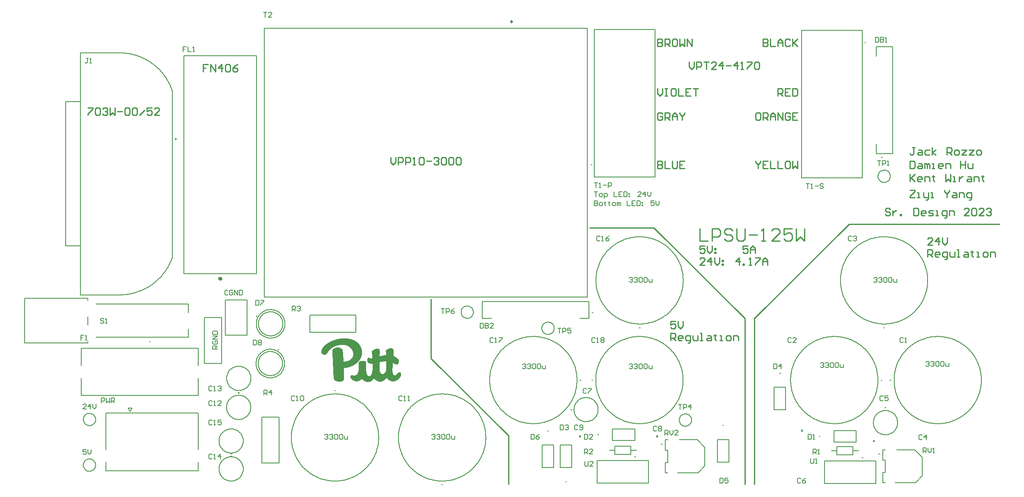
<source format=gto>
G04*
G04 #@! TF.GenerationSoftware,Altium Limited,Altium Designer,23.3.1 (30)*
G04*
G04 Layer_Color=65535*
%FSLAX25Y25*%
%MOIN*%
G70*
G04*
G04 #@! TF.SameCoordinates,6D9CB1A0-9692-42E5-B266-BE6C9D8843E2*
G04*
G04*
G04 #@! TF.FilePolarity,Positive*
G04*
G01*
G75*
%ADD10C,0.00787*%
%ADD11C,0.01000*%
%ADD12C,0.00500*%
%ADD13C,0.01181*%
%ADD14C,0.00000*%
%ADD15C,0.01575*%
%ADD16C,0.00600*%
%ADD17C,0.00800*%
G36*
X253245Y111571D02*
X253776D01*
Y111549D01*
X253842D01*
Y111527D01*
X253952D01*
Y111505D01*
X254019D01*
Y111483D01*
X254041D01*
Y111461D01*
X254107D01*
Y111439D01*
X254151D01*
Y111417D01*
X254196D01*
Y111395D01*
X254240D01*
Y111372D01*
X254262D01*
Y111350D01*
X254306D01*
Y111328D01*
X254328D01*
Y111306D01*
X254350D01*
Y111284D01*
X254395D01*
Y111262D01*
X254417D01*
Y111240D01*
X254439D01*
Y111218D01*
X254483D01*
Y111196D01*
X254505D01*
Y111173D01*
X254527D01*
Y111151D01*
X254549D01*
Y111129D01*
X254571D01*
Y111107D01*
X254593D01*
Y111085D01*
X254616D01*
Y111063D01*
X254638D01*
Y111041D01*
X254660D01*
Y110996D01*
X254682D01*
Y110974D01*
X254704D01*
Y110952D01*
X254726D01*
Y110930D01*
X254748D01*
Y110886D01*
X254770D01*
Y110864D01*
X254792D01*
Y110842D01*
X254815D01*
Y110798D01*
X254837D01*
Y110753D01*
X254859D01*
Y110731D01*
X254881D01*
Y110687D01*
X254903D01*
Y110665D01*
X254925D01*
Y110621D01*
X254947D01*
Y110576D01*
X254969D01*
Y110532D01*
X254991D01*
Y110488D01*
X255013D01*
Y110444D01*
X255036D01*
Y110400D01*
X255058D01*
Y110355D01*
X255080D01*
Y110311D01*
X255102D01*
Y110267D01*
X255124D01*
Y110201D01*
X255146D01*
Y110179D01*
X255168D01*
Y110112D01*
X255190D01*
Y108675D01*
X255168D01*
Y108012D01*
X255146D01*
Y107614D01*
X255124D01*
Y107106D01*
X255102D01*
Y106796D01*
X255080D01*
Y106420D01*
X255058D01*
Y106067D01*
X255036D01*
Y105868D01*
X255013D01*
Y105558D01*
X254991D01*
Y105381D01*
X255036D01*
Y105359D01*
X255080D01*
Y105337D01*
X255124D01*
Y105315D01*
X255168D01*
Y105293D01*
X255212D01*
Y105271D01*
X255257D01*
Y105249D01*
X255301D01*
Y105227D01*
X255345D01*
Y105204D01*
X255412D01*
Y105182D01*
X255434D01*
Y105160D01*
X255500D01*
Y105138D01*
X255544D01*
Y105116D01*
X255566D01*
Y105094D01*
X255632D01*
Y105072D01*
X255677D01*
Y105050D01*
X255699D01*
Y105028D01*
X255765D01*
Y105006D01*
X255787D01*
Y104983D01*
X255832D01*
Y104961D01*
X255876D01*
Y104939D01*
X255920D01*
Y104917D01*
X255964D01*
Y104895D01*
X256008D01*
Y104873D01*
X256031D01*
Y104851D01*
X256075D01*
Y104829D01*
X256119D01*
Y104806D01*
X256141D01*
Y104784D01*
X256185D01*
Y104762D01*
X256229D01*
Y104740D01*
X256252D01*
Y104718D01*
X256296D01*
Y104696D01*
X256318D01*
Y104674D01*
X256362D01*
Y104652D01*
X256406D01*
Y104630D01*
X256428D01*
Y104607D01*
X256473D01*
Y104585D01*
X256495D01*
Y104563D01*
X256539D01*
Y104541D01*
X256583D01*
Y104519D01*
X256605D01*
Y104497D01*
X256649D01*
Y104475D01*
X256672D01*
Y104453D01*
X256716D01*
Y104431D01*
X256738D01*
Y104409D01*
X256760D01*
Y104386D01*
X256804D01*
Y104364D01*
X256826D01*
Y104342D01*
X256871D01*
Y104320D01*
X256893D01*
Y104298D01*
X256937D01*
Y104276D01*
X256959D01*
Y104254D01*
X257003D01*
Y104232D01*
X257025D01*
Y104210D01*
X257047D01*
Y104188D01*
X257092D01*
Y104165D01*
X257114D01*
Y104143D01*
X257158D01*
Y104121D01*
X257180D01*
Y104099D01*
X257202D01*
Y104077D01*
X257246D01*
Y104055D01*
X257269D01*
Y104033D01*
X257291D01*
Y104011D01*
X257335D01*
Y103989D01*
X257357D01*
Y103966D01*
X257379D01*
Y103944D01*
X257401D01*
Y103922D01*
X257445D01*
Y103900D01*
X257467D01*
Y103878D01*
X257490D01*
Y103856D01*
X257534D01*
Y103834D01*
X257556D01*
Y103812D01*
X257578D01*
Y103790D01*
X257622D01*
Y103768D01*
X257644D01*
Y103745D01*
X257666D01*
Y103723D01*
X257688D01*
Y103701D01*
X257711D01*
Y103679D01*
X257755D01*
Y103657D01*
X257777D01*
Y103635D01*
X257799D01*
Y103613D01*
X257843D01*
Y103591D01*
X257865D01*
Y103568D01*
X257888D01*
Y103546D01*
X257910D01*
Y103524D01*
X257932D01*
Y103502D01*
X257976D01*
Y103480D01*
X257998D01*
Y103458D01*
X258020D01*
Y103436D01*
X258042D01*
Y103414D01*
X258064D01*
Y103392D01*
X258086D01*
Y103369D01*
X258131D01*
Y103347D01*
X258153D01*
Y103325D01*
X258175D01*
Y103303D01*
X258197D01*
Y103281D01*
X258219D01*
Y103259D01*
X258241D01*
Y103237D01*
X258263D01*
Y103215D01*
X258285D01*
Y103193D01*
X258330D01*
Y103171D01*
X258352D01*
Y103148D01*
X258374D01*
Y103126D01*
X258396D01*
Y103104D01*
X258418D01*
Y103082D01*
X258440D01*
Y103060D01*
X258462D01*
Y103038D01*
X258484D01*
Y103016D01*
X258506D01*
Y102994D01*
X258529D01*
Y102972D01*
X258551D01*
Y102950D01*
X258573D01*
Y102927D01*
X258595D01*
Y102905D01*
X258617D01*
Y102883D01*
X258639D01*
Y102861D01*
X258661D01*
Y102839D01*
X258683D01*
Y102817D01*
X258705D01*
Y102795D01*
X258728D01*
Y102773D01*
X258750D01*
Y102751D01*
X258772D01*
Y102728D01*
X258794D01*
Y102706D01*
X258816D01*
Y102684D01*
X258838D01*
Y102662D01*
X258860D01*
Y102640D01*
X258882D01*
Y102618D01*
X258904D01*
Y102574D01*
X258927D01*
Y102552D01*
X258949D01*
Y102530D01*
X258971D01*
Y102507D01*
X258993D01*
Y102485D01*
X259015D01*
Y102441D01*
X259037D01*
Y102419D01*
X259059D01*
Y102397D01*
X259081D01*
Y102375D01*
X259103D01*
Y102331D01*
X259125D01*
Y102308D01*
X259148D01*
Y102264D01*
X259170D01*
Y102242D01*
X259192D01*
Y102198D01*
X259214D01*
Y102176D01*
X259236D01*
Y102131D01*
X259258D01*
Y102087D01*
X259280D01*
Y102043D01*
X259302D01*
Y101999D01*
X259324D01*
Y101955D01*
X259347D01*
Y101888D01*
X259369D01*
Y101778D01*
X259391D01*
Y101579D01*
X259413D01*
Y100960D01*
X259391D01*
Y100628D01*
X259369D01*
Y100385D01*
X259347D01*
Y100252D01*
X259324D01*
Y100120D01*
X259302D01*
Y99987D01*
X259280D01*
Y99943D01*
X259258D01*
Y99832D01*
X259236D01*
Y99766D01*
X259214D01*
Y99700D01*
X259192D01*
Y99633D01*
X259170D01*
Y99567D01*
X259148D01*
Y99501D01*
X259125D01*
Y99435D01*
X259103D01*
Y99412D01*
X259081D01*
Y99346D01*
X259059D01*
Y99280D01*
X259037D01*
Y99258D01*
X259015D01*
Y99191D01*
X258993D01*
Y99147D01*
X258971D01*
Y99103D01*
X258949D01*
Y99059D01*
X258927D01*
Y99014D01*
X258904D01*
Y98970D01*
X258882D01*
Y98926D01*
X258860D01*
Y98904D01*
X258838D01*
Y98838D01*
X258816D01*
Y98815D01*
X258794D01*
Y98771D01*
X258772D01*
Y98727D01*
X258750D01*
Y98705D01*
X258728D01*
Y98661D01*
X258705D01*
Y98639D01*
X258683D01*
Y98594D01*
X258661D01*
Y98572D01*
X258639D01*
Y98550D01*
X258617D01*
Y98506D01*
X258595D01*
Y98484D01*
X258573D01*
Y98462D01*
X258551D01*
Y98440D01*
X258529D01*
Y98418D01*
X258506D01*
Y98395D01*
X258484D01*
Y98373D01*
X258440D01*
Y98351D01*
X258418D01*
Y98329D01*
X258374D01*
Y98307D01*
X258330D01*
Y98285D01*
X258285D01*
Y98263D01*
X258197D01*
Y98241D01*
X258109D01*
Y98219D01*
X257954D01*
Y98196D01*
X257578D01*
Y98219D01*
X257445D01*
Y98241D01*
X257357D01*
Y98263D01*
X257269D01*
Y98285D01*
X257224D01*
Y98307D01*
X257136D01*
Y98329D01*
X257069D01*
Y98351D01*
X257025D01*
Y98373D01*
X256959D01*
Y98395D01*
X256893D01*
Y98418D01*
X256848D01*
Y98440D01*
X256804D01*
Y98462D01*
X256760D01*
Y98484D01*
X256694D01*
Y98506D01*
X256649D01*
Y98528D01*
X256605D01*
Y98550D01*
X256539D01*
Y98572D01*
X256495D01*
Y98594D01*
X256451D01*
Y98616D01*
X256406D01*
Y98639D01*
X256362D01*
Y98661D01*
X256318D01*
Y98683D01*
X256274D01*
Y98705D01*
X256229D01*
Y98727D01*
X256185D01*
Y98749D01*
X256119D01*
Y98771D01*
X256097D01*
Y98793D01*
X256031D01*
Y98815D01*
X256008D01*
Y98838D01*
X255964D01*
Y98860D01*
X255898D01*
Y98882D01*
X255876D01*
Y98904D01*
X255809D01*
Y98926D01*
X255765D01*
Y98948D01*
X255721D01*
Y98970D01*
X255677D01*
Y98992D01*
X255632D01*
Y99014D01*
X255588D01*
Y99037D01*
X255544D01*
Y99059D01*
X255500D01*
Y99081D01*
X255456D01*
Y99103D01*
X255412D01*
Y99125D01*
X255367D01*
Y99147D01*
X255323D01*
Y99169D01*
X255279D01*
Y99191D01*
X255235D01*
Y99213D01*
X255190D01*
Y99235D01*
X255146D01*
Y99258D01*
X255102D01*
Y99280D01*
X255058D01*
Y99302D01*
X255013D01*
Y99324D01*
X254947D01*
Y99346D01*
X254925D01*
Y99368D01*
X254859D01*
Y99390D01*
X254815D01*
Y99412D01*
X254770D01*
Y99435D01*
X254726D01*
Y99457D01*
X254660D01*
Y99479D01*
X254638D01*
Y99501D01*
X254571D01*
Y99523D01*
X254527D01*
Y99545D01*
X254461D01*
Y99324D01*
X254439D01*
Y99037D01*
X254417D01*
Y98373D01*
X254395D01*
Y97843D01*
X254372D01*
Y96848D01*
X254350D01*
Y95544D01*
X254328D01*
Y92427D01*
X254350D01*
Y92028D01*
X254372D01*
Y91830D01*
X254395D01*
Y91719D01*
X254417D01*
Y91586D01*
X254439D01*
Y91520D01*
X254461D01*
Y91409D01*
X254483D01*
Y91299D01*
X254505D01*
Y91233D01*
X254527D01*
Y91144D01*
X254549D01*
Y91078D01*
X254571D01*
Y91012D01*
X254593D01*
Y90923D01*
X254616D01*
Y90879D01*
X254638D01*
Y90813D01*
X254660D01*
Y90746D01*
X254682D01*
Y90702D01*
X254704D01*
Y90636D01*
X254726D01*
Y90592D01*
X254748D01*
Y90547D01*
X254770D01*
Y90481D01*
X254792D01*
Y90437D01*
X254815D01*
Y90393D01*
X254837D01*
Y90348D01*
X254859D01*
Y90304D01*
X254881D01*
Y90260D01*
X254903D01*
Y90216D01*
X254925D01*
Y90194D01*
X254947D01*
Y90149D01*
X254969D01*
Y90105D01*
X254991D01*
Y90083D01*
X255013D01*
Y90039D01*
X255036D01*
Y90017D01*
X255058D01*
Y89973D01*
X255080D01*
Y89951D01*
X255102D01*
Y89928D01*
X255124D01*
Y89884D01*
X255146D01*
Y89862D01*
X255168D01*
Y89840D01*
X255190D01*
Y89796D01*
X255235D01*
Y89751D01*
X255257D01*
Y89729D01*
X255279D01*
Y89707D01*
X255301D01*
Y89685D01*
X255345D01*
Y89663D01*
X255367D01*
Y89641D01*
X255389D01*
Y89619D01*
X255434D01*
Y89597D01*
X255456D01*
Y89575D01*
X255500D01*
Y89552D01*
X255544D01*
Y89530D01*
X255588D01*
Y89508D01*
X255655D01*
Y89486D01*
X255699D01*
Y89464D01*
X255787D01*
Y89442D01*
X255942D01*
Y89420D01*
X256119D01*
Y89442D01*
X256274D01*
Y89464D01*
X256384D01*
Y89486D01*
X256428D01*
Y89508D01*
X256517D01*
Y89530D01*
X256561D01*
Y89552D01*
X256605D01*
Y89575D01*
X256672D01*
Y89597D01*
X256694D01*
Y89619D01*
X256760D01*
Y89641D01*
X256782D01*
Y89663D01*
X256826D01*
Y89685D01*
X256871D01*
Y89707D01*
X256915D01*
Y89729D01*
X256937D01*
Y89751D01*
X256981D01*
Y89774D01*
X257003D01*
Y89796D01*
X257025D01*
Y89818D01*
X257069D01*
Y89840D01*
X257092D01*
Y89862D01*
X257136D01*
Y89884D01*
X257158D01*
Y89906D01*
X257180D01*
Y89928D01*
X257224D01*
Y89951D01*
X257246D01*
Y89973D01*
X257269D01*
Y89995D01*
X257313D01*
Y90017D01*
X257335D01*
Y90039D01*
X257357D01*
Y90061D01*
X257379D01*
Y90083D01*
X257401D01*
Y90105D01*
X257445D01*
Y90127D01*
X257467D01*
Y90149D01*
X257490D01*
Y90171D01*
X257512D01*
Y90194D01*
X257534D01*
Y90216D01*
X257556D01*
Y90238D01*
X257578D01*
Y90260D01*
X257600D01*
Y90282D01*
X257622D01*
Y90304D01*
X257644D01*
Y90326D01*
X257666D01*
Y90348D01*
X257711D01*
Y90371D01*
X257733D01*
Y90393D01*
X257755D01*
Y90415D01*
X257777D01*
Y90437D01*
X257799D01*
Y90459D01*
X257821D01*
Y90481D01*
X257843D01*
Y90503D01*
X257865D01*
Y90525D01*
X257888D01*
Y90547D01*
X257910D01*
Y90569D01*
X257932D01*
Y90592D01*
X257954D01*
Y90636D01*
X257976D01*
Y90658D01*
X257998D01*
Y90680D01*
X258020D01*
Y90702D01*
X258042D01*
Y90724D01*
X258064D01*
Y90746D01*
X258086D01*
Y90768D01*
X258109D01*
Y90790D01*
X258131D01*
Y90813D01*
X258153D01*
Y90835D01*
X258175D01*
Y90857D01*
X258197D01*
Y90879D01*
X258219D01*
Y90901D01*
X258241D01*
Y90923D01*
X258263D01*
Y90967D01*
X258285D01*
Y90990D01*
X258308D01*
Y91012D01*
X258330D01*
Y91034D01*
X258352D01*
Y91056D01*
X258374D01*
Y91078D01*
X258396D01*
Y91100D01*
X258418D01*
Y91122D01*
X258440D01*
Y91166D01*
X258462D01*
Y91189D01*
X258484D01*
Y91211D01*
X258506D01*
Y91233D01*
X258529D01*
Y91255D01*
X258551D01*
Y91277D01*
X258573D01*
Y91299D01*
X258595D01*
Y91321D01*
X258617D01*
Y91343D01*
X258639D01*
Y91365D01*
X258661D01*
Y91387D01*
X258683D01*
Y91409D01*
X258705D01*
Y91432D01*
X258728D01*
Y91454D01*
X258750D01*
Y91476D01*
X258772D01*
Y91498D01*
X258794D01*
Y91520D01*
X258816D01*
Y91542D01*
X258838D01*
Y91564D01*
X258860D01*
Y91586D01*
X258904D01*
Y91609D01*
X258927D01*
Y91631D01*
X258949D01*
Y91653D01*
X258971D01*
Y91675D01*
X259015D01*
Y91697D01*
X259037D01*
Y91719D01*
X259059D01*
Y91741D01*
X259103D01*
Y91763D01*
X259148D01*
Y91785D01*
X259170D01*
Y91807D01*
X259214D01*
Y91830D01*
X259258D01*
Y91852D01*
X259280D01*
Y91874D01*
X259347D01*
Y91896D01*
X259391D01*
Y91918D01*
X259457D01*
Y91940D01*
X259523D01*
Y91962D01*
X259568D01*
Y91984D01*
X259700D01*
Y92006D01*
X260120D01*
Y91984D01*
X260253D01*
Y91962D01*
X260297D01*
Y91940D01*
X260386D01*
Y91918D01*
X260430D01*
Y91896D01*
X260474D01*
Y91874D01*
X260518D01*
Y91852D01*
X260562D01*
Y91830D01*
X260607D01*
Y91807D01*
X260629D01*
Y91785D01*
X260673D01*
Y91763D01*
X260695D01*
Y91741D01*
X260739D01*
Y91719D01*
X260761D01*
Y91697D01*
X260784D01*
Y91675D01*
X260806D01*
Y91653D01*
X260828D01*
Y91631D01*
X260850D01*
Y91609D01*
X260872D01*
Y91586D01*
X260894D01*
Y91564D01*
X260916D01*
Y91542D01*
X260938D01*
Y91520D01*
X260960D01*
Y91498D01*
X260982D01*
Y91476D01*
X261005D01*
Y91432D01*
X261027D01*
Y91387D01*
X261049D01*
Y91365D01*
X261071D01*
Y91321D01*
X261093D01*
Y91299D01*
X261115D01*
Y91255D01*
X261137D01*
Y91211D01*
X261159D01*
Y91166D01*
X261181D01*
Y91100D01*
X261204D01*
Y91034D01*
X261226D01*
Y90990D01*
X261248D01*
Y90901D01*
X261270D01*
Y90768D01*
X261292D01*
Y90680D01*
X261314D01*
Y90260D01*
X261336D01*
Y90216D01*
X261314D01*
Y89774D01*
X261292D01*
Y89663D01*
X261270D01*
Y89530D01*
X261248D01*
Y89420D01*
X261226D01*
Y89376D01*
X261204D01*
Y89287D01*
X261181D01*
Y89221D01*
X261159D01*
Y89177D01*
X261137D01*
Y89088D01*
X261115D01*
Y89044D01*
X261093D01*
Y89000D01*
X261071D01*
Y88933D01*
X261049D01*
Y88911D01*
X261027D01*
Y88845D01*
X261005D01*
Y88801D01*
X260982D01*
Y88757D01*
X260960D01*
Y88712D01*
X260938D01*
Y88668D01*
X260916D01*
Y88624D01*
X260894D01*
Y88580D01*
X260872D01*
Y88536D01*
X260850D01*
Y88491D01*
X260828D01*
Y88447D01*
X260806D01*
Y88425D01*
X260784D01*
Y88381D01*
X260761D01*
Y88359D01*
X260739D01*
Y88314D01*
X260717D01*
Y88270D01*
X260695D01*
Y88248D01*
X260673D01*
Y88204D01*
X260651D01*
Y88160D01*
X260629D01*
Y88138D01*
X260607D01*
Y88093D01*
X260585D01*
Y88071D01*
X260562D01*
Y88027D01*
X260540D01*
Y88005D01*
X260518D01*
Y87961D01*
X260496D01*
Y87939D01*
X260474D01*
Y87894D01*
X260452D01*
Y87872D01*
X260430D01*
Y87828D01*
X260408D01*
Y87806D01*
X260386D01*
Y87784D01*
X260364D01*
Y87740D01*
X260341D01*
Y87718D01*
X260319D01*
Y87695D01*
X260297D01*
Y87651D01*
X260275D01*
Y87629D01*
X260253D01*
Y87585D01*
X260231D01*
Y87563D01*
X260209D01*
Y87541D01*
X260187D01*
Y87519D01*
X260164D01*
Y87497D01*
X260142D01*
Y87452D01*
X260120D01*
Y87430D01*
X260098D01*
Y87408D01*
X260076D01*
Y87364D01*
X260054D01*
Y87342D01*
X260032D01*
Y87320D01*
X260010D01*
Y87298D01*
X259988D01*
Y87275D01*
X259966D01*
Y87231D01*
X259943D01*
Y87209D01*
X259921D01*
Y87187D01*
X259899D01*
Y87165D01*
X259877D01*
Y87143D01*
X259855D01*
Y87121D01*
X259833D01*
Y87076D01*
X259811D01*
Y87054D01*
X259789D01*
Y87032D01*
X259767D01*
Y87010D01*
X259745D01*
Y86988D01*
X259722D01*
Y86966D01*
X259700D01*
Y86944D01*
X259678D01*
Y86922D01*
X259656D01*
Y86900D01*
X259634D01*
Y86878D01*
X259612D01*
Y86855D01*
X259590D01*
Y86833D01*
X259568D01*
Y86811D01*
X259545D01*
Y86767D01*
X259523D01*
Y86745D01*
X259501D01*
Y86723D01*
X259479D01*
Y86701D01*
X259457D01*
Y86679D01*
X259435D01*
Y86656D01*
X259413D01*
Y86634D01*
X259369D01*
Y86590D01*
X259347D01*
Y86568D01*
X259302D01*
Y86524D01*
X259258D01*
Y86480D01*
X259214D01*
Y86458D01*
X259192D01*
Y86435D01*
X259170D01*
Y86413D01*
X259148D01*
Y86391D01*
X259125D01*
Y86369D01*
X259103D01*
Y86347D01*
X259081D01*
Y86325D01*
X259059D01*
Y86303D01*
X259037D01*
Y86281D01*
X259015D01*
Y86259D01*
X258993D01*
Y86236D01*
X258949D01*
Y86214D01*
X258927D01*
Y86192D01*
X258904D01*
Y86170D01*
X258882D01*
Y86148D01*
X258860D01*
Y86126D01*
X258838D01*
Y86104D01*
X258794D01*
Y86082D01*
X258772D01*
Y86060D01*
X258750D01*
Y86037D01*
X258728D01*
Y86015D01*
X258705D01*
Y85993D01*
X258661D01*
Y85971D01*
X258639D01*
Y85949D01*
X258617D01*
Y85927D01*
X258573D01*
Y85905D01*
X258551D01*
Y85883D01*
X258529D01*
Y85861D01*
X258484D01*
Y85839D01*
X258462D01*
Y85816D01*
X258440D01*
Y85794D01*
X258418D01*
Y85772D01*
X258374D01*
Y85750D01*
X258352D01*
Y85728D01*
X258330D01*
Y85706D01*
X258285D01*
Y85684D01*
X258241D01*
Y85662D01*
X258219D01*
Y85640D01*
X258197D01*
Y85617D01*
X258153D01*
Y85595D01*
X258131D01*
Y85573D01*
X258086D01*
Y85551D01*
X258064D01*
Y85529D01*
X258020D01*
Y85507D01*
X257976D01*
Y85485D01*
X257954D01*
Y85463D01*
X257910D01*
Y85441D01*
X257888D01*
Y85418D01*
X257843D01*
Y85396D01*
X257799D01*
Y85374D01*
X257777D01*
Y85352D01*
X257733D01*
Y85330D01*
X257688D01*
Y85308D01*
X257666D01*
Y85286D01*
X257600D01*
Y85264D01*
X257578D01*
Y85242D01*
X257534D01*
Y85220D01*
X257467D01*
Y85197D01*
X257445D01*
Y85175D01*
X257401D01*
Y85153D01*
X257335D01*
Y85131D01*
X257313D01*
Y85109D01*
X257246D01*
Y85087D01*
X257202D01*
Y85065D01*
X257158D01*
Y85043D01*
X257092D01*
Y85021D01*
X257047D01*
Y84998D01*
X256981D01*
Y84976D01*
X256915D01*
Y84954D01*
X256871D01*
Y84932D01*
X256804D01*
Y84910D01*
X256738D01*
Y84888D01*
X256672D01*
Y84866D01*
X256605D01*
Y84844D01*
X256539D01*
Y84822D01*
X256451D01*
Y84799D01*
X256362D01*
Y84777D01*
X256296D01*
Y84755D01*
X256207D01*
Y84733D01*
X256097D01*
Y84711D01*
X256031D01*
Y84689D01*
X255876D01*
Y84667D01*
X255787D01*
Y84645D01*
X255632D01*
Y84623D01*
X255434D01*
Y84601D01*
X255279D01*
Y84578D01*
X254240D01*
Y84601D01*
X254085D01*
Y84623D01*
X253886D01*
Y84645D01*
X253731D01*
Y84667D01*
X253643D01*
Y84689D01*
X253488D01*
Y84711D01*
X253400D01*
Y84733D01*
X253311D01*
Y84755D01*
X253201D01*
Y84777D01*
X253156D01*
Y84799D01*
X253046D01*
Y84822D01*
X252980D01*
Y84844D01*
X252913D01*
Y84866D01*
X252825D01*
Y84888D01*
X252781D01*
Y84910D01*
X252714D01*
Y84932D01*
X252648D01*
Y84954D01*
X252604D01*
Y84976D01*
X252537D01*
Y84998D01*
X252471D01*
Y85021D01*
X252427D01*
Y85043D01*
X252361D01*
Y85065D01*
X252316D01*
Y85087D01*
X252272D01*
Y85109D01*
X252206D01*
Y85131D01*
X252184D01*
Y85153D01*
X252117D01*
Y85175D01*
X252073D01*
Y85197D01*
X252051D01*
Y85220D01*
X251985D01*
Y85242D01*
X251941D01*
Y85264D01*
X251919D01*
Y85286D01*
X251852D01*
Y85308D01*
X251830D01*
Y85330D01*
X251786D01*
Y85352D01*
X251742D01*
Y85374D01*
X251720D01*
Y85396D01*
X251675D01*
Y85418D01*
X251631D01*
Y85441D01*
X251587D01*
Y85463D01*
X251565D01*
Y85485D01*
X251521D01*
Y85507D01*
X251476D01*
Y85529D01*
X251454D01*
Y85551D01*
X251410D01*
Y85573D01*
X251388D01*
Y85595D01*
X251344D01*
Y85617D01*
X251322D01*
Y85640D01*
X251277D01*
Y85662D01*
X251255D01*
Y85684D01*
X251211D01*
Y85706D01*
X251167D01*
Y85728D01*
X251145D01*
Y85750D01*
X251123D01*
Y85772D01*
X251079D01*
Y85794D01*
X251056D01*
Y85816D01*
X251034D01*
Y85839D01*
X250990D01*
Y85861D01*
X250968D01*
Y85883D01*
X250924D01*
Y85905D01*
X250902D01*
Y85927D01*
X250880D01*
Y85949D01*
X250857D01*
Y85971D01*
X250835D01*
Y85993D01*
X250791D01*
Y86015D01*
X250769D01*
Y86037D01*
X250725D01*
Y86060D01*
X250703D01*
Y86082D01*
X250680D01*
Y86104D01*
X250658D01*
Y86126D01*
X250636D01*
Y86148D01*
X250614D01*
Y86170D01*
X250570D01*
Y86192D01*
X250548D01*
Y86214D01*
X250526D01*
Y86236D01*
X250504D01*
Y86259D01*
X250482D01*
Y86281D01*
X250460D01*
Y86303D01*
X250437D01*
Y86325D01*
X250415D01*
Y86347D01*
X250371D01*
Y86369D01*
X250349D01*
Y86391D01*
X250327D01*
Y86413D01*
X250305D01*
Y86435D01*
X250283D01*
Y86458D01*
X250260D01*
Y86480D01*
X250238D01*
Y86502D01*
X250216D01*
Y86524D01*
X250194D01*
Y86546D01*
X250172D01*
Y86568D01*
X250150D01*
Y86590D01*
X250128D01*
Y86612D01*
X250106D01*
Y86634D01*
X250084D01*
Y86656D01*
X250061D01*
Y86679D01*
X250039D01*
Y86701D01*
X250017D01*
Y86723D01*
X249995D01*
Y86745D01*
X249973D01*
Y86767D01*
X249951D01*
Y86789D01*
X249929D01*
Y86811D01*
X249907D01*
Y86833D01*
X249885D01*
Y86855D01*
X249863D01*
Y86878D01*
X249840D01*
Y86900D01*
X249818D01*
Y86922D01*
X249796D01*
Y86944D01*
X249774D01*
Y86966D01*
X249752D01*
Y86988D01*
X249730D01*
Y87010D01*
X249708D01*
Y87032D01*
X249686D01*
Y87054D01*
X249664D01*
Y87076D01*
X249641D01*
Y87099D01*
X249619D01*
Y87121D01*
X249597D01*
Y87143D01*
X249575D01*
Y87165D01*
X249553D01*
Y87187D01*
X249531D01*
Y87209D01*
X249509D01*
Y87231D01*
X249465D01*
Y87253D01*
X249443D01*
Y87275D01*
X249420D01*
Y87298D01*
X249376D01*
Y87275D01*
X249354D01*
Y87253D01*
X249332D01*
Y87231D01*
X249310D01*
Y87209D01*
X249288D01*
Y87165D01*
X249266D01*
Y87143D01*
X249244D01*
Y87121D01*
X249221D01*
Y87099D01*
X249199D01*
Y87076D01*
X249177D01*
Y87032D01*
X249155D01*
Y87010D01*
X249133D01*
Y86988D01*
X249111D01*
Y86966D01*
X249089D01*
Y86922D01*
X249067D01*
Y86900D01*
X249045D01*
Y86878D01*
X249023D01*
Y86855D01*
X249000D01*
Y86811D01*
X248978D01*
Y86789D01*
X248956D01*
Y86767D01*
X248934D01*
Y86745D01*
X248912D01*
Y86701D01*
X248890D01*
Y86679D01*
X248868D01*
Y86656D01*
X248846D01*
Y86634D01*
X248823D01*
Y86612D01*
X248801D01*
Y86590D01*
X248779D01*
Y86568D01*
X248757D01*
Y86524D01*
X248735D01*
Y86502D01*
X248713D01*
Y86480D01*
X248691D01*
Y86458D01*
X248669D01*
Y86435D01*
X248647D01*
Y86413D01*
X248624D01*
Y86391D01*
X248602D01*
Y86369D01*
X248580D01*
Y86347D01*
X248558D01*
Y86325D01*
X248536D01*
Y86303D01*
X248514D01*
Y86281D01*
X248492D01*
Y86259D01*
X248470D01*
Y86236D01*
X248448D01*
Y86214D01*
X248426D01*
Y86192D01*
X248404D01*
Y86170D01*
X248381D01*
Y86148D01*
X248359D01*
Y86126D01*
X248337D01*
Y86104D01*
X248315D01*
Y86082D01*
X248293D01*
Y86060D01*
X248271D01*
Y86037D01*
X248227D01*
Y85993D01*
X248182D01*
Y85971D01*
X248160D01*
Y85949D01*
X248138D01*
Y85927D01*
X248116D01*
Y85905D01*
X248094D01*
Y85883D01*
X248072D01*
Y85861D01*
X248028D01*
Y85839D01*
X248006D01*
Y85816D01*
X247983D01*
Y85794D01*
X247961D01*
Y85772D01*
X247939D01*
Y85750D01*
X247917D01*
Y85728D01*
X247873D01*
Y85706D01*
X247851D01*
Y85684D01*
X247829D01*
Y85662D01*
X247807D01*
Y85640D01*
X247762D01*
Y85617D01*
X247740D01*
Y85595D01*
X247718D01*
Y85573D01*
X247674D01*
Y85551D01*
X247652D01*
Y85529D01*
X247630D01*
Y85507D01*
X247586D01*
Y85485D01*
X247563D01*
Y85463D01*
X247541D01*
Y85441D01*
X247497D01*
Y85418D01*
X247475D01*
Y85396D01*
X247453D01*
Y85374D01*
X247409D01*
Y85352D01*
X247387D01*
Y85330D01*
X247342D01*
Y85308D01*
X247320D01*
Y85286D01*
X247276D01*
Y85264D01*
X247254D01*
Y85242D01*
X247232D01*
Y85220D01*
X247188D01*
Y85197D01*
X247143D01*
Y85175D01*
X247121D01*
Y85153D01*
X247077D01*
Y85131D01*
X247055D01*
Y85109D01*
X247011D01*
Y85087D01*
X246967D01*
Y85065D01*
X246944D01*
Y85043D01*
X246900D01*
Y85021D01*
X246856D01*
Y84998D01*
X246812D01*
Y84976D01*
X246767D01*
Y84954D01*
X246745D01*
Y84932D01*
X246701D01*
Y84910D01*
X246657D01*
Y84888D01*
X246613D01*
Y84866D01*
X246569D01*
Y84844D01*
X246524D01*
Y84822D01*
X246480D01*
Y84799D01*
X246414D01*
Y84777D01*
X246370D01*
Y84755D01*
X246303D01*
Y84733D01*
X246259D01*
Y84711D01*
X246215D01*
Y84689D01*
X246126D01*
Y84667D01*
X246104D01*
Y84645D01*
X246016D01*
Y84623D01*
X245950D01*
Y84601D01*
X245905D01*
Y84578D01*
X245817D01*
Y84556D01*
X245751D01*
Y84534D01*
X245684D01*
Y84512D01*
X245574D01*
Y84490D01*
X245530D01*
Y84468D01*
X245419D01*
Y84446D01*
X245308D01*
Y84424D01*
X245242D01*
Y84402D01*
X245087D01*
Y84379D01*
X244955D01*
Y84357D01*
X244800D01*
Y84335D01*
X244513D01*
Y84313D01*
X243894D01*
Y84335D01*
X243606D01*
Y84357D01*
X243474D01*
Y84379D01*
X243341D01*
Y84402D01*
X243208D01*
Y84424D01*
X243120D01*
Y84446D01*
X243009D01*
Y84468D01*
X242899D01*
Y84490D01*
X242855D01*
Y84512D01*
X242744D01*
Y84534D01*
X242678D01*
Y84556D01*
X242611D01*
Y84578D01*
X242523D01*
Y84601D01*
X242479D01*
Y84623D01*
X242412D01*
Y84645D01*
X242346D01*
Y84667D01*
X242302D01*
Y84689D01*
X242214D01*
Y84711D01*
X242169D01*
Y84733D01*
X242125D01*
Y84755D01*
X242059D01*
Y84777D01*
X242015D01*
Y84799D01*
X241970D01*
Y84822D01*
X241904D01*
Y84844D01*
X241882D01*
Y84866D01*
X241815D01*
Y84888D01*
X241793D01*
Y84910D01*
X241749D01*
Y84932D01*
X241683D01*
Y84954D01*
X241661D01*
Y84976D01*
X241617D01*
Y84998D01*
X241572D01*
Y85021D01*
X241528D01*
Y85043D01*
X241484D01*
Y85065D01*
X241462D01*
Y85087D01*
X241418D01*
Y85109D01*
X241373D01*
Y85131D01*
X241351D01*
Y85153D01*
X241307D01*
Y85175D01*
X241263D01*
Y85197D01*
X241241D01*
Y85220D01*
X241196D01*
Y85242D01*
X241174D01*
Y85264D01*
X241130D01*
Y85286D01*
X241108D01*
Y85308D01*
X241064D01*
Y85330D01*
X241042D01*
Y85352D01*
X240998D01*
Y85374D01*
X240975D01*
Y85396D01*
X240953D01*
Y85418D01*
X240909D01*
Y85441D01*
X240887D01*
Y85463D01*
X240843D01*
Y85485D01*
X240821D01*
Y85507D01*
X240799D01*
Y85529D01*
X240776D01*
Y85551D01*
X240754D01*
Y85573D01*
X240710D01*
Y85595D01*
X240688D01*
Y85617D01*
X240666D01*
Y85640D01*
X240622D01*
Y85662D01*
X240600D01*
Y85684D01*
X240578D01*
Y85706D01*
X240555D01*
Y85728D01*
X240533D01*
Y85750D01*
X240489D01*
Y85772D01*
X240467D01*
Y85794D01*
X240445D01*
Y85816D01*
X240423D01*
Y85839D01*
X240401D01*
Y85861D01*
X240379D01*
Y85883D01*
X240334D01*
Y85905D01*
X240312D01*
Y85927D01*
X240290D01*
Y85949D01*
X240268D01*
Y85971D01*
X240246D01*
Y85993D01*
X240224D01*
Y86015D01*
X240202D01*
Y86037D01*
X240180D01*
Y86060D01*
X240158D01*
Y86082D01*
X240135D01*
Y86104D01*
X240113D01*
Y86126D01*
X240069D01*
Y86148D01*
X240047D01*
Y86170D01*
X240025D01*
Y86192D01*
X240003D01*
Y86214D01*
X239981D01*
Y86236D01*
X239959D01*
Y86259D01*
X239936D01*
Y86281D01*
X239914D01*
Y86303D01*
X239892D01*
Y86325D01*
X239870D01*
Y86347D01*
X239848D01*
Y86369D01*
X239826D01*
Y86391D01*
X239804D01*
Y86413D01*
X239782D01*
Y86435D01*
X239759D01*
Y86458D01*
X239737D01*
Y86480D01*
X239715D01*
Y86502D01*
X239693D01*
Y86524D01*
X239671D01*
Y86546D01*
X239649D01*
Y86568D01*
X239627D01*
Y86590D01*
X239605D01*
Y86612D01*
X239583D01*
Y86634D01*
X239561D01*
Y86656D01*
X239539D01*
Y86679D01*
X239516D01*
Y86701D01*
X239472D01*
Y86723D01*
X239450D01*
Y86745D01*
X239428D01*
Y86767D01*
X239406D01*
Y86789D01*
X239384D01*
Y86811D01*
X239362D01*
Y86789D01*
X239339D01*
Y86767D01*
X239317D01*
Y86745D01*
X239295D01*
Y86723D01*
X239273D01*
Y86701D01*
X239251D01*
Y86679D01*
X239229D01*
Y86656D01*
X239207D01*
Y86612D01*
X239185D01*
Y86590D01*
X239163D01*
Y86568D01*
X239141D01*
Y86546D01*
X239118D01*
Y86524D01*
X239096D01*
Y86502D01*
X239074D01*
Y86458D01*
X239052D01*
Y86435D01*
X239030D01*
Y86413D01*
X239008D01*
Y86391D01*
X238986D01*
Y86369D01*
X238964D01*
Y86347D01*
X238942D01*
Y86325D01*
X238919D01*
Y86281D01*
X238897D01*
Y86259D01*
X238875D01*
Y86236D01*
X238853D01*
Y86214D01*
X238831D01*
Y86192D01*
X238809D01*
Y86170D01*
X238787D01*
Y86148D01*
X238765D01*
Y86126D01*
X238743D01*
Y86104D01*
X238720D01*
Y86082D01*
X238698D01*
Y86060D01*
X238676D01*
Y86037D01*
X238654D01*
Y85993D01*
X238610D01*
Y85949D01*
X238588D01*
Y85927D01*
X238566D01*
Y85905D01*
X238544D01*
Y85883D01*
X238522D01*
Y85861D01*
X238477D01*
Y85839D01*
X238455D01*
Y85816D01*
X238433D01*
Y85794D01*
X238411D01*
Y85772D01*
X238389D01*
Y85750D01*
X238367D01*
Y85728D01*
X238345D01*
Y85706D01*
X238323D01*
Y85684D01*
X238300D01*
Y85662D01*
X238278D01*
Y85640D01*
X238256D01*
Y85617D01*
X238234D01*
Y85595D01*
X238212D01*
Y85573D01*
X238168D01*
Y85551D01*
X238146D01*
Y85529D01*
X238124D01*
Y85507D01*
X238102D01*
Y85485D01*
X238079D01*
Y85463D01*
X238035D01*
Y85441D01*
X238013D01*
Y85418D01*
X237991D01*
Y85396D01*
X237969D01*
Y85374D01*
X237947D01*
Y85352D01*
X237903D01*
Y85330D01*
X237880D01*
Y85308D01*
X237858D01*
Y85286D01*
X237836D01*
Y85264D01*
X237792D01*
Y85242D01*
X237770D01*
Y85220D01*
X237748D01*
Y85197D01*
X237704D01*
Y85175D01*
X237682D01*
Y85153D01*
X237659D01*
Y85131D01*
X237615D01*
Y85109D01*
X237593D01*
Y85087D01*
X237571D01*
Y85065D01*
X237527D01*
Y85043D01*
X237505D01*
Y85021D01*
X237460D01*
Y84998D01*
X237438D01*
Y84976D01*
X237394D01*
Y84954D01*
X237372D01*
Y84932D01*
X237328D01*
Y84910D01*
X237306D01*
Y84888D01*
X237261D01*
Y84866D01*
X237239D01*
Y84844D01*
X237195D01*
Y84822D01*
X237173D01*
Y84799D01*
X237129D01*
Y84777D01*
X237107D01*
Y84755D01*
X237040D01*
Y84733D01*
X237018D01*
Y84711D01*
X236974D01*
Y84689D01*
X236930D01*
Y84667D01*
X236908D01*
Y84645D01*
X236841D01*
Y84623D01*
X236797D01*
Y84601D01*
X236775D01*
Y84578D01*
X236709D01*
Y84556D01*
X236665D01*
Y84534D01*
X236620D01*
Y84512D01*
X236576D01*
Y84490D01*
X236532D01*
Y84468D01*
X236466D01*
Y84446D01*
X236421D01*
Y84424D01*
X236377D01*
Y84402D01*
X236311D01*
Y84379D01*
X236245D01*
Y84357D01*
X236200D01*
Y84335D01*
X236112D01*
Y84313D01*
X236068D01*
Y84291D01*
X236001D01*
Y84269D01*
X235913D01*
Y84247D01*
X235869D01*
Y84225D01*
X235780D01*
Y84203D01*
X235692D01*
Y84180D01*
X235626D01*
Y84158D01*
X235515D01*
Y84136D01*
X235426D01*
Y84114D01*
X235316D01*
Y84092D01*
X235161D01*
Y84070D01*
X235073D01*
Y84048D01*
X234852D01*
Y84026D01*
X234587D01*
Y84004D01*
X233967D01*
Y84026D01*
X233702D01*
Y84048D01*
X233503D01*
Y84070D01*
X233393D01*
Y84092D01*
X233260D01*
Y84114D01*
X233150D01*
Y84136D01*
X233083D01*
Y84158D01*
X232973D01*
Y84180D01*
X232906D01*
Y84203D01*
X232818D01*
Y84225D01*
X232730D01*
Y84247D01*
X232685D01*
Y84269D01*
X232597D01*
Y84291D01*
X232530D01*
Y84313D01*
X232486D01*
Y84335D01*
X232420D01*
Y84357D01*
X232354D01*
Y84379D01*
X232309D01*
Y84402D01*
X232243D01*
Y84424D01*
X232199D01*
Y84446D01*
X232155D01*
Y84468D01*
X232088D01*
Y84490D01*
X232044D01*
Y84512D01*
X232000D01*
Y84534D01*
X231956D01*
Y84556D01*
X231911D01*
Y84578D01*
X231867D01*
Y84601D01*
X231823D01*
Y84623D01*
X231779D01*
Y84645D01*
X231735D01*
Y84667D01*
X231713D01*
Y84689D01*
X231646D01*
Y84711D01*
X231624D01*
Y84733D01*
X231580D01*
Y84755D01*
X231536D01*
Y84777D01*
X231514D01*
Y84799D01*
X231469D01*
Y84822D01*
X231425D01*
Y84844D01*
X231403D01*
Y84866D01*
X231359D01*
Y84888D01*
X231337D01*
Y84910D01*
X231293D01*
Y84932D01*
X231248D01*
Y84954D01*
X231226D01*
Y84976D01*
X231182D01*
Y84998D01*
X231160D01*
Y85021D01*
X231138D01*
Y85043D01*
X231094D01*
Y85065D01*
X231071D01*
Y85087D01*
X231027D01*
Y85109D01*
X231005D01*
Y85131D01*
X230983D01*
Y85153D01*
X230939D01*
Y85175D01*
X230917D01*
Y85197D01*
X230895D01*
Y85220D01*
X230850D01*
Y85242D01*
X230828D01*
Y85264D01*
X230806D01*
Y85286D01*
X230762D01*
Y85308D01*
X230740D01*
Y85330D01*
X230718D01*
Y85352D01*
X230696D01*
Y85374D01*
X230674D01*
Y85396D01*
X230629D01*
Y85418D01*
X230607D01*
Y85441D01*
X230585D01*
Y85463D01*
X230563D01*
Y85485D01*
X230541D01*
Y85507D01*
X230497D01*
Y85529D01*
X230474D01*
Y85551D01*
X230452D01*
Y85573D01*
X230430D01*
Y85595D01*
X230408D01*
Y85617D01*
X230386D01*
Y85640D01*
X230364D01*
Y85662D01*
X230342D01*
Y85684D01*
X230320D01*
Y85706D01*
X230276D01*
Y85728D01*
X230254D01*
Y85750D01*
X230231D01*
Y85772D01*
X230209D01*
Y85794D01*
X230187D01*
Y85816D01*
X230165D01*
Y85839D01*
X230143D01*
Y85861D01*
X230121D01*
Y85883D01*
X230099D01*
Y85905D01*
X230077D01*
Y85927D01*
X230054D01*
Y85949D01*
X230032D01*
Y85971D01*
X230010D01*
Y85993D01*
X229988D01*
Y86015D01*
X229966D01*
Y86037D01*
X229944D01*
Y86060D01*
X229922D01*
Y86082D01*
X229900D01*
Y86104D01*
X229878D01*
Y86126D01*
X229855D01*
Y86148D01*
X229833D01*
Y86170D01*
X229811D01*
Y86192D01*
X229789D01*
Y86214D01*
X229767D01*
Y86236D01*
X229745D01*
Y86259D01*
X229723D01*
Y86281D01*
X229701D01*
Y86303D01*
X229679D01*
Y86325D01*
X229657D01*
Y86347D01*
X229634D01*
Y86369D01*
X229612D01*
Y86391D01*
X229590D01*
Y86413D01*
X229568D01*
Y86435D01*
X229546D01*
Y86458D01*
X229524D01*
Y86480D01*
X229502D01*
Y86502D01*
X229480D01*
Y86524D01*
X229458D01*
Y86546D01*
X229435D01*
Y86568D01*
X229413D01*
Y86546D01*
X229391D01*
Y86524D01*
X229369D01*
Y86502D01*
X229347D01*
Y86480D01*
X229325D01*
Y86458D01*
X229281D01*
Y86435D01*
X229259D01*
Y86413D01*
X229237D01*
Y86391D01*
X229214D01*
Y86369D01*
X229192D01*
Y86347D01*
X229170D01*
Y86325D01*
X229126D01*
Y86303D01*
X229104D01*
Y86281D01*
X229082D01*
Y86259D01*
X229060D01*
Y86236D01*
X229038D01*
Y86214D01*
X229015D01*
Y86192D01*
X228971D01*
Y86170D01*
X228949D01*
Y86148D01*
X228927D01*
Y86126D01*
X228905D01*
Y86104D01*
X228883D01*
Y86082D01*
X228861D01*
Y86060D01*
X228817D01*
Y86037D01*
X228794D01*
Y86015D01*
X228772D01*
Y85993D01*
X228728D01*
Y85971D01*
X228706D01*
Y85949D01*
X228684D01*
Y85927D01*
X228640D01*
Y85905D01*
X228618D01*
Y85883D01*
X228595D01*
Y85861D01*
X228573D01*
Y85839D01*
X228529D01*
Y85816D01*
X228507D01*
Y85794D01*
X228463D01*
Y85772D01*
X228441D01*
Y85750D01*
X228396D01*
Y85728D01*
X228374D01*
Y85706D01*
X228352D01*
Y85684D01*
X228308D01*
Y85662D01*
X228286D01*
Y85640D01*
X228242D01*
Y85617D01*
X228220D01*
Y85595D01*
X228175D01*
Y85573D01*
X228131D01*
Y85551D01*
X228109D01*
Y85529D01*
X228065D01*
Y85507D01*
X228043D01*
Y85485D01*
X227998D01*
Y85463D01*
X227954D01*
Y85441D01*
X227932D01*
Y85418D01*
X227888D01*
Y85396D01*
X227844D01*
Y85374D01*
X227822D01*
Y85352D01*
X227777D01*
Y85330D01*
X227733D01*
Y85308D01*
X227689D01*
Y85286D01*
X227645D01*
Y85264D01*
X227601D01*
Y85242D01*
X227578D01*
Y85220D01*
X227512D01*
Y85197D01*
X227490D01*
Y85175D01*
X227446D01*
Y85153D01*
X227379D01*
Y85131D01*
X227357D01*
Y85109D01*
X227291D01*
Y85087D01*
X227247D01*
Y85065D01*
X227203D01*
Y85043D01*
X227136D01*
Y85021D01*
X227114D01*
Y84998D01*
X227048D01*
Y84976D01*
X226982D01*
Y84954D01*
X226937D01*
Y84932D01*
X226871D01*
Y84910D01*
X226827D01*
Y84888D01*
X226783D01*
Y84866D01*
X226694D01*
Y84844D01*
X226650D01*
Y84822D01*
X226584D01*
Y84799D01*
X226495D01*
Y84777D01*
X226451D01*
Y84755D01*
X226341D01*
Y84733D01*
X226274D01*
Y84711D01*
X226208D01*
Y84689D01*
X226075D01*
Y84667D01*
X226009D01*
Y84645D01*
X225898D01*
Y84623D01*
X225744D01*
Y84601D01*
X225633D01*
Y84578D01*
X225301D01*
Y84556D01*
X224948D01*
Y84578D01*
X224682D01*
Y84601D01*
X224594D01*
Y84623D01*
X224483D01*
Y84645D01*
X224373D01*
Y84667D01*
X224307D01*
Y84689D01*
X224196D01*
Y84711D01*
X224108D01*
Y84733D01*
X224041D01*
Y84755D01*
X223953D01*
Y84777D01*
X223887D01*
Y84799D01*
X223798D01*
Y84822D01*
X223732D01*
Y84844D01*
X223665D01*
Y84866D01*
X223577D01*
Y84888D01*
X223533D01*
Y84910D01*
X223466D01*
Y84932D01*
X223400D01*
Y84954D01*
X223356D01*
Y84976D01*
X223290D01*
Y84998D01*
X223201D01*
Y85021D01*
X223179D01*
Y85043D01*
X223113D01*
Y85065D01*
X223069D01*
Y85087D01*
X223002D01*
Y85109D01*
X222936D01*
Y85131D01*
X222892D01*
Y85153D01*
X222848D01*
Y85175D01*
X222781D01*
Y85197D01*
X222759D01*
Y85220D01*
X222693D01*
Y85242D01*
X222649D01*
Y85264D01*
X222604D01*
Y85286D01*
X222560D01*
Y85308D01*
X222516D01*
Y85330D01*
X222472D01*
Y85352D01*
X222428D01*
Y85374D01*
X222405D01*
Y85396D01*
X222339D01*
Y85418D01*
X222317D01*
Y85441D01*
X222273D01*
Y85463D01*
X222229D01*
Y85485D01*
X222184D01*
Y85507D01*
X222140D01*
Y85529D01*
X222118D01*
Y85551D01*
X222074D01*
Y85573D01*
X222030D01*
Y85595D01*
X222007D01*
Y85617D01*
X221963D01*
Y85640D01*
X221919D01*
Y85662D01*
X221897D01*
Y85684D01*
X221875D01*
Y85706D01*
X221831D01*
Y85728D01*
X221809D01*
Y85750D01*
X221764D01*
Y85772D01*
X221742D01*
Y85794D01*
X221698D01*
Y85816D01*
X221676D01*
Y85839D01*
X221654D01*
Y85861D01*
X221609D01*
Y85883D01*
X221587D01*
Y85905D01*
X221543D01*
Y85927D01*
X221521D01*
Y85949D01*
X221499D01*
Y85971D01*
X221477D01*
Y85993D01*
X221433D01*
Y86015D01*
X221411D01*
Y86037D01*
X221389D01*
Y86060D01*
X221344D01*
Y86082D01*
X221322D01*
Y86104D01*
X221300D01*
Y86126D01*
X221278D01*
Y86148D01*
X221256D01*
Y86170D01*
X221234D01*
Y86192D01*
X221212D01*
Y86214D01*
X221189D01*
Y86236D01*
X221167D01*
Y86259D01*
X221145D01*
Y86281D01*
X221101D01*
Y86303D01*
X221079D01*
Y86325D01*
X221057D01*
Y86347D01*
X221035D01*
Y86369D01*
X221013D01*
Y86391D01*
X220990D01*
Y86413D01*
X220968D01*
Y86458D01*
X220946D01*
Y86480D01*
X220924D01*
Y86502D01*
X220902D01*
Y86524D01*
X220880D01*
Y86546D01*
X220858D01*
Y86568D01*
X220836D01*
Y86590D01*
X220814D01*
Y86612D01*
X220792D01*
Y86634D01*
X220770D01*
Y86679D01*
X220747D01*
Y86701D01*
X220725D01*
Y86723D01*
X220703D01*
Y86767D01*
X220681D01*
Y86789D01*
X220659D01*
Y86811D01*
X220637D01*
Y86855D01*
X220615D01*
Y86878D01*
X220593D01*
Y86922D01*
X220570D01*
Y86944D01*
X220548D01*
Y86988D01*
X220526D01*
Y87010D01*
X220504D01*
Y87054D01*
X220482D01*
Y87099D01*
X220460D01*
Y87121D01*
X220438D01*
Y87165D01*
X220416D01*
Y87209D01*
X220394D01*
Y87253D01*
X220372D01*
Y87298D01*
X220349D01*
Y87342D01*
X220327D01*
Y87386D01*
X220305D01*
Y87452D01*
X220283D01*
Y87497D01*
X220261D01*
Y87541D01*
X220239D01*
Y87629D01*
X220217D01*
Y87673D01*
X220195D01*
Y87740D01*
X220173D01*
Y87850D01*
X220150D01*
Y87917D01*
X220128D01*
Y88071D01*
X220106D01*
Y88292D01*
X220084D01*
Y88602D01*
X220106D01*
Y88823D01*
X220128D01*
Y88933D01*
X220150D01*
Y89000D01*
X220173D01*
Y89066D01*
X220195D01*
Y89132D01*
X220217D01*
Y89177D01*
X220239D01*
Y89221D01*
X220261D01*
Y89243D01*
X220283D01*
Y89287D01*
X220305D01*
Y89309D01*
X220327D01*
Y89331D01*
X220349D01*
Y89376D01*
X220372D01*
Y89398D01*
X220416D01*
Y89420D01*
X220438D01*
Y89442D01*
X220460D01*
Y89464D01*
X220482D01*
Y89486D01*
X220526D01*
Y89508D01*
X220570D01*
Y89530D01*
X220615D01*
Y89552D01*
X220681D01*
Y89575D01*
X220792D01*
Y89597D01*
X220968D01*
Y89575D01*
X221234D01*
Y89552D01*
X221366D01*
Y89530D01*
X221499D01*
Y89508D01*
X221632D01*
Y89486D01*
X221720D01*
Y89464D01*
X221875D01*
Y89442D01*
X222007D01*
Y89420D01*
X222096D01*
Y89398D01*
X222273D01*
Y89376D01*
X222450D01*
Y89354D01*
X222781D01*
Y89331D01*
X223688D01*
Y89354D01*
X223931D01*
Y89376D01*
X224019D01*
Y89398D01*
X224108D01*
Y89420D01*
X224152D01*
Y89442D01*
X224218D01*
Y89464D01*
X224262D01*
Y89486D01*
X224307D01*
Y89508D01*
X224351D01*
Y89530D01*
X224395D01*
Y89552D01*
X224439D01*
Y89575D01*
X224506D01*
Y89597D01*
X224528D01*
Y89619D01*
X224572D01*
Y89641D01*
X224616D01*
Y89663D01*
X224638D01*
Y89685D01*
X224682D01*
Y89707D01*
X224705D01*
Y89729D01*
X224749D01*
Y89751D01*
X224793D01*
Y89774D01*
X224815D01*
Y89796D01*
X224837D01*
Y89818D01*
X224881D01*
Y89840D01*
X224903D01*
Y89862D01*
X224948D01*
Y89884D01*
X224970D01*
Y89906D01*
X224992D01*
Y89928D01*
X225014D01*
Y89951D01*
X225036D01*
Y89973D01*
X225080D01*
Y89995D01*
X225102D01*
Y90017D01*
X225125D01*
Y90039D01*
X225147D01*
Y90061D01*
X225169D01*
Y90083D01*
X225191D01*
Y90105D01*
X225213D01*
Y90127D01*
X225235D01*
Y90149D01*
X225257D01*
Y90171D01*
X225279D01*
Y90194D01*
X225301D01*
Y90216D01*
X225324D01*
Y90238D01*
X225346D01*
Y90260D01*
X225368D01*
Y90282D01*
X225390D01*
Y90304D01*
X225412D01*
Y90326D01*
X225434D01*
Y90371D01*
X225456D01*
Y90393D01*
X225478D01*
Y90415D01*
X225500D01*
Y90437D01*
X225522D01*
Y90459D01*
X225545D01*
Y90503D01*
X225567D01*
Y90525D01*
X225589D01*
Y90547D01*
X225611D01*
Y90592D01*
X225633D01*
Y90614D01*
X225655D01*
Y90636D01*
X225677D01*
Y90680D01*
X225699D01*
Y90702D01*
X225722D01*
Y90746D01*
X225744D01*
Y90768D01*
X225766D01*
Y90813D01*
X225788D01*
Y90857D01*
X225810D01*
Y90879D01*
X225832D01*
Y90923D01*
X225854D01*
Y90967D01*
X225876D01*
Y90990D01*
X225898D01*
Y91034D01*
X225920D01*
Y91078D01*
X225942D01*
Y91122D01*
X225965D01*
Y91166D01*
X225987D01*
Y91189D01*
X226009D01*
Y91255D01*
X226031D01*
Y91299D01*
X226053D01*
Y91343D01*
X226075D01*
Y91387D01*
X226097D01*
Y91432D01*
X226119D01*
Y91476D01*
X226142D01*
Y91542D01*
X226164D01*
Y91586D01*
X226186D01*
Y91653D01*
X226208D01*
Y91697D01*
X226230D01*
Y91741D01*
X226252D01*
Y91807D01*
X226274D01*
Y91874D01*
X226296D01*
Y91918D01*
X226318D01*
Y92006D01*
X226341D01*
Y92051D01*
X226363D01*
Y92117D01*
X226385D01*
Y92183D01*
X226407D01*
Y92250D01*
X226429D01*
Y92338D01*
X226451D01*
Y92382D01*
X226473D01*
Y92471D01*
X226495D01*
Y92537D01*
X226517D01*
Y92603D01*
X226539D01*
Y92692D01*
X226561D01*
Y92802D01*
X226584D01*
Y92869D01*
X226606D01*
Y93001D01*
X226628D01*
Y93090D01*
X226650D01*
Y93222D01*
X226672D01*
Y93421D01*
X226694D01*
Y93554D01*
X226716D01*
Y93863D01*
X226738D01*
Y94195D01*
X226761D01*
Y94571D01*
X226783D01*
Y95367D01*
X226805D01*
Y96074D01*
X226827D01*
Y97202D01*
X226849D01*
Y98196D01*
X226871D01*
Y98683D01*
X226893D01*
Y99324D01*
X226915D01*
Y99655D01*
X226937D01*
Y99788D01*
X226959D01*
Y99943D01*
X226982D01*
Y100098D01*
X227004D01*
Y100208D01*
X227026D01*
Y100252D01*
X227048D01*
Y100297D01*
X227070D01*
Y100319D01*
X227092D01*
Y100363D01*
X227114D01*
Y100385D01*
X227136D01*
Y100407D01*
X227158D01*
Y100429D01*
X227181D01*
Y100451D01*
X227203D01*
Y100473D01*
X227225D01*
Y100496D01*
X227247D01*
Y100518D01*
X227269D01*
Y100540D01*
X227291D01*
Y100562D01*
X227313D01*
Y100584D01*
X227335D01*
Y100606D01*
X227379D01*
Y100628D01*
X227402D01*
Y100650D01*
X227424D01*
Y100672D01*
X227468D01*
Y100695D01*
X227490D01*
Y100717D01*
X227534D01*
Y100739D01*
X227556D01*
Y100761D01*
X227601D01*
Y100783D01*
X227645D01*
Y100805D01*
X227667D01*
Y100827D01*
X227711D01*
Y100849D01*
X227755D01*
Y100871D01*
X227800D01*
Y100893D01*
X227866D01*
Y100916D01*
X227910D01*
Y100938D01*
X227954D01*
Y100960D01*
X228021D01*
Y100982D01*
X228065D01*
Y101004D01*
X228131D01*
Y101026D01*
X228198D01*
Y101048D01*
X228242D01*
Y101070D01*
X228352D01*
Y101093D01*
X228419D01*
Y101115D01*
X228507D01*
Y101137D01*
X228640D01*
Y101159D01*
X228728D01*
Y101181D01*
X228927D01*
Y101203D01*
X229214D01*
Y101225D01*
X229524D01*
Y101247D01*
X230718D01*
Y101225D01*
X231027D01*
Y101203D01*
X231293D01*
Y101181D01*
X231469D01*
Y101159D01*
X231558D01*
Y101137D01*
X231690D01*
Y101115D01*
X231735D01*
Y101093D01*
X231823D01*
Y101070D01*
X231911D01*
Y101048D01*
X231956D01*
Y101026D01*
X232000D01*
Y101004D01*
X232066D01*
Y100982D01*
X232110D01*
Y100960D01*
X232177D01*
Y100938D01*
X232199D01*
Y100916D01*
X232265D01*
Y100893D01*
X232309D01*
Y100871D01*
X232331D01*
Y100849D01*
X232376D01*
Y100827D01*
X232420D01*
Y100805D01*
X232442D01*
Y100783D01*
X232486D01*
Y100761D01*
X232508D01*
Y100739D01*
X232530D01*
Y100717D01*
X232553D01*
Y100672D01*
X232575D01*
Y100650D01*
X232597D01*
Y100628D01*
X232619D01*
Y100584D01*
X232641D01*
Y100540D01*
X232663D01*
Y100473D01*
X232685D01*
Y100429D01*
X232707D01*
Y100341D01*
X232730D01*
Y100208D01*
X232752D01*
Y100120D01*
X232774D01*
Y99921D01*
X232796D01*
Y99678D01*
X232818D01*
Y99435D01*
X232840D01*
Y98860D01*
X232862D01*
Y98285D01*
X232884D01*
Y97157D01*
X232906D01*
Y95455D01*
X232928D01*
Y94527D01*
X232950D01*
Y93466D01*
X232973D01*
Y92913D01*
X232995D01*
Y92625D01*
X233017D01*
Y92316D01*
X233039D01*
Y92161D01*
X233061D01*
Y92006D01*
X233083D01*
Y91852D01*
X233105D01*
Y91785D01*
X233127D01*
Y91653D01*
X233150D01*
Y91564D01*
X233172D01*
Y91498D01*
X233194D01*
Y91387D01*
X233216D01*
Y91343D01*
X233238D01*
Y91255D01*
X233260D01*
Y91166D01*
X233282D01*
Y91122D01*
X233304D01*
Y91034D01*
X233326D01*
Y90945D01*
X233348D01*
Y90901D01*
X233371D01*
Y90813D01*
X233393D01*
Y90768D01*
X233415D01*
Y90702D01*
X233437D01*
Y90636D01*
X233459D01*
Y90592D01*
X233481D01*
Y90525D01*
X233503D01*
Y90459D01*
X233525D01*
Y90415D01*
X233547D01*
Y90348D01*
X233570D01*
Y90326D01*
X233592D01*
Y90260D01*
X233614D01*
Y90216D01*
X233636D01*
Y90171D01*
X233658D01*
Y90127D01*
X233680D01*
Y90083D01*
X233702D01*
Y90039D01*
X233724D01*
Y89995D01*
X233746D01*
Y89973D01*
X233769D01*
Y89928D01*
X233791D01*
Y89884D01*
X233813D01*
Y89840D01*
X233835D01*
Y89818D01*
X233857D01*
Y89774D01*
X233879D01*
Y89751D01*
X233901D01*
Y89707D01*
X233923D01*
Y89685D01*
X233945D01*
Y89641D01*
X233967D01*
Y89619D01*
X233990D01*
Y89575D01*
X234012D01*
Y89552D01*
X234034D01*
Y89530D01*
X234056D01*
Y89508D01*
X234078D01*
Y89464D01*
X234100D01*
Y89442D01*
X234122D01*
Y89420D01*
X234144D01*
Y89398D01*
X234166D01*
Y89376D01*
X234189D01*
Y89331D01*
X234233D01*
Y89309D01*
X234255D01*
Y89265D01*
X234299D01*
Y89243D01*
X234321D01*
Y89221D01*
X234343D01*
Y89199D01*
X234365D01*
Y89177D01*
X234387D01*
Y89155D01*
X234432D01*
Y89132D01*
X234454D01*
Y89110D01*
X234476D01*
Y89088D01*
X234520D01*
Y89066D01*
X234542D01*
Y89044D01*
X234587D01*
Y89022D01*
X234609D01*
Y89000D01*
X234653D01*
Y88978D01*
X234697D01*
Y88956D01*
X234719D01*
Y88933D01*
X234785D01*
Y88911D01*
X234830D01*
Y88889D01*
X234874D01*
Y88867D01*
X234940D01*
Y88845D01*
X235006D01*
Y88823D01*
X235073D01*
Y88801D01*
X235206D01*
Y88779D01*
X235559D01*
Y88801D01*
X235692D01*
Y88823D01*
X235758D01*
Y88845D01*
X235802D01*
Y88867D01*
X235869D01*
Y88889D01*
X235913D01*
Y88911D01*
X235957D01*
Y88933D01*
X236001D01*
Y88956D01*
X236023D01*
Y88978D01*
X236068D01*
Y89000D01*
X236090D01*
Y89022D01*
X236134D01*
Y89044D01*
X236156D01*
Y89066D01*
X236200D01*
Y89088D01*
X236222D01*
Y89110D01*
X236245D01*
Y89132D01*
X236267D01*
Y89155D01*
X236311D01*
Y89177D01*
X236333D01*
Y89199D01*
X236355D01*
Y89221D01*
X236377D01*
Y89243D01*
X236399D01*
Y89265D01*
X236421D01*
Y89287D01*
X236443D01*
Y89309D01*
X236466D01*
Y89331D01*
X236488D01*
Y89354D01*
X236510D01*
Y89376D01*
X236532D01*
Y89398D01*
X236554D01*
Y89420D01*
X236576D01*
Y89442D01*
X236598D01*
Y89464D01*
X236620D01*
Y89486D01*
X236642D01*
Y89508D01*
X236665D01*
Y89530D01*
X236687D01*
Y89575D01*
X236709D01*
Y89597D01*
X236731D01*
Y89619D01*
X236753D01*
Y89641D01*
X236775D01*
Y89663D01*
X236797D01*
Y89707D01*
X236819D01*
Y89729D01*
X236841D01*
Y89751D01*
X236863D01*
Y89796D01*
X236886D01*
Y89818D01*
X236908D01*
Y89862D01*
X236930D01*
Y89884D01*
X236952D01*
Y89928D01*
X236974D01*
Y89951D01*
X236996D01*
Y89995D01*
X237018D01*
Y90017D01*
X237040D01*
Y90061D01*
X237063D01*
Y90105D01*
X237085D01*
Y90149D01*
X237107D01*
Y90194D01*
X237129D01*
Y90216D01*
X237151D01*
Y90260D01*
X237173D01*
Y90326D01*
X237195D01*
Y90348D01*
X237217D01*
Y90415D01*
X237239D01*
Y90459D01*
X237261D01*
Y90503D01*
X237283D01*
Y90569D01*
X237306D01*
Y90592D01*
X237328D01*
Y90658D01*
X237350D01*
Y90724D01*
X237372D01*
Y90768D01*
X237394D01*
Y90835D01*
X237416D01*
Y90879D01*
X237438D01*
Y90945D01*
X237460D01*
Y91034D01*
X237483D01*
Y91078D01*
X237505D01*
Y91144D01*
X237527D01*
Y91233D01*
X237549D01*
Y91299D01*
X237571D01*
Y91387D01*
X237593D01*
Y91454D01*
X237615D01*
Y91542D01*
X237637D01*
Y91631D01*
X237659D01*
Y91697D01*
X237682D01*
Y91807D01*
X237704D01*
Y91918D01*
X237726D01*
Y92006D01*
X237748D01*
Y92117D01*
X237770D01*
Y92205D01*
X237792D01*
Y92338D01*
X237814D01*
Y92493D01*
X237836D01*
Y92581D01*
X237858D01*
Y92736D01*
X237880D01*
Y92891D01*
X237903D01*
Y93023D01*
X237925D01*
Y93222D01*
X237947D01*
Y93355D01*
X237969D01*
Y93554D01*
X237991D01*
Y93819D01*
X238013D01*
Y93996D01*
X238035D01*
Y94372D01*
X238057D01*
Y94748D01*
X238079D01*
Y95057D01*
X238102D01*
Y95610D01*
X238124D01*
Y96008D01*
X238146D01*
Y96715D01*
X238168D01*
Y98528D01*
X238146D01*
Y98815D01*
X238124D01*
Y98926D01*
X238102D01*
Y98948D01*
X236841D01*
Y98970D01*
X236488D01*
Y98992D01*
X236333D01*
Y99014D01*
X236156D01*
Y99037D01*
X236023D01*
Y99059D01*
X235935D01*
Y99081D01*
X235824D01*
Y99103D01*
X235758D01*
Y99125D01*
X235692D01*
Y99147D01*
X235581D01*
Y99169D01*
X235537D01*
Y99191D01*
X235471D01*
Y99213D01*
X235404D01*
Y99235D01*
X235360D01*
Y99258D01*
X235294D01*
Y99280D01*
X235250D01*
Y99302D01*
X235206D01*
Y99324D01*
X235139D01*
Y99346D01*
X235117D01*
Y99368D01*
X235051D01*
Y99390D01*
X235006D01*
Y99412D01*
X234984D01*
Y99435D01*
X234940D01*
Y99457D01*
X234896D01*
Y99479D01*
X234852D01*
Y99501D01*
X234807D01*
Y99523D01*
X234785D01*
Y99545D01*
X234741D01*
Y99567D01*
X234719D01*
Y99589D01*
X234675D01*
Y99611D01*
X234653D01*
Y99633D01*
X234609D01*
Y99655D01*
X234587D01*
Y99678D01*
X234542D01*
Y99700D01*
X234520D01*
Y99722D01*
X234498D01*
Y99744D01*
X234454D01*
Y99766D01*
X234432D01*
Y99788D01*
X234387D01*
Y99810D01*
X234365D01*
Y99832D01*
X234343D01*
Y99854D01*
X234321D01*
Y99877D01*
X234299D01*
Y99899D01*
X234277D01*
Y99921D01*
X234255D01*
Y99943D01*
X234233D01*
Y99965D01*
X234211D01*
Y100009D01*
X234189D01*
Y100031D01*
X234166D01*
Y100075D01*
X234144D01*
Y100120D01*
X234122D01*
Y100164D01*
X234100D01*
Y100230D01*
X234078D01*
Y100275D01*
X234056D01*
Y100319D01*
X234034D01*
Y100385D01*
X234012D01*
Y100429D01*
X233990D01*
Y100496D01*
X233967D01*
Y100584D01*
X233945D01*
Y100628D01*
X233923D01*
Y100717D01*
X233901D01*
Y100805D01*
X233879D01*
Y100893D01*
X233857D01*
Y101004D01*
X233835D01*
Y101137D01*
X233813D01*
Y101314D01*
X233791D01*
Y101734D01*
X233769D01*
Y102552D01*
X233791D01*
Y102861D01*
X233813D01*
Y102972D01*
X233835D01*
Y103038D01*
X233857D01*
Y103104D01*
X233879D01*
Y103148D01*
X233901D01*
Y103171D01*
X233923D01*
Y103215D01*
X233945D01*
Y103237D01*
X233967D01*
Y103281D01*
X233990D01*
Y103303D01*
X234012D01*
Y103325D01*
X234034D01*
Y103347D01*
X234056D01*
Y103369D01*
X234078D01*
Y103392D01*
X234100D01*
Y103414D01*
X234122D01*
Y103436D01*
X234144D01*
Y103458D01*
X234166D01*
Y103480D01*
X234189D01*
Y103502D01*
X234233D01*
Y103524D01*
X234255D01*
Y103546D01*
X234277D01*
Y103568D01*
X234299D01*
Y103591D01*
X234321D01*
Y103613D01*
X234365D01*
Y103635D01*
X234387D01*
Y103657D01*
X234432D01*
Y103679D01*
X234476D01*
Y103701D01*
X234498D01*
Y103723D01*
X234542D01*
Y103745D01*
X234609D01*
Y103768D01*
X234653D01*
Y103790D01*
X234719D01*
Y103812D01*
X234807D01*
Y103834D01*
X235117D01*
Y103812D01*
X235206D01*
Y103790D01*
X235316D01*
Y103768D01*
X235360D01*
Y103745D01*
X235426D01*
Y103723D01*
X235493D01*
Y103701D01*
X235515D01*
Y103679D01*
X235581D01*
Y103657D01*
X235626D01*
Y103635D01*
X235670D01*
Y103613D01*
X235714D01*
Y103591D01*
X235736D01*
Y103568D01*
X235780D01*
Y103546D01*
X235824D01*
Y103524D01*
X235847D01*
Y103502D01*
X235913D01*
Y103480D01*
X235935D01*
Y103458D01*
X235979D01*
Y103436D01*
X236023D01*
Y103414D01*
X236068D01*
Y103392D01*
X236112D01*
Y103369D01*
X236156D01*
Y103347D01*
X236200D01*
Y103325D01*
X236245D01*
Y103303D01*
X236311D01*
Y103281D01*
X236355D01*
Y103259D01*
X236421D01*
Y103237D01*
X236466D01*
Y103215D01*
X236532D01*
Y103193D01*
X236620D01*
Y103171D01*
X236665D01*
Y103148D01*
X236753D01*
Y103126D01*
X236863D01*
Y103104D01*
X236952D01*
Y103082D01*
X237107D01*
Y103060D01*
X237217D01*
Y103038D01*
X237549D01*
Y103016D01*
X237814D01*
Y103038D01*
X237880D01*
Y103060D01*
X237903D01*
Y103082D01*
X237925D01*
Y103568D01*
X237903D01*
Y103856D01*
X237880D01*
Y104232D01*
X237858D01*
Y104607D01*
X237836D01*
Y104829D01*
X237814D01*
Y105160D01*
X237792D01*
Y105448D01*
X237770D01*
Y105669D01*
X237748D01*
Y106022D01*
X237726D01*
Y106221D01*
X237704D01*
Y106487D01*
X237682D01*
Y106774D01*
X237659D01*
Y106951D01*
X237637D01*
Y107238D01*
X237615D01*
Y107504D01*
X237593D01*
Y107703D01*
X237571D01*
Y107990D01*
X237549D01*
Y108167D01*
X237527D01*
Y108410D01*
X237505D01*
Y108697D01*
X237483D01*
Y108852D01*
X237460D01*
Y108941D01*
X237483D01*
Y108963D01*
X237505D01*
Y108985D01*
X237527D01*
Y109007D01*
X237549D01*
Y109029D01*
X237571D01*
Y109051D01*
X237593D01*
Y109073D01*
X237615D01*
Y109095D01*
X237637D01*
Y109117D01*
X237682D01*
Y109140D01*
X237704D01*
Y109162D01*
X237726D01*
Y109184D01*
X237748D01*
Y109206D01*
X237770D01*
Y109228D01*
X237792D01*
Y109250D01*
X237814D01*
Y109272D01*
X237836D01*
Y109294D01*
X237858D01*
Y109316D01*
X237880D01*
Y109338D01*
X237903D01*
Y109361D01*
X237925D01*
Y109383D01*
X237947D01*
Y109405D01*
X237969D01*
Y109427D01*
X237991D01*
Y109449D01*
X238035D01*
Y109471D01*
X238057D01*
Y109493D01*
X238079D01*
Y109515D01*
X238102D01*
Y109537D01*
X238124D01*
Y109560D01*
X238146D01*
Y109582D01*
X238190D01*
Y109604D01*
X238212D01*
Y109626D01*
X238234D01*
Y109648D01*
X238256D01*
Y109670D01*
X238278D01*
Y109692D01*
X238323D01*
Y109714D01*
X238345D01*
Y109736D01*
X238367D01*
Y109758D01*
X238411D01*
Y109781D01*
X238433D01*
Y109803D01*
X238455D01*
Y109825D01*
X238477D01*
Y109847D01*
X238522D01*
Y109869D01*
X238544D01*
Y109891D01*
X238588D01*
Y109913D01*
X238610D01*
Y109935D01*
X238654D01*
Y109958D01*
X238676D01*
Y109980D01*
X238698D01*
Y110002D01*
X238743D01*
Y110024D01*
X238765D01*
Y110046D01*
X238809D01*
Y110068D01*
X238831D01*
Y110090D01*
X238875D01*
Y110112D01*
X238897D01*
Y110134D01*
X238942D01*
Y110156D01*
X238964D01*
Y110179D01*
X239008D01*
Y110201D01*
X239030D01*
Y110223D01*
X239074D01*
Y110245D01*
X239096D01*
Y110267D01*
X239141D01*
Y110289D01*
X239185D01*
Y110311D01*
X239207D01*
Y110333D01*
X239273D01*
Y110355D01*
X239295D01*
Y110378D01*
X239339D01*
Y110400D01*
X239384D01*
Y110422D01*
X239406D01*
Y110444D01*
X239450D01*
Y110466D01*
X239494D01*
Y110488D01*
X239539D01*
Y110510D01*
X239583D01*
Y110532D01*
X239627D01*
Y110554D01*
X239671D01*
Y110576D01*
X239715D01*
Y110599D01*
X239759D01*
Y110621D01*
X239804D01*
Y110643D01*
X239848D01*
Y110665D01*
X239892D01*
Y110687D01*
X239936D01*
Y110709D01*
X239981D01*
Y110731D01*
X240025D01*
Y110753D01*
X240091D01*
Y110775D01*
X240135D01*
Y110798D01*
X240202D01*
Y110820D01*
X240246D01*
Y110842D01*
X240290D01*
Y110864D01*
X240356D01*
Y110886D01*
X240423D01*
Y110908D01*
X240467D01*
Y110930D01*
X240555D01*
Y110952D01*
X240600D01*
Y110974D01*
X240666D01*
Y110996D01*
X240754D01*
Y111019D01*
X240799D01*
Y111041D01*
X240865D01*
Y111063D01*
X240953D01*
Y111085D01*
X241020D01*
Y111107D01*
X241130D01*
Y111129D01*
X241241D01*
Y111151D01*
X241683D01*
Y111173D01*
X242346D01*
Y111151D01*
X242634D01*
Y111129D01*
X242722D01*
Y111107D01*
X242810D01*
Y111085D01*
X242855D01*
Y111063D01*
X242921D01*
Y111041D01*
X242965D01*
Y111019D01*
X243009D01*
Y110996D01*
X243054D01*
Y110974D01*
X243120D01*
Y110952D01*
X243142D01*
Y110930D01*
X243208D01*
Y110908D01*
X243230D01*
Y110886D01*
X243275D01*
Y110864D01*
X243319D01*
Y110842D01*
X243341D01*
Y110820D01*
X243385D01*
Y110798D01*
X243429D01*
Y110775D01*
X243451D01*
Y110753D01*
X243496D01*
Y110731D01*
X243518D01*
Y110709D01*
X243562D01*
Y110687D01*
X243584D01*
Y110665D01*
X243606D01*
Y110643D01*
X243650D01*
Y110621D01*
X243672D01*
Y110599D01*
X243695D01*
Y110576D01*
X243717D01*
Y110554D01*
X243739D01*
Y110532D01*
X243761D01*
Y110510D01*
X243783D01*
Y110488D01*
X243805D01*
Y110466D01*
X243827D01*
Y110444D01*
X243849D01*
Y110400D01*
X243871D01*
Y110355D01*
X243894D01*
Y110311D01*
X243916D01*
Y110156D01*
X243938D01*
Y109935D01*
X243960D01*
Y109714D01*
X243982D01*
Y108918D01*
X244004D01*
Y107459D01*
X243982D01*
Y106022D01*
X243960D01*
Y104961D01*
X244048D01*
Y104983D01*
X244159D01*
Y105006D01*
X244225D01*
Y105028D01*
X244314D01*
Y105050D01*
X244380D01*
Y105072D01*
X244468D01*
Y105094D01*
X244557D01*
Y105116D01*
X244623D01*
Y105138D01*
X244712D01*
Y105160D01*
X244800D01*
Y105182D01*
X244866D01*
Y105204D01*
X244955D01*
Y105227D01*
X245021D01*
Y105249D01*
X245110D01*
Y105271D01*
X245198D01*
Y105293D01*
X245264D01*
Y105315D01*
X245353D01*
Y105337D01*
X245441D01*
Y105359D01*
X245507D01*
Y105381D01*
X245596D01*
Y105403D01*
X245662D01*
Y105426D01*
X245751D01*
Y105448D01*
X245861D01*
Y105470D01*
X245928D01*
Y105492D01*
X246016D01*
Y105514D01*
X246126D01*
Y105536D01*
X246171D01*
Y105558D01*
X246303D01*
Y105580D01*
X246370D01*
Y105602D01*
X246458D01*
Y105624D01*
X246591D01*
Y105647D01*
X246657D01*
Y105669D01*
X246745D01*
Y105691D01*
X246878D01*
Y105713D01*
X246944D01*
Y105735D01*
X247077D01*
Y105757D01*
X247165D01*
Y105779D01*
X247254D01*
Y105801D01*
X247387D01*
Y105823D01*
X247475D01*
Y105845D01*
X247608D01*
Y105868D01*
X247740D01*
Y105890D01*
X247829D01*
Y105912D01*
X248006D01*
Y105934D01*
X248116D01*
Y105956D01*
X248249D01*
Y105978D01*
X248470D01*
Y106000D01*
X248602D01*
Y106022D01*
X249023D01*
Y106995D01*
X249000D01*
Y108211D01*
X248978D01*
Y108918D01*
X248956D01*
Y109980D01*
X249000D01*
Y110002D01*
X249023D01*
Y110024D01*
X249067D01*
Y110046D01*
X249111D01*
Y110068D01*
X249133D01*
Y110090D01*
X249177D01*
Y110112D01*
X249199D01*
Y110134D01*
X249221D01*
Y110156D01*
X249266D01*
Y110179D01*
X249310D01*
Y110201D01*
X249332D01*
Y110223D01*
X249376D01*
Y110245D01*
X249398D01*
Y110267D01*
X249443D01*
Y110289D01*
X249465D01*
Y110311D01*
X249509D01*
Y110333D01*
X249531D01*
Y110355D01*
X249575D01*
Y110378D01*
X249597D01*
Y110400D01*
X249641D01*
Y110422D01*
X249686D01*
Y110444D01*
X249708D01*
Y110466D01*
X249752D01*
Y110488D01*
X249796D01*
Y110510D01*
X249840D01*
Y110532D01*
X249863D01*
Y110554D01*
X249907D01*
Y110576D01*
X249951D01*
Y110599D01*
X249973D01*
Y110621D01*
X250017D01*
Y110643D01*
X250084D01*
Y110665D01*
X250106D01*
Y110687D01*
X250150D01*
Y110709D01*
X250194D01*
Y110731D01*
X250216D01*
Y110753D01*
X250283D01*
Y110775D01*
X250305D01*
Y110798D01*
X250371D01*
Y110820D01*
X250415D01*
Y110842D01*
X250437D01*
Y110864D01*
X250504D01*
Y110886D01*
X250548D01*
Y110908D01*
X250592D01*
Y110930D01*
X250636D01*
Y110952D01*
X250680D01*
Y110974D01*
X250725D01*
Y110996D01*
X250791D01*
Y111019D01*
X250813D01*
Y111041D01*
X250880D01*
Y111063D01*
X250924D01*
Y111085D01*
X250968D01*
Y111107D01*
X251034D01*
Y111129D01*
X251079D01*
Y111151D01*
X251123D01*
Y111173D01*
X251189D01*
Y111196D01*
X251233D01*
Y111218D01*
X251300D01*
Y111240D01*
X251366D01*
Y111262D01*
X251410D01*
Y111284D01*
X251476D01*
Y111306D01*
X251543D01*
Y111328D01*
X251587D01*
Y111350D01*
X251675D01*
Y111372D01*
X251720D01*
Y111395D01*
X251808D01*
Y111417D01*
X251874D01*
Y111439D01*
X251919D01*
Y111461D01*
X252007D01*
Y111483D01*
X252073D01*
Y111505D01*
X252162D01*
Y111527D01*
X252294D01*
Y111549D01*
X252383D01*
Y111571D01*
X252980D01*
Y111593D01*
X253245D01*
Y111571D01*
D02*
G37*
G36*
X216193Y119530D02*
X216812D01*
Y119508D01*
X217033D01*
Y119486D01*
X217321D01*
Y119464D01*
X217498D01*
Y119441D01*
X217719D01*
Y119419D01*
X217940D01*
Y119397D01*
X218072D01*
Y119375D01*
X218271D01*
Y119353D01*
X218426D01*
Y119331D01*
X218537D01*
Y119309D01*
X218713D01*
Y119287D01*
X218846D01*
Y119265D01*
X218957D01*
Y119243D01*
X219111D01*
Y119220D01*
X219178D01*
Y119198D01*
X219333D01*
Y119176D01*
X219443D01*
Y119154D01*
X219531D01*
Y119132D01*
X219664D01*
Y119110D01*
X219753D01*
Y119088D01*
X219841D01*
Y119066D01*
X219952D01*
Y119044D01*
X220018D01*
Y119021D01*
X220128D01*
Y118999D01*
X220239D01*
Y118977D01*
X220305D01*
Y118955D01*
X220394D01*
Y118933D01*
X220460D01*
Y118911D01*
X220548D01*
Y118889D01*
X220637D01*
Y118867D01*
X220703D01*
Y118845D01*
X220792D01*
Y118823D01*
X220880D01*
Y118800D01*
X220924D01*
Y118778D01*
X221013D01*
Y118756D01*
X221079D01*
Y118734D01*
X221145D01*
Y118712D01*
X221234D01*
Y118690D01*
X221278D01*
Y118668D01*
X221366D01*
Y118646D01*
X221433D01*
Y118623D01*
X221499D01*
Y118601D01*
X221565D01*
Y118579D01*
X221632D01*
Y118557D01*
X221698D01*
Y118535D01*
X221764D01*
Y118513D01*
X221809D01*
Y118491D01*
X221875D01*
Y118469D01*
X221941D01*
Y118447D01*
X221985D01*
Y118424D01*
X222074D01*
Y118402D01*
X222118D01*
Y118380D01*
X222184D01*
Y118358D01*
X222229D01*
Y118336D01*
X222273D01*
Y118314D01*
X222339D01*
Y118292D01*
X222405D01*
Y118270D01*
X222450D01*
Y118248D01*
X222516D01*
Y118226D01*
X222560D01*
Y118203D01*
X222604D01*
Y118181D01*
X222671D01*
Y118159D01*
X222693D01*
Y118137D01*
X222759D01*
Y118115D01*
X222825D01*
Y118093D01*
X222848D01*
Y118071D01*
X222914D01*
Y118049D01*
X222958D01*
Y118027D01*
X223002D01*
Y118005D01*
X223069D01*
Y117982D01*
X223091D01*
Y117960D01*
X223135D01*
Y117938D01*
X223201D01*
Y117916D01*
X223223D01*
Y117894D01*
X223290D01*
Y117872D01*
X223334D01*
Y117850D01*
X223356D01*
Y117828D01*
X223422D01*
Y117806D01*
X223444D01*
Y117783D01*
X223511D01*
Y117761D01*
X223555D01*
Y117739D01*
X223577D01*
Y117717D01*
X223621D01*
Y117695D01*
X223665D01*
Y117673D01*
X223710D01*
Y117651D01*
X223754D01*
Y117629D01*
X223776D01*
Y117607D01*
X223842D01*
Y117585D01*
X223865D01*
Y117562D01*
X223909D01*
Y117540D01*
X223953D01*
Y117518D01*
X223997D01*
Y117496D01*
X224019D01*
Y117474D01*
X224063D01*
Y117452D01*
X224108D01*
Y117430D01*
X224130D01*
Y117408D01*
X224174D01*
Y117385D01*
X224218D01*
Y117363D01*
X224262D01*
Y117341D01*
X224285D01*
Y117319D01*
X224329D01*
Y117297D01*
X224373D01*
Y117275D01*
X224395D01*
Y117253D01*
X224439D01*
Y117231D01*
X224461D01*
Y117209D01*
X224506D01*
Y117187D01*
X224528D01*
Y117164D01*
X224572D01*
Y117142D01*
X224594D01*
Y117120D01*
X224638D01*
Y117098D01*
X224660D01*
Y117076D01*
X224705D01*
Y117054D01*
X224749D01*
Y117032D01*
X224771D01*
Y117010D01*
X224793D01*
Y116988D01*
X224837D01*
Y116965D01*
X224859D01*
Y116943D01*
X224903D01*
Y116921D01*
X224926D01*
Y116899D01*
X224970D01*
Y116877D01*
X224992D01*
Y116855D01*
X225014D01*
Y116833D01*
X225058D01*
Y116811D01*
X225080D01*
Y116789D01*
X225125D01*
Y116767D01*
X225147D01*
Y116744D01*
X225169D01*
Y116722D01*
X225213D01*
Y116700D01*
X225235D01*
Y116678D01*
X225257D01*
Y116656D01*
X225301D01*
Y116634D01*
X225324D01*
Y116612D01*
X225346D01*
Y116590D01*
X225390D01*
Y116568D01*
X225412D01*
Y116545D01*
X225434D01*
Y116523D01*
X225478D01*
Y116501D01*
X225500D01*
Y116479D01*
X225522D01*
Y116457D01*
X225545D01*
Y116435D01*
X225567D01*
Y116413D01*
X225611D01*
Y116391D01*
X225633D01*
Y116369D01*
X225655D01*
Y116347D01*
X225677D01*
Y116324D01*
X225699D01*
Y116302D01*
X225744D01*
Y116280D01*
X225766D01*
Y116258D01*
X225788D01*
Y116236D01*
X225810D01*
Y116214D01*
X225832D01*
Y116192D01*
X225876D01*
Y116170D01*
X225898D01*
Y116147D01*
X225920D01*
Y116125D01*
X225942D01*
Y116103D01*
X225965D01*
Y116081D01*
X225987D01*
Y116059D01*
X226031D01*
Y116037D01*
X226053D01*
Y116015D01*
X226075D01*
Y115993D01*
X226097D01*
Y115971D01*
X226119D01*
Y115948D01*
X226142D01*
Y115926D01*
X226164D01*
Y115904D01*
X226186D01*
Y115882D01*
X226208D01*
Y115860D01*
X226230D01*
Y115838D01*
X226252D01*
Y115816D01*
X226274D01*
Y115794D01*
X226296D01*
Y115772D01*
X226318D01*
Y115750D01*
X226341D01*
Y115727D01*
X226363D01*
Y115705D01*
X226407D01*
Y115661D01*
X226429D01*
Y115639D01*
X226473D01*
Y115595D01*
X226517D01*
Y115573D01*
X226539D01*
Y115529D01*
X226584D01*
Y115484D01*
X226606D01*
Y115462D01*
X226628D01*
Y115440D01*
X226650D01*
Y115418D01*
X226672D01*
Y115396D01*
X226694D01*
Y115374D01*
X226716D01*
Y115352D01*
X226738D01*
Y115330D01*
X226761D01*
Y115307D01*
X226783D01*
Y115285D01*
X226805D01*
Y115263D01*
X226827D01*
Y115241D01*
X226849D01*
Y115219D01*
X226871D01*
Y115175D01*
X226893D01*
Y115153D01*
X226915D01*
Y115131D01*
X226937D01*
Y115109D01*
X226959D01*
Y115086D01*
X226982D01*
Y115064D01*
X227004D01*
Y115020D01*
X227026D01*
Y114998D01*
X227048D01*
Y114976D01*
X227070D01*
Y114954D01*
X227092D01*
Y114932D01*
X227114D01*
Y114887D01*
X227136D01*
Y114865D01*
X227158D01*
Y114843D01*
X227181D01*
Y114821D01*
X227203D01*
Y114799D01*
X227225D01*
Y114777D01*
X227247D01*
Y114733D01*
X227269D01*
Y114710D01*
X227291D01*
Y114688D01*
X227313D01*
Y114644D01*
X227335D01*
Y114622D01*
X227357D01*
Y114600D01*
X227379D01*
Y114578D01*
X227402D01*
Y114534D01*
X227424D01*
Y114512D01*
X227446D01*
Y114489D01*
X227468D01*
Y114445D01*
X227490D01*
Y114423D01*
X227512D01*
Y114379D01*
X227534D01*
Y114357D01*
X227556D01*
Y114335D01*
X227578D01*
Y114290D01*
X227601D01*
Y114268D01*
X227623D01*
Y114246D01*
X227645D01*
Y114202D01*
X227667D01*
Y114158D01*
X227689D01*
Y114136D01*
X227711D01*
Y114092D01*
X227733D01*
Y114069D01*
X227755D01*
Y114047D01*
X227777D01*
Y114003D01*
X227800D01*
Y113981D01*
X227822D01*
Y113937D01*
X227844D01*
Y113893D01*
X227866D01*
Y113871D01*
X227888D01*
Y113826D01*
X227910D01*
Y113804D01*
X227932D01*
Y113760D01*
X227954D01*
Y113716D01*
X227976D01*
Y113694D01*
X227998D01*
Y113649D01*
X228021D01*
Y113627D01*
X228043D01*
Y113583D01*
X228065D01*
Y113539D01*
X228087D01*
Y113517D01*
X228109D01*
Y113472D01*
X228131D01*
Y113428D01*
X228153D01*
Y113406D01*
X228175D01*
Y113340D01*
X228198D01*
Y113318D01*
X228220D01*
Y113274D01*
X228242D01*
Y113229D01*
X228264D01*
Y113185D01*
X228286D01*
Y113141D01*
X228308D01*
Y113097D01*
X228330D01*
Y113075D01*
X228352D01*
Y113008D01*
X228374D01*
Y112964D01*
X228396D01*
Y112942D01*
X228419D01*
Y112876D01*
X228441D01*
Y112854D01*
X228463D01*
Y112809D01*
X228485D01*
Y112743D01*
X228507D01*
Y112721D01*
X228529D01*
Y112655D01*
X228551D01*
Y112610D01*
X228573D01*
Y112566D01*
X228595D01*
Y112500D01*
X228618D01*
Y112478D01*
X228640D01*
Y112411D01*
X228662D01*
Y112345D01*
X228684D01*
Y112323D01*
X228706D01*
Y112257D01*
X228728D01*
Y112190D01*
X228750D01*
Y112146D01*
X228772D01*
Y112080D01*
X228794D01*
Y112036D01*
X228817D01*
Y111969D01*
X228839D01*
Y111903D01*
X228861D01*
Y111859D01*
X228883D01*
Y111792D01*
X228905D01*
Y111726D01*
X228927D01*
Y111660D01*
X228949D01*
Y111593D01*
X228971D01*
Y111549D01*
X228993D01*
Y111461D01*
X229015D01*
Y111372D01*
X229038D01*
Y111328D01*
X229060D01*
Y111240D01*
X229082D01*
Y111173D01*
X229104D01*
Y111107D01*
X229126D01*
Y110996D01*
X229148D01*
Y110930D01*
X229170D01*
Y110842D01*
X229192D01*
Y110731D01*
X229214D01*
Y110687D01*
X229237D01*
Y110554D01*
X229259D01*
Y110466D01*
X229281D01*
Y110378D01*
X229303D01*
Y110245D01*
X229325D01*
Y110156D01*
X229347D01*
Y110024D01*
X229369D01*
Y109869D01*
X229391D01*
Y109758D01*
X229413D01*
Y109582D01*
X229435D01*
Y109405D01*
X229458D01*
Y109250D01*
X229480D01*
Y108941D01*
X229502D01*
Y108697D01*
X229524D01*
Y107327D01*
X229502D01*
Y107083D01*
X229480D01*
Y106796D01*
X229458D01*
Y106664D01*
X229435D01*
Y106465D01*
X229413D01*
Y106288D01*
X229391D01*
Y106199D01*
X229369D01*
Y106044D01*
X229347D01*
Y105934D01*
X229325D01*
Y105845D01*
X229303D01*
Y105713D01*
X229281D01*
Y105624D01*
X229259D01*
Y105536D01*
X229237D01*
Y105426D01*
X229214D01*
Y105381D01*
X229192D01*
Y105271D01*
X229170D01*
Y105182D01*
X229148D01*
Y105116D01*
X229126D01*
Y105028D01*
X229104D01*
Y104983D01*
X229082D01*
Y104895D01*
X229060D01*
Y104806D01*
X229038D01*
Y104762D01*
X229015D01*
Y104696D01*
X228993D01*
Y104630D01*
X228971D01*
Y104585D01*
X228949D01*
Y104497D01*
X228927D01*
Y104453D01*
X228905D01*
Y104386D01*
X228883D01*
Y104320D01*
X228861D01*
Y104276D01*
X228839D01*
Y104232D01*
X228817D01*
Y104165D01*
X228794D01*
Y104121D01*
X228772D01*
Y104055D01*
X228750D01*
Y104011D01*
X228728D01*
Y103966D01*
X228706D01*
Y103900D01*
X228684D01*
Y103856D01*
X228662D01*
Y103812D01*
X228640D01*
Y103768D01*
X228618D01*
Y103723D01*
X228595D01*
Y103657D01*
X228573D01*
Y103635D01*
X228551D01*
Y103568D01*
X228529D01*
Y103524D01*
X228507D01*
Y103502D01*
X228485D01*
Y103436D01*
X228463D01*
Y103392D01*
X228441D01*
Y103369D01*
X228419D01*
Y103303D01*
X228396D01*
Y103281D01*
X228374D01*
Y103237D01*
X228352D01*
Y103193D01*
X228330D01*
Y103148D01*
X228308D01*
Y103104D01*
X228286D01*
Y103060D01*
X228264D01*
Y103038D01*
X228242D01*
Y102994D01*
X228220D01*
Y102950D01*
X228198D01*
Y102905D01*
X228175D01*
Y102861D01*
X228153D01*
Y102839D01*
X228131D01*
Y102795D01*
X228109D01*
Y102751D01*
X228087D01*
Y102728D01*
X228065D01*
Y102684D01*
X228043D01*
Y102640D01*
X228021D01*
Y102618D01*
X227998D01*
Y102574D01*
X227976D01*
Y102552D01*
X227954D01*
Y102507D01*
X227932D01*
Y102463D01*
X227910D01*
Y102441D01*
X227888D01*
Y102397D01*
X227866D01*
Y102375D01*
X227844D01*
Y102331D01*
X227822D01*
Y102286D01*
X227800D01*
Y102264D01*
X227777D01*
Y102242D01*
X227755D01*
Y102198D01*
X227733D01*
Y102176D01*
X227711D01*
Y102131D01*
X227689D01*
Y102109D01*
X227667D01*
Y102065D01*
X227645D01*
Y102043D01*
X227623D01*
Y101999D01*
X227601D01*
Y101977D01*
X227578D01*
Y101955D01*
X227556D01*
Y101910D01*
X227534D01*
Y101888D01*
X227512D01*
Y101844D01*
X227490D01*
Y101822D01*
X227468D01*
Y101778D01*
X227446D01*
Y101756D01*
X227424D01*
Y101734D01*
X227402D01*
Y101711D01*
X227379D01*
Y101667D01*
X227357D01*
Y101645D01*
X227335D01*
Y101623D01*
X227313D01*
Y101579D01*
X227291D01*
Y101557D01*
X227269D01*
Y101535D01*
X227247D01*
Y101490D01*
X227225D01*
Y101468D01*
X227203D01*
Y101446D01*
X227181D01*
Y101424D01*
X227158D01*
Y101380D01*
X227136D01*
Y101358D01*
X227114D01*
Y101336D01*
X227092D01*
Y101314D01*
X227070D01*
Y101269D01*
X227048D01*
Y101247D01*
X227026D01*
Y101225D01*
X227004D01*
Y101203D01*
X226982D01*
Y101181D01*
X226959D01*
Y101137D01*
X226937D01*
Y101115D01*
X226915D01*
Y101093D01*
X226893D01*
Y101070D01*
X226871D01*
Y101048D01*
X226849D01*
Y101026D01*
X226827D01*
Y100982D01*
X226805D01*
Y100960D01*
X226783D01*
Y100938D01*
X226761D01*
Y100916D01*
X226738D01*
Y100893D01*
X226716D01*
Y100849D01*
X226694D01*
Y100827D01*
X226672D01*
Y100805D01*
X226650D01*
Y100783D01*
X226628D01*
Y100761D01*
X226606D01*
Y100739D01*
X226584D01*
Y100717D01*
X226561D01*
Y100695D01*
X226539D01*
Y100672D01*
X226517D01*
Y100650D01*
X226495D01*
Y100628D01*
X226473D01*
Y100584D01*
X226451D01*
Y100562D01*
X226429D01*
Y100540D01*
X226407D01*
Y100518D01*
X226385D01*
Y100496D01*
X226363D01*
Y100473D01*
X226341D01*
Y100451D01*
X226318D01*
Y100429D01*
X226296D01*
Y100407D01*
X226274D01*
Y100385D01*
X226252D01*
Y100363D01*
X226230D01*
Y100341D01*
X226208D01*
Y100319D01*
X226186D01*
Y100297D01*
X226164D01*
Y100275D01*
X226142D01*
Y100252D01*
X226119D01*
Y100230D01*
X226097D01*
Y100208D01*
X226075D01*
Y100186D01*
X226053D01*
Y100164D01*
X226031D01*
Y100142D01*
X226009D01*
Y100120D01*
X225987D01*
Y100098D01*
X225965D01*
Y100075D01*
X225942D01*
Y100053D01*
X225920D01*
Y100031D01*
X225898D01*
Y100009D01*
X225876D01*
Y99987D01*
X225854D01*
Y99965D01*
X225832D01*
Y99943D01*
X225810D01*
Y99921D01*
X225788D01*
Y99899D01*
X225766D01*
Y99877D01*
X225744D01*
Y99854D01*
X225699D01*
Y99832D01*
X225677D01*
Y99810D01*
X225655D01*
Y99788D01*
X225633D01*
Y99766D01*
X225611D01*
Y99744D01*
X225589D01*
Y99722D01*
X225567D01*
Y99700D01*
X225545D01*
Y99678D01*
X225522D01*
Y99655D01*
X225500D01*
Y99633D01*
X225478D01*
Y99611D01*
X225434D01*
Y99589D01*
X225412D01*
Y99567D01*
X225390D01*
Y99545D01*
X225368D01*
Y99523D01*
X225346D01*
Y99501D01*
X225301D01*
Y99479D01*
X225279D01*
Y99457D01*
X225257D01*
Y99435D01*
X225235D01*
Y99412D01*
X225213D01*
Y99390D01*
X225191D01*
Y99368D01*
X225147D01*
Y99346D01*
X225125D01*
Y99324D01*
X225102D01*
Y99302D01*
X225080D01*
Y99280D01*
X225058D01*
Y99258D01*
X225014D01*
Y99235D01*
X224992D01*
Y99213D01*
X224970D01*
Y99191D01*
X224948D01*
Y99169D01*
X224926D01*
Y99147D01*
X224881D01*
Y99125D01*
X224859D01*
Y99103D01*
X224837D01*
Y99081D01*
X224793D01*
Y99059D01*
X224771D01*
Y99037D01*
X224749D01*
Y99014D01*
X224727D01*
Y98992D01*
X224682D01*
Y98970D01*
X224660D01*
Y98948D01*
X224638D01*
Y98926D01*
X224594D01*
Y98904D01*
X224572D01*
Y98882D01*
X224550D01*
Y98860D01*
X224528D01*
Y98838D01*
X224483D01*
Y98815D01*
X224461D01*
Y98793D01*
X224417D01*
Y98771D01*
X224395D01*
Y98749D01*
X224373D01*
Y98727D01*
X224329D01*
Y98705D01*
X224307D01*
Y98683D01*
X224285D01*
Y98661D01*
X224240D01*
Y98639D01*
X224218D01*
Y98616D01*
X224174D01*
Y98594D01*
X224152D01*
Y98572D01*
X224130D01*
Y98550D01*
X224085D01*
Y98528D01*
X224063D01*
Y98506D01*
X224019D01*
Y98484D01*
X223997D01*
Y98462D01*
X223975D01*
Y98440D01*
X223931D01*
Y98418D01*
X223909D01*
Y98395D01*
X223865D01*
Y98373D01*
X223820D01*
Y98351D01*
X223798D01*
Y98329D01*
X223776D01*
Y98307D01*
X223732D01*
Y98285D01*
X223710D01*
Y98263D01*
X223665D01*
Y98241D01*
X223643D01*
Y98219D01*
X223599D01*
Y98196D01*
X223555D01*
Y98174D01*
X223533D01*
Y98152D01*
X223489D01*
Y98130D01*
X223466D01*
Y98108D01*
X223422D01*
Y98086D01*
X223400D01*
Y98064D01*
X223356D01*
Y98042D01*
X223334D01*
Y98020D01*
X223290D01*
Y97997D01*
X223246D01*
Y97975D01*
X223223D01*
Y97953D01*
X223179D01*
Y97931D01*
X223157D01*
Y97909D01*
X223113D01*
Y97887D01*
X223069D01*
Y97865D01*
X223046D01*
Y97843D01*
X222980D01*
Y97821D01*
X222958D01*
Y97799D01*
X222914D01*
Y97776D01*
X222870D01*
Y97754D01*
X222848D01*
Y97732D01*
X222803D01*
Y97710D01*
X222759D01*
Y97688D01*
X222737D01*
Y97666D01*
X222693D01*
Y97644D01*
X222649D01*
Y97622D01*
X222604D01*
Y97600D01*
X222560D01*
Y97577D01*
X222538D01*
Y97555D01*
X222472D01*
Y97533D01*
X222450D01*
Y97511D01*
X222405D01*
Y97489D01*
X222361D01*
Y97467D01*
X222317D01*
Y97445D01*
X222273D01*
Y97423D01*
X222229D01*
Y97401D01*
X222206D01*
Y97378D01*
X222162D01*
Y97356D01*
X222118D01*
Y97334D01*
X222074D01*
Y97312D01*
X222007D01*
Y97290D01*
X221985D01*
Y97268D01*
X221941D01*
Y97246D01*
X221875D01*
Y97224D01*
X221853D01*
Y97202D01*
X221786D01*
Y97180D01*
X221764D01*
Y97157D01*
X221720D01*
Y97135D01*
X221654D01*
Y97113D01*
X221609D01*
Y97091D01*
X221565D01*
Y97069D01*
X221521D01*
Y97047D01*
X221477D01*
Y97025D01*
X221411D01*
Y97003D01*
X221389D01*
Y96981D01*
X221322D01*
Y96958D01*
X221278D01*
Y96936D01*
X221234D01*
Y96914D01*
X221167D01*
Y96892D01*
X221123D01*
Y96870D01*
X221079D01*
Y96848D01*
X221013D01*
Y96826D01*
X220968D01*
Y96804D01*
X220924D01*
Y96782D01*
X220858D01*
Y96759D01*
X220814D01*
Y96737D01*
X220747D01*
Y96715D01*
X220703D01*
Y96693D01*
X220659D01*
Y96671D01*
X220593D01*
Y96649D01*
X220526D01*
Y96627D01*
X220482D01*
Y96605D01*
X220416D01*
Y96583D01*
X220372D01*
Y96561D01*
X220305D01*
Y96538D01*
X220239D01*
Y96516D01*
X220195D01*
Y96494D01*
X220128D01*
Y96472D01*
X220062D01*
Y96450D01*
X219996D01*
Y96428D01*
X219929D01*
Y96406D01*
X219885D01*
Y96384D01*
X219819D01*
Y96362D01*
X219730D01*
Y96339D01*
X219686D01*
Y96317D01*
X219620D01*
Y96295D01*
X219553D01*
Y96273D01*
X219487D01*
Y96251D01*
X219399D01*
Y96229D01*
X219355D01*
Y96207D01*
X219266D01*
Y96185D01*
X219178D01*
Y96163D01*
X219133D01*
Y96140D01*
X219045D01*
Y96118D01*
X218979D01*
Y96096D01*
X218912D01*
Y96074D01*
X218802D01*
Y96052D01*
X218758D01*
Y96030D01*
X218647D01*
Y96008D01*
X218559D01*
Y95986D01*
X218492D01*
Y95964D01*
X218382D01*
Y95942D01*
X218293D01*
Y95919D01*
X218227D01*
Y95897D01*
X218094D01*
Y95875D01*
X218028D01*
Y95853D01*
X217918D01*
Y95831D01*
X217785D01*
Y95809D01*
X217696D01*
Y95787D01*
X217564D01*
Y95765D01*
X217476D01*
Y95742D01*
X217343D01*
Y95720D01*
X217188D01*
Y95698D01*
X217100D01*
Y95676D01*
X216945D01*
Y95654D01*
X216768D01*
Y95632D01*
X216680D01*
Y95610D01*
X216481D01*
Y95588D01*
X216326D01*
Y95566D01*
X216171D01*
Y95544D01*
X215928D01*
Y95521D01*
X215773D01*
Y95499D01*
X215552D01*
Y95477D01*
X215265D01*
Y95455D01*
X215110D01*
Y95433D01*
X214823D01*
Y95411D01*
X214778D01*
Y95190D01*
X214801D01*
Y94593D01*
X214823D01*
Y94239D01*
X214845D01*
Y93709D01*
X214867D01*
Y92957D01*
X214889D01*
Y92360D01*
X214911D01*
Y91056D01*
X214933D01*
Y88580D01*
X214955D01*
Y86347D01*
X214933D01*
Y86303D01*
X214911D01*
Y86236D01*
X214889D01*
Y86192D01*
X214867D01*
Y86126D01*
X214845D01*
Y86060D01*
X214823D01*
Y86037D01*
X214801D01*
Y85971D01*
X214778D01*
Y85927D01*
X214756D01*
Y85861D01*
X214734D01*
Y85816D01*
X214712D01*
Y85772D01*
X214690D01*
Y85728D01*
X214668D01*
Y85684D01*
X214646D01*
Y85640D01*
X214624D01*
Y85595D01*
X214601D01*
Y85573D01*
X214579D01*
Y85529D01*
X214557D01*
Y85485D01*
X214535D01*
Y85463D01*
X214513D01*
Y85418D01*
X214491D01*
Y85396D01*
X214469D01*
Y85374D01*
X214447D01*
Y85330D01*
X214425D01*
Y85308D01*
X214403D01*
Y85286D01*
X214381D01*
Y85264D01*
X214358D01*
Y85242D01*
X214336D01*
Y85220D01*
X214314D01*
Y85197D01*
X214292D01*
Y85175D01*
X214270D01*
Y85153D01*
X214226D01*
Y85131D01*
X214204D01*
Y85109D01*
X214181D01*
Y85087D01*
X214137D01*
Y85065D01*
X214115D01*
Y85043D01*
X214071D01*
Y85021D01*
X214049D01*
Y84998D01*
X214005D01*
Y84976D01*
X213983D01*
Y84954D01*
X213938D01*
Y84932D01*
X213894D01*
Y84910D01*
X213850D01*
Y84888D01*
X213828D01*
Y84866D01*
X213761D01*
Y84844D01*
X213739D01*
Y84822D01*
X213673D01*
Y84799D01*
X213629D01*
Y84777D01*
X213585D01*
Y84755D01*
X213540D01*
Y84733D01*
X213474D01*
Y84711D01*
X213430D01*
Y84689D01*
X213364D01*
Y84667D01*
X213319D01*
Y84645D01*
X213275D01*
Y84623D01*
X213209D01*
Y84601D01*
X213165D01*
Y84578D01*
X213076D01*
Y84556D01*
X213032D01*
Y84534D01*
X212966D01*
Y84512D01*
X212877D01*
Y84490D01*
X212811D01*
Y84468D01*
X212722D01*
Y84446D01*
X212590D01*
Y84424D01*
X212524D01*
Y84402D01*
X212325D01*
Y84379D01*
X212125D01*
Y84357D01*
X211949D01*
Y84335D01*
X211374D01*
Y84313D01*
X210998D01*
Y84335D01*
X210468D01*
Y84357D01*
X210291D01*
Y84379D01*
X210136D01*
Y84402D01*
X210003D01*
Y84424D01*
X209915D01*
Y84446D01*
X209804D01*
Y84468D01*
X209672D01*
Y84490D01*
X209605D01*
Y84512D01*
X209495D01*
Y84534D01*
X209428D01*
Y84556D01*
X209340D01*
Y84578D01*
X209252D01*
Y84601D01*
X209185D01*
Y84623D01*
X209097D01*
Y84645D01*
X209031D01*
Y84667D01*
X208964D01*
Y84689D01*
X208898D01*
Y84711D01*
X208832D01*
Y84733D01*
X208765D01*
Y84755D01*
X208699D01*
Y84777D01*
X208655D01*
Y84799D01*
X208588D01*
Y84822D01*
X208500D01*
Y84844D01*
X208478D01*
Y84866D01*
X208412D01*
Y84888D01*
X208345D01*
Y84910D01*
X208301D01*
Y84932D01*
X208235D01*
Y84954D01*
X208190D01*
Y84976D01*
X208146D01*
Y84998D01*
X208080D01*
Y85021D01*
X208058D01*
Y85043D01*
X207992D01*
Y85065D01*
X207947D01*
Y85087D01*
X207903D01*
Y85109D01*
X207859D01*
Y85131D01*
X207837D01*
Y85153D01*
X207770D01*
Y85175D01*
X207726D01*
Y85197D01*
X207704D01*
Y85220D01*
X207660D01*
Y85242D01*
X207616D01*
Y85264D01*
X207593D01*
Y85286D01*
X207549D01*
Y85308D01*
X207527D01*
Y85330D01*
X207483D01*
Y85352D01*
X207439D01*
Y85374D01*
X207417D01*
Y85396D01*
X207395D01*
Y85418D01*
X207350D01*
Y85441D01*
X207328D01*
Y85463D01*
X207306D01*
Y85485D01*
X207284D01*
Y85507D01*
X207262D01*
Y85529D01*
X207218D01*
Y85551D01*
X207196D01*
Y85595D01*
X207173D01*
Y85617D01*
X207151D01*
Y85640D01*
X207129D01*
Y85662D01*
X207107D01*
Y85684D01*
X207085D01*
Y85728D01*
X207063D01*
Y85750D01*
X207041D01*
Y85772D01*
X207019D01*
Y85816D01*
X206997D01*
Y85839D01*
X206975D01*
Y85883D01*
X206952D01*
Y85905D01*
X206930D01*
Y85927D01*
X206908D01*
Y85971D01*
X206886D01*
Y86015D01*
X206864D01*
Y86060D01*
X206842D01*
Y86104D01*
X206820D01*
Y86126D01*
X206798D01*
Y86192D01*
X206776D01*
Y86214D01*
X206753D01*
Y86281D01*
X206731D01*
Y86347D01*
X206709D01*
Y86369D01*
X206687D01*
Y86435D01*
X206665D01*
Y86502D01*
X206643D01*
Y86568D01*
X206621D01*
Y86656D01*
X206599D01*
Y86723D01*
X206577D01*
Y86811D01*
X206555D01*
Y86944D01*
X206532D01*
Y87032D01*
X206510D01*
Y87209D01*
X206488D01*
Y87452D01*
X206466D01*
Y87651D01*
X206444D01*
Y87983D01*
X206422D01*
Y88248D01*
X206400D01*
Y88624D01*
X206378D01*
Y89088D01*
X206356D01*
Y89376D01*
X206333D01*
Y89840D01*
X206311D01*
Y90326D01*
X206289D01*
Y90680D01*
X206267D01*
Y91233D01*
X206245D01*
Y91586D01*
X206223D01*
Y92095D01*
X206201D01*
Y92647D01*
X206179D01*
Y93001D01*
X206157D01*
Y93554D01*
X206135D01*
Y94085D01*
X206112D01*
Y94438D01*
X206090D01*
Y95035D01*
X206068D01*
Y95411D01*
X206046D01*
Y95919D01*
X206024D01*
Y96494D01*
X206002D01*
Y96826D01*
X205980D01*
Y97401D01*
X205958D01*
Y97931D01*
X205936D01*
Y98285D01*
X205913D01*
Y98882D01*
X205891D01*
Y99258D01*
X205869D01*
Y99766D01*
X205847D01*
Y100341D01*
X205825D01*
Y100650D01*
X205803D01*
Y101181D01*
X205781D01*
Y101689D01*
X205759D01*
Y102043D01*
X205736D01*
Y102596D01*
X205714D01*
Y102927D01*
X205692D01*
Y103392D01*
X205670D01*
Y103878D01*
X205648D01*
Y104188D01*
X205626D01*
Y104674D01*
X205604D01*
Y105094D01*
X205582D01*
Y105381D01*
X205560D01*
Y105868D01*
X205538D01*
Y106155D01*
X205516D01*
Y106553D01*
X205493D01*
Y107039D01*
X205471D01*
Y107327D01*
X205449D01*
Y107791D01*
X205427D01*
Y108322D01*
X205405D01*
Y108918D01*
X205427D01*
Y109162D01*
X205449D01*
Y109338D01*
X205471D01*
Y109427D01*
X205493D01*
Y109560D01*
X205516D01*
Y109670D01*
X205538D01*
Y109736D01*
X205560D01*
Y109847D01*
X205582D01*
Y109891D01*
X205604D01*
Y109980D01*
X205626D01*
Y110046D01*
X205648D01*
Y110112D01*
X205670D01*
Y110179D01*
X205692D01*
Y110223D01*
X205714D01*
Y110267D01*
X205736D01*
Y110333D01*
X205759D01*
Y110378D01*
X205781D01*
Y110400D01*
X205803D01*
Y110444D01*
X205825D01*
Y110488D01*
X205847D01*
Y110510D01*
X205869D01*
Y110554D01*
X205891D01*
Y110576D01*
X205913D01*
Y110621D01*
X205936D01*
Y110643D01*
X205958D01*
Y110665D01*
X205980D01*
Y110709D01*
X206002D01*
Y110731D01*
X206024D01*
Y110753D01*
X206046D01*
Y110775D01*
X206068D01*
Y110798D01*
X206090D01*
Y110820D01*
X206112D01*
Y110842D01*
X206135D01*
Y110864D01*
X206157D01*
Y110886D01*
X206179D01*
Y110908D01*
X206201D01*
Y110930D01*
X206223D01*
Y110952D01*
X206245D01*
Y110974D01*
X206267D01*
Y110996D01*
X206289D01*
Y111019D01*
X206311D01*
Y111041D01*
X206333D01*
Y111063D01*
X206356D01*
Y111085D01*
X206378D01*
Y111107D01*
X206422D01*
Y111129D01*
X206444D01*
Y111151D01*
X206466D01*
Y111173D01*
X206510D01*
Y111196D01*
X206532D01*
Y111218D01*
X206555D01*
Y111240D01*
X206599D01*
Y111262D01*
X206621D01*
Y111284D01*
X206665D01*
Y111306D01*
X206687D01*
Y111328D01*
X206731D01*
Y111350D01*
X206753D01*
Y111372D01*
X206776D01*
Y111395D01*
X206820D01*
Y111417D01*
X206864D01*
Y111439D01*
X206886D01*
Y111461D01*
X206930D01*
Y111483D01*
X206975D01*
Y111505D01*
X207019D01*
Y111527D01*
X207063D01*
Y111549D01*
X207085D01*
Y111571D01*
X207151D01*
Y111593D01*
X207196D01*
Y111616D01*
X207218D01*
Y111638D01*
X207284D01*
Y111660D01*
X207328D01*
Y111682D01*
X207372D01*
Y111704D01*
X207439D01*
Y111726D01*
X207461D01*
Y111748D01*
X207527D01*
Y111770D01*
X207593D01*
Y111792D01*
X207638D01*
Y111814D01*
X207726D01*
Y111837D01*
X207770D01*
Y111859D01*
X207837D01*
Y111881D01*
X207925D01*
Y111903D01*
X207969D01*
Y111925D01*
X208058D01*
Y111947D01*
X208146D01*
Y111969D01*
X208235D01*
Y111991D01*
X208367D01*
Y112013D01*
X208500D01*
Y112036D01*
X208765D01*
Y112058D01*
X210865D01*
Y112036D01*
X211087D01*
Y112013D01*
X211175D01*
Y111991D01*
X211263D01*
Y111969D01*
X211330D01*
Y111947D01*
X211396D01*
Y111925D01*
X211462D01*
Y111903D01*
X211507D01*
Y111881D01*
X211573D01*
Y111859D01*
X211639D01*
Y111837D01*
X211683D01*
Y111814D01*
X211750D01*
Y111792D01*
X211794D01*
Y111770D01*
X211838D01*
Y111748D01*
X211904D01*
Y111726D01*
X211927D01*
Y111704D01*
X211993D01*
Y111682D01*
X212037D01*
Y111660D01*
X212081D01*
Y111638D01*
X212125D01*
Y111616D01*
X212170D01*
Y111593D01*
X212214D01*
Y111571D01*
X212258D01*
Y111549D01*
X212280D01*
Y111527D01*
X212325D01*
Y111505D01*
X212369D01*
Y111483D01*
X212391D01*
Y111461D01*
X212435D01*
Y111439D01*
X212479D01*
Y111417D01*
X212501D01*
Y111395D01*
X212546D01*
Y111372D01*
X212568D01*
Y111350D01*
X212612D01*
Y111328D01*
X212634D01*
Y111306D01*
X212656D01*
Y111284D01*
X212700D01*
Y111262D01*
X212722D01*
Y111240D01*
X212767D01*
Y111218D01*
X212789D01*
Y111196D01*
X212811D01*
Y111173D01*
X212855D01*
Y111151D01*
X212877D01*
Y111129D01*
X212899D01*
Y111107D01*
X212921D01*
Y111085D01*
X212944D01*
Y111063D01*
X212966D01*
Y111041D01*
X213010D01*
Y111019D01*
X213032D01*
Y110996D01*
X213054D01*
Y110974D01*
X213076D01*
Y110952D01*
X213098D01*
Y110930D01*
X213120D01*
Y110908D01*
X213142D01*
Y110886D01*
X213165D01*
Y110864D01*
X213187D01*
Y110842D01*
X213209D01*
Y110820D01*
X213231D01*
Y110775D01*
X213253D01*
Y110753D01*
X213275D01*
Y110731D01*
X213297D01*
Y110709D01*
X213319D01*
Y110687D01*
X213341D01*
Y110643D01*
X213364D01*
Y110621D01*
X213386D01*
Y110599D01*
X213408D01*
Y110554D01*
X213430D01*
Y110532D01*
X213452D01*
Y110488D01*
X213474D01*
Y110466D01*
X213496D01*
Y110422D01*
X213518D01*
Y110378D01*
X213540D01*
Y110355D01*
X213562D01*
Y110289D01*
X213585D01*
Y110267D01*
X213607D01*
Y110201D01*
X213629D01*
Y110134D01*
X213651D01*
Y110112D01*
X213673D01*
Y110024D01*
X213695D01*
Y109958D01*
X213717D01*
Y109913D01*
X213739D01*
Y109825D01*
X213761D01*
Y109758D01*
X213784D01*
Y109670D01*
X213806D01*
Y109560D01*
X213828D01*
Y109515D01*
X213850D01*
Y109383D01*
X213872D01*
Y109272D01*
X213894D01*
Y109162D01*
X213916D01*
Y109029D01*
X213938D01*
Y108918D01*
X213960D01*
Y108764D01*
X213983D01*
Y108565D01*
X214005D01*
Y108454D01*
X214027D01*
Y108255D01*
X214049D01*
Y108034D01*
X214071D01*
Y107879D01*
X214093D01*
Y107570D01*
X214115D01*
Y107371D01*
X214137D01*
Y107083D01*
X214159D01*
Y106664D01*
X214181D01*
Y106420D01*
X214204D01*
Y106022D01*
X214226D01*
Y105624D01*
X214248D01*
Y105337D01*
X214270D01*
Y104873D01*
X214292D01*
Y104585D01*
X214314D01*
Y104188D01*
X214336D01*
Y103723D01*
X214358D01*
Y103458D01*
X214381D01*
Y102972D01*
X214403D01*
Y102552D01*
X214425D01*
Y102242D01*
X214447D01*
Y101734D01*
X214469D01*
Y101380D01*
X214491D01*
Y101181D01*
Y101159D01*
Y100893D01*
X214513D01*
Y100606D01*
X214845D01*
Y100628D01*
X215088D01*
Y100650D01*
X215375D01*
Y100672D01*
X215641D01*
Y100695D01*
X215773D01*
Y100717D01*
X215972D01*
Y100739D01*
X216149D01*
Y100761D01*
X216260D01*
Y100783D01*
X216414D01*
Y100805D01*
X216525D01*
Y100827D01*
X216657D01*
Y100849D01*
X216790D01*
Y100871D01*
X216857D01*
Y100893D01*
X216989D01*
Y100916D01*
X217077D01*
Y100938D01*
X217166D01*
Y100960D01*
X217277D01*
Y100982D01*
X217343D01*
Y101004D01*
X217431D01*
Y101026D01*
X217520D01*
Y101048D01*
X217586D01*
Y101070D01*
X217674D01*
Y101093D01*
X217763D01*
Y101115D01*
X217807D01*
Y101137D01*
X217896D01*
Y101159D01*
X217940D01*
Y101181D01*
X218028D01*
Y101203D01*
X218094D01*
Y101225D01*
X218139D01*
Y101247D01*
X218205D01*
Y101269D01*
X218271D01*
Y101291D01*
X218338D01*
Y101314D01*
X218404D01*
Y101336D01*
X218448D01*
Y101358D01*
X218514D01*
Y101380D01*
X218559D01*
Y101402D01*
X218603D01*
Y101424D01*
X218669D01*
Y101446D01*
X218713D01*
Y101468D01*
X218758D01*
Y101490D01*
X218824D01*
Y101513D01*
X218868D01*
Y101535D01*
X218912D01*
Y101557D01*
X218979D01*
Y101579D01*
X219001D01*
Y101601D01*
X219067D01*
Y101623D01*
X219111D01*
Y101645D01*
X219133D01*
Y101667D01*
X219200D01*
Y101689D01*
X219222D01*
Y101711D01*
X219266D01*
Y101734D01*
X219310D01*
Y101756D01*
X219355D01*
Y101778D01*
X219399D01*
Y101800D01*
X219443D01*
Y101822D01*
X219465D01*
Y101844D01*
X219509D01*
Y101866D01*
X219553D01*
Y101888D01*
X219576D01*
Y101910D01*
X219620D01*
Y101933D01*
X219664D01*
Y101955D01*
X219708D01*
Y101977D01*
X219730D01*
Y101999D01*
X219775D01*
Y102021D01*
X219797D01*
Y102043D01*
X219841D01*
Y102065D01*
X219863D01*
Y102087D01*
X219907D01*
Y102109D01*
X219929D01*
Y102131D01*
X219974D01*
Y102154D01*
X219996D01*
Y102176D01*
X220040D01*
Y102198D01*
X220062D01*
Y102220D01*
X220084D01*
Y102242D01*
X220128D01*
Y102264D01*
X220150D01*
Y102286D01*
X220173D01*
Y102308D01*
X220217D01*
Y102331D01*
X220239D01*
Y102353D01*
X220261D01*
Y102375D01*
X220305D01*
Y102397D01*
X220327D01*
Y102419D01*
X220349D01*
Y102441D01*
X220372D01*
Y102463D01*
X220394D01*
Y102485D01*
X220438D01*
Y102507D01*
X220460D01*
Y102530D01*
X220482D01*
Y102552D01*
X220504D01*
Y102574D01*
X220526D01*
Y102596D01*
X220570D01*
Y102618D01*
X220593D01*
Y102640D01*
X220615D01*
Y102662D01*
X220637D01*
Y102684D01*
X220659D01*
Y102706D01*
X220681D01*
Y102728D01*
X220703D01*
Y102751D01*
X220725D01*
Y102773D01*
X220747D01*
Y102795D01*
X220770D01*
Y102817D01*
X220792D01*
Y102839D01*
X220814D01*
Y102861D01*
X220836D01*
Y102883D01*
X220858D01*
Y102905D01*
X220880D01*
Y102927D01*
X220902D01*
Y102950D01*
X220924D01*
Y102972D01*
X220946D01*
Y102994D01*
X220968D01*
Y103016D01*
X220990D01*
Y103038D01*
X221013D01*
Y103060D01*
X221035D01*
Y103082D01*
X221057D01*
Y103126D01*
X221079D01*
Y103148D01*
X221101D01*
Y103171D01*
X221123D01*
Y103193D01*
X221145D01*
Y103215D01*
X221167D01*
Y103259D01*
X221189D01*
Y103281D01*
X221212D01*
Y103303D01*
X221234D01*
Y103325D01*
X221256D01*
Y103369D01*
X221278D01*
Y103392D01*
X221300D01*
Y103414D01*
X221322D01*
Y103436D01*
X221344D01*
Y103480D01*
X221366D01*
Y103502D01*
X221389D01*
Y103524D01*
X221411D01*
Y103568D01*
X221433D01*
Y103591D01*
X221455D01*
Y103635D01*
X221477D01*
Y103657D01*
X221499D01*
Y103701D01*
X221521D01*
Y103723D01*
X221543D01*
Y103768D01*
X221565D01*
Y103790D01*
X221587D01*
Y103834D01*
X221609D01*
Y103878D01*
X221632D01*
Y103900D01*
X221654D01*
Y103944D01*
X221676D01*
Y103989D01*
X221698D01*
Y104033D01*
X221720D01*
Y104077D01*
X221742D01*
Y104099D01*
X221764D01*
Y104143D01*
X221786D01*
Y104188D01*
X221809D01*
Y104232D01*
X221831D01*
Y104276D01*
X221853D01*
Y104320D01*
X221875D01*
Y104364D01*
X221897D01*
Y104431D01*
X221919D01*
Y104453D01*
X221941D01*
Y104519D01*
X221963D01*
Y104563D01*
X221985D01*
Y104607D01*
X222007D01*
Y104674D01*
X222030D01*
Y104718D01*
X222052D01*
Y104784D01*
X222074D01*
Y104851D01*
X222096D01*
Y104895D01*
X222118D01*
Y104983D01*
X222140D01*
Y105050D01*
X222162D01*
Y105116D01*
X222184D01*
Y105204D01*
X222206D01*
Y105249D01*
X222229D01*
Y105337D01*
X222251D01*
Y105448D01*
X222273D01*
Y105514D01*
X222295D01*
Y105647D01*
X222317D01*
Y105779D01*
X222339D01*
Y105956D01*
X222361D01*
Y106354D01*
X222383D01*
Y107083D01*
X222361D01*
Y107482D01*
X222339D01*
Y107636D01*
X222317D01*
Y107791D01*
X222295D01*
Y107946D01*
X222273D01*
Y108012D01*
X222251D01*
Y108123D01*
X222229D01*
Y108211D01*
X222206D01*
Y108277D01*
X222184D01*
Y108388D01*
X222162D01*
Y108432D01*
X222140D01*
Y108520D01*
X222118D01*
Y108609D01*
X222096D01*
Y108653D01*
X222074D01*
Y108742D01*
X222052D01*
Y108808D01*
X222030D01*
Y108852D01*
X222007D01*
Y108941D01*
X221985D01*
Y108985D01*
X221963D01*
Y109051D01*
X221941D01*
Y109117D01*
X221919D01*
Y109162D01*
X221897D01*
Y109228D01*
X221875D01*
Y109272D01*
X221853D01*
Y109316D01*
X221831D01*
Y109383D01*
X221809D01*
Y109427D01*
X221786D01*
Y109471D01*
X221764D01*
Y109537D01*
X221742D01*
Y109560D01*
X221720D01*
Y109626D01*
X221698D01*
Y109670D01*
X221676D01*
Y109714D01*
X221654D01*
Y109758D01*
X221632D01*
Y109803D01*
X221609D01*
Y109847D01*
X221587D01*
Y109891D01*
X221565D01*
Y109913D01*
X221543D01*
Y109958D01*
X221521D01*
Y110002D01*
X221499D01*
Y110046D01*
X221477D01*
Y110090D01*
X221455D01*
Y110112D01*
X221433D01*
Y110156D01*
X221411D01*
Y110201D01*
X221389D01*
Y110223D01*
X221366D01*
Y110267D01*
X221344D01*
Y110311D01*
X221322D01*
Y110333D01*
X221300D01*
Y110378D01*
X221278D01*
Y110422D01*
X221256D01*
Y110444D01*
X221234D01*
Y110488D01*
X221212D01*
Y110510D01*
X221189D01*
Y110554D01*
X221167D01*
Y110576D01*
X221145D01*
Y110621D01*
X221123D01*
Y110643D01*
X221101D01*
Y110687D01*
X221079D01*
Y110709D01*
X221057D01*
Y110753D01*
X221035D01*
Y110775D01*
X221013D01*
Y110798D01*
X220990D01*
Y110842D01*
X220968D01*
Y110864D01*
X220946D01*
Y110908D01*
X220924D01*
Y110930D01*
X220902D01*
Y110952D01*
X220880D01*
Y110974D01*
X220858D01*
Y111019D01*
X220836D01*
Y111041D01*
X220814D01*
Y111063D01*
X220792D01*
Y111107D01*
X220770D01*
Y111129D01*
X220747D01*
Y111151D01*
X220725D01*
Y111173D01*
X220703D01*
Y111196D01*
X220681D01*
Y111218D01*
X220659D01*
Y111262D01*
X220637D01*
Y111284D01*
X220615D01*
Y111306D01*
X220593D01*
Y111350D01*
X220570D01*
Y111372D01*
X220548D01*
Y111395D01*
X220526D01*
Y111417D01*
X220504D01*
Y111439D01*
X220482D01*
Y111461D01*
X220460D01*
Y111483D01*
X220438D01*
Y111505D01*
X220416D01*
Y111527D01*
X220394D01*
Y111549D01*
X220372D01*
Y111593D01*
X220349D01*
Y111616D01*
X220327D01*
Y111638D01*
X220305D01*
Y111660D01*
X220283D01*
Y111682D01*
X220261D01*
Y111704D01*
X220239D01*
Y111726D01*
X220217D01*
Y111748D01*
X220195D01*
Y111770D01*
X220173D01*
Y111792D01*
X220150D01*
Y111814D01*
X220128D01*
Y111837D01*
X220106D01*
Y111859D01*
X220084D01*
Y111881D01*
X220062D01*
Y111903D01*
X220040D01*
Y111925D01*
X220018D01*
Y111947D01*
X219996D01*
Y111969D01*
X219974D01*
Y111991D01*
X219952D01*
Y112013D01*
X219929D01*
Y112036D01*
X219907D01*
Y112058D01*
X219863D01*
Y112080D01*
X219841D01*
Y112102D01*
X219819D01*
Y112124D01*
X219797D01*
Y112146D01*
X219775D01*
Y112168D01*
X219753D01*
Y112190D01*
X219730D01*
Y112212D01*
X219708D01*
Y112234D01*
X219664D01*
Y112257D01*
X219642D01*
Y112279D01*
X219620D01*
Y112301D01*
X219598D01*
Y112323D01*
X219576D01*
Y112345D01*
X219531D01*
Y112367D01*
X219509D01*
Y112389D01*
X219487D01*
Y112411D01*
X219465D01*
Y112434D01*
X219443D01*
Y112456D01*
X219399D01*
Y112478D01*
X219377D01*
Y112500D01*
X219355D01*
Y112522D01*
X219310D01*
Y112544D01*
X219288D01*
Y112566D01*
X219266D01*
Y112588D01*
X219222D01*
Y112610D01*
X219200D01*
Y112633D01*
X219178D01*
Y112655D01*
X219133D01*
Y112677D01*
X219111D01*
Y112699D01*
X219089D01*
Y112721D01*
X219045D01*
Y112743D01*
X219023D01*
Y112765D01*
X218979D01*
Y112787D01*
X218957D01*
Y112809D01*
X218934D01*
Y112831D01*
X218890D01*
Y112854D01*
X218846D01*
Y112876D01*
X218824D01*
Y112898D01*
X218780D01*
Y112920D01*
X218758D01*
Y112942D01*
X218713D01*
Y112964D01*
X218669D01*
Y112986D01*
X218647D01*
Y113008D01*
X218603D01*
Y113030D01*
X218581D01*
Y113052D01*
X218537D01*
Y113075D01*
X218492D01*
Y113097D01*
X218470D01*
Y113119D01*
X218426D01*
Y113141D01*
X218382D01*
Y113163D01*
X218360D01*
Y113185D01*
X218316D01*
Y113207D01*
X218271D01*
Y113229D01*
X218227D01*
Y113251D01*
X218183D01*
Y113274D01*
X218161D01*
Y113296D01*
X218117D01*
Y113318D01*
X218050D01*
Y113340D01*
X218028D01*
Y113362D01*
X217962D01*
Y113384D01*
X217940D01*
Y113406D01*
X217896D01*
Y113428D01*
X217829D01*
Y113450D01*
X217807D01*
Y113472D01*
X217741D01*
Y113495D01*
X217696D01*
Y113517D01*
X217652D01*
Y113539D01*
X217608D01*
Y113561D01*
X217542D01*
Y113583D01*
X217498D01*
Y113605D01*
X217431D01*
Y113627D01*
X217409D01*
Y113649D01*
X217343D01*
Y113672D01*
X217277D01*
Y113694D01*
X217232D01*
Y113716D01*
X217166D01*
Y113738D01*
X217100D01*
Y113760D01*
X217055D01*
Y113782D01*
X216967D01*
Y113804D01*
X216923D01*
Y113826D01*
X216857D01*
Y113848D01*
X216768D01*
Y113871D01*
X216724D01*
Y113893D01*
X216635D01*
Y113915D01*
X216569D01*
Y113937D01*
X216503D01*
Y113959D01*
X216392D01*
Y113981D01*
X216326D01*
Y114003D01*
X216237D01*
Y114025D01*
X216127D01*
Y114047D01*
X216061D01*
Y114069D01*
X215928D01*
Y114092D01*
X215840D01*
Y114114D01*
X215729D01*
Y114136D01*
X215552D01*
Y114158D01*
X215464D01*
Y114180D01*
X215265D01*
Y114202D01*
X215044D01*
Y114224D01*
X214889D01*
Y114246D01*
X214513D01*
Y114268D01*
X213983D01*
Y114290D01*
X213364D01*
Y114268D01*
X212833D01*
Y114246D01*
X212413D01*
Y114224D01*
X212214D01*
Y114202D01*
X211971D01*
Y114180D01*
X211728D01*
Y114158D01*
X211595D01*
Y114136D01*
X211396D01*
Y114114D01*
X211263D01*
Y114092D01*
X211109D01*
Y114069D01*
X210932D01*
Y114047D01*
X210843D01*
Y114025D01*
X210688D01*
Y114003D01*
X210556D01*
Y113981D01*
X210468D01*
Y113959D01*
X210335D01*
Y113937D01*
X210224D01*
Y113915D01*
X210136D01*
Y113893D01*
X210003D01*
Y113871D01*
X209937D01*
Y113848D01*
X209826D01*
Y113826D01*
X209738D01*
Y113804D01*
X209672D01*
Y113782D01*
X209561D01*
Y113760D01*
X209473D01*
Y113738D01*
X209406D01*
Y113716D01*
X209296D01*
Y113694D01*
X209252D01*
Y113672D01*
X209163D01*
Y113649D01*
X209075D01*
Y113627D01*
X209031D01*
Y113605D01*
X208942D01*
Y113583D01*
X208876D01*
Y113561D01*
X208809D01*
Y113539D01*
X208721D01*
Y113517D01*
X208677D01*
Y113495D01*
X208611D01*
Y113472D01*
X208522D01*
Y113450D01*
X208478D01*
Y113428D01*
X208412D01*
Y113406D01*
X208345D01*
Y113384D01*
X208301D01*
Y113362D01*
X208213D01*
Y113340D01*
X208168D01*
Y113318D01*
X208102D01*
Y113296D01*
X208036D01*
Y113274D01*
X208014D01*
Y113251D01*
X207925D01*
Y113229D01*
X207881D01*
Y113207D01*
X207837D01*
Y113185D01*
X207770D01*
Y113163D01*
X207726D01*
Y113141D01*
X207660D01*
Y113119D01*
X207616D01*
Y113097D01*
X207571D01*
Y113075D01*
X207505D01*
Y113052D01*
X207461D01*
Y113030D01*
X207417D01*
Y113008D01*
X207372D01*
Y112986D01*
X207328D01*
Y112964D01*
X207284D01*
Y112942D01*
X207218D01*
Y112920D01*
X207173D01*
Y112898D01*
X207129D01*
Y112876D01*
X207085D01*
Y112854D01*
X207041D01*
Y112831D01*
X206997D01*
Y112809D01*
X206952D01*
Y112787D01*
X206908D01*
Y112765D01*
X206864D01*
Y112743D01*
X206820D01*
Y112721D01*
X206776D01*
Y112699D01*
X206731D01*
Y112677D01*
X206687D01*
Y112655D01*
X206643D01*
Y112633D01*
X206621D01*
Y112610D01*
X206555D01*
Y112588D01*
X206510D01*
Y112566D01*
X206488D01*
Y112544D01*
X206444D01*
Y112522D01*
X206400D01*
Y112500D01*
X206378D01*
Y112478D01*
X206311D01*
Y112456D01*
X206289D01*
Y112434D01*
X206245D01*
Y112411D01*
X206201D01*
Y112389D01*
X206179D01*
Y112367D01*
X206135D01*
Y112345D01*
X206090D01*
Y112323D01*
X206068D01*
Y112301D01*
X206024D01*
Y112279D01*
X205980D01*
Y112257D01*
X205936D01*
Y112234D01*
X205913D01*
Y112212D01*
X205869D01*
Y112190D01*
X205847D01*
Y112168D01*
X205803D01*
Y112146D01*
X205781D01*
Y112124D01*
X205736D01*
Y112102D01*
X205692D01*
Y112080D01*
X205670D01*
Y112058D01*
X205626D01*
Y112036D01*
X205604D01*
Y112013D01*
X205560D01*
Y111991D01*
X205516D01*
Y111969D01*
X205493D01*
Y111947D01*
X205449D01*
Y111925D01*
X205427D01*
Y111903D01*
X205383D01*
Y111881D01*
X205361D01*
Y111859D01*
X205339D01*
Y111837D01*
X205294D01*
Y111814D01*
X205272D01*
Y111792D01*
X205228D01*
Y111770D01*
X205206D01*
Y111748D01*
X205162D01*
Y111726D01*
X205140D01*
Y111704D01*
X205095D01*
Y111682D01*
X205073D01*
Y111660D01*
X205051D01*
Y111638D01*
X205007D01*
Y111616D01*
X204985D01*
Y111593D01*
X204941D01*
Y111571D01*
X204919D01*
Y111549D01*
X204896D01*
Y111527D01*
X204852D01*
Y111505D01*
X204830D01*
Y111483D01*
X204808D01*
Y111461D01*
X204764D01*
Y111439D01*
X204742D01*
Y111417D01*
X204720D01*
Y111395D01*
X204697D01*
Y111372D01*
X204653D01*
Y111350D01*
X204631D01*
Y111328D01*
X204609D01*
Y111306D01*
X204587D01*
Y111284D01*
X204543D01*
Y111262D01*
X204521D01*
Y111240D01*
X204499D01*
Y111218D01*
X204476D01*
Y111196D01*
X204432D01*
Y111173D01*
X204410D01*
Y111151D01*
X204388D01*
Y111129D01*
X204366D01*
Y111107D01*
X204322D01*
Y111085D01*
X204300D01*
Y111063D01*
X204277D01*
Y111041D01*
X204255D01*
Y111019D01*
X204233D01*
Y110996D01*
X204189D01*
Y110974D01*
X204167D01*
Y110952D01*
X204145D01*
Y110930D01*
X204123D01*
Y110908D01*
X204101D01*
Y110886D01*
X204056D01*
Y110864D01*
X204034D01*
Y110842D01*
X204012D01*
Y110820D01*
X203990D01*
Y110798D01*
X203968D01*
Y110775D01*
X203946D01*
Y110753D01*
X203924D01*
Y110731D01*
X203902D01*
Y110709D01*
X203879D01*
Y110687D01*
X203835D01*
Y110665D01*
X203813D01*
Y110643D01*
X203791D01*
Y110621D01*
X203769D01*
Y110599D01*
X203747D01*
Y110576D01*
X203725D01*
Y110554D01*
X203703D01*
Y110532D01*
X203681D01*
Y110510D01*
X203659D01*
Y110488D01*
X203636D01*
Y110466D01*
X203614D01*
Y110444D01*
X203592D01*
Y110422D01*
X203570D01*
Y110400D01*
X203548D01*
Y110378D01*
X203526D01*
Y110355D01*
X203482D01*
Y110333D01*
X203460D01*
Y110311D01*
X203437D01*
Y110289D01*
X203415D01*
Y110245D01*
X203371D01*
Y110223D01*
X203349D01*
Y110201D01*
X203327D01*
Y110179D01*
X203305D01*
Y110156D01*
X203283D01*
Y110134D01*
X203260D01*
Y110112D01*
X203238D01*
Y110068D01*
X203194D01*
Y110024D01*
X203172D01*
Y110002D01*
X203150D01*
Y109980D01*
X203128D01*
Y109958D01*
X203106D01*
Y109935D01*
X203084D01*
Y109913D01*
X203062D01*
Y109891D01*
X203040D01*
Y109869D01*
X203017D01*
Y109847D01*
X202995D01*
Y109825D01*
X202973D01*
Y109803D01*
X202951D01*
Y109758D01*
X202907D01*
Y109714D01*
X202885D01*
Y109692D01*
X202863D01*
Y109670D01*
X202840D01*
Y109648D01*
X202818D01*
Y109626D01*
X202796D01*
Y109604D01*
X202774D01*
Y109582D01*
X202752D01*
Y109560D01*
X202730D01*
Y109515D01*
X202708D01*
Y109493D01*
X202686D01*
Y109471D01*
X202664D01*
Y109449D01*
X202642D01*
Y109427D01*
X202619D01*
Y109405D01*
X202597D01*
Y109361D01*
X202575D01*
Y109338D01*
X202553D01*
Y109316D01*
X202531D01*
Y109294D01*
X202509D01*
Y109272D01*
X202487D01*
Y109228D01*
X202465D01*
Y109206D01*
X202443D01*
Y109184D01*
X202420D01*
Y109162D01*
X202398D01*
Y109140D01*
X202376D01*
Y109095D01*
X202354D01*
Y109073D01*
X202332D01*
Y109051D01*
X202310D01*
Y109029D01*
X202288D01*
Y108985D01*
X202266D01*
Y108963D01*
X202244D01*
Y108941D01*
X202221D01*
Y108896D01*
X202199D01*
Y108874D01*
X202177D01*
Y108852D01*
X202155D01*
Y108830D01*
X202133D01*
Y108786D01*
X202111D01*
Y108764D01*
X202089D01*
Y108742D01*
X202067D01*
Y108697D01*
X202045D01*
Y108675D01*
X202023D01*
Y108631D01*
X202000D01*
Y108609D01*
X201978D01*
Y108587D01*
X201956D01*
Y108543D01*
X201934D01*
Y108520D01*
X201912D01*
Y108498D01*
X201890D01*
Y108454D01*
X201868D01*
Y108432D01*
X201846D01*
Y108388D01*
X201824D01*
Y108366D01*
X201801D01*
Y108344D01*
X201779D01*
Y108299D01*
X201757D01*
Y108277D01*
X201735D01*
Y108233D01*
X201713D01*
Y108211D01*
X201691D01*
Y108167D01*
X201669D01*
Y108145D01*
X201647D01*
Y108100D01*
X201625D01*
Y108078D01*
X201603D01*
Y108034D01*
X201580D01*
Y108012D01*
X201558D01*
Y107990D01*
X201536D01*
Y107946D01*
X201514D01*
Y107924D01*
X201492D01*
Y107879D01*
X201470D01*
Y107857D01*
X201448D01*
Y107813D01*
X201426D01*
Y107791D01*
X201403D01*
Y107747D01*
X201381D01*
Y107725D01*
X201359D01*
Y107680D01*
X201337D01*
Y107658D01*
X201315D01*
Y107614D01*
X201293D01*
Y107592D01*
X201271D01*
Y107548D01*
X201249D01*
Y107526D01*
X201227D01*
Y107482D01*
X201205D01*
Y107459D01*
X201182D01*
Y107415D01*
X201160D01*
Y107393D01*
X201138D01*
Y107371D01*
X201116D01*
Y107327D01*
X201094D01*
Y107305D01*
X201072D01*
Y107260D01*
X201050D01*
Y107238D01*
X201028D01*
Y107216D01*
X201006D01*
Y107172D01*
X200984D01*
Y107150D01*
X200961D01*
Y107128D01*
X200939D01*
Y107083D01*
X200917D01*
Y107061D01*
X200895D01*
Y107039D01*
X200873D01*
Y106995D01*
X200851D01*
Y106973D01*
X200829D01*
Y106951D01*
X200807D01*
Y106929D01*
X200784D01*
Y106907D01*
X200762D01*
Y106862D01*
X200740D01*
Y106840D01*
X200718D01*
Y106818D01*
X200696D01*
Y106796D01*
X200674D01*
Y106774D01*
X200652D01*
Y106752D01*
X200630D01*
Y106730D01*
X200608D01*
Y106708D01*
X200586D01*
Y106686D01*
X200563D01*
Y106664D01*
X200541D01*
Y106641D01*
X200519D01*
Y106619D01*
X200497D01*
Y106597D01*
X200475D01*
Y106575D01*
X200431D01*
Y106553D01*
X200409D01*
Y106531D01*
X200387D01*
Y106509D01*
X200364D01*
Y106487D01*
X200320D01*
Y106465D01*
X200298D01*
Y106442D01*
X200276D01*
Y106420D01*
X200232D01*
Y106398D01*
X200188D01*
Y106376D01*
X200166D01*
Y106354D01*
X200121D01*
Y106332D01*
X200077D01*
Y106310D01*
X200055D01*
Y106288D01*
X199989D01*
Y106266D01*
X199944D01*
Y106244D01*
X199900D01*
Y106221D01*
X199812D01*
Y106199D01*
X199768D01*
Y106177D01*
X199679D01*
Y106155D01*
X199569D01*
Y106133D01*
X199480D01*
Y106111D01*
X199171D01*
Y106089D01*
X199060D01*
Y106111D01*
X198751D01*
Y106133D01*
X198662D01*
Y106155D01*
X198552D01*
Y106177D01*
X198441D01*
Y106199D01*
X198397D01*
Y106221D01*
X198309D01*
Y106244D01*
X198242D01*
Y106266D01*
X198198D01*
Y106288D01*
X198132D01*
Y106310D01*
X198087D01*
Y106332D01*
X198043D01*
Y106354D01*
X197977D01*
Y106376D01*
X197955D01*
Y106398D01*
X197889D01*
Y106420D01*
X197844D01*
Y106442D01*
X197822D01*
Y106465D01*
X197778D01*
Y106487D01*
X197734D01*
Y106509D01*
X197712D01*
Y106531D01*
X197667D01*
Y106553D01*
X197645D01*
Y106575D01*
X197601D01*
Y106597D01*
X197579D01*
Y106619D01*
X197535D01*
Y106641D01*
X197513D01*
Y106664D01*
X197491D01*
Y106686D01*
X197446D01*
Y106708D01*
X197424D01*
Y106730D01*
X197402D01*
Y106752D01*
X197358D01*
Y106774D01*
X197336D01*
Y106796D01*
X197314D01*
Y106818D01*
X197292D01*
Y106840D01*
X197269D01*
Y106862D01*
X197247D01*
Y106885D01*
X197225D01*
Y106907D01*
X197203D01*
Y106929D01*
X197181D01*
Y106951D01*
X197159D01*
Y106973D01*
X197137D01*
Y106995D01*
X197115D01*
Y107017D01*
X197093D01*
Y107039D01*
X197071D01*
Y107061D01*
X197048D01*
Y107083D01*
X197026D01*
Y107106D01*
X197004D01*
Y107150D01*
X196982D01*
Y107172D01*
X196960D01*
Y107194D01*
X196938D01*
Y107216D01*
X196916D01*
Y107238D01*
X196894D01*
Y107282D01*
X196871D01*
Y107305D01*
X196849D01*
Y107349D01*
X196827D01*
Y107371D01*
X196805D01*
Y107393D01*
X196783D01*
Y107437D01*
X196761D01*
Y107482D01*
X196739D01*
Y107504D01*
X196717D01*
Y107548D01*
X196695D01*
Y107570D01*
X196673D01*
Y107614D01*
X196651D01*
Y107658D01*
X196628D01*
Y107703D01*
X196606D01*
Y107747D01*
X196584D01*
Y107791D01*
X196562D01*
Y107835D01*
X196540D01*
Y107902D01*
X196518D01*
Y107946D01*
X196496D01*
Y108012D01*
X196474D01*
Y108078D01*
X196451D01*
Y108123D01*
X196429D01*
Y108211D01*
X196407D01*
Y108299D01*
X196385D01*
Y108366D01*
X196363D01*
Y108520D01*
X196341D01*
Y108852D01*
X196363D01*
Y109029D01*
X196385D01*
Y109095D01*
X196407D01*
Y109206D01*
X196429D01*
Y109294D01*
X196451D01*
Y109361D01*
X196474D01*
Y109449D01*
X196496D01*
Y109515D01*
X196518D01*
Y109582D01*
X196540D01*
Y109670D01*
X196562D01*
Y109714D01*
X196584D01*
Y109781D01*
X196606D01*
Y109869D01*
X196628D01*
Y109913D01*
X196651D01*
Y109980D01*
X196673D01*
Y110046D01*
X196695D01*
Y110090D01*
X196717D01*
Y110156D01*
X196739D01*
Y110201D01*
X196761D01*
Y110245D01*
X196783D01*
Y110311D01*
X196805D01*
Y110355D01*
X196827D01*
Y110422D01*
X196849D01*
Y110466D01*
X196871D01*
Y110510D01*
X196894D01*
Y110576D01*
X196916D01*
Y110599D01*
X196938D01*
Y110643D01*
X196960D01*
Y110709D01*
X196982D01*
Y110753D01*
X197004D01*
Y110798D01*
X197026D01*
Y110842D01*
X197048D01*
Y110864D01*
X197071D01*
Y110930D01*
X197093D01*
Y110974D01*
X197115D01*
Y110996D01*
X197137D01*
Y111063D01*
X197159D01*
Y111085D01*
X197181D01*
Y111129D01*
X197203D01*
Y111173D01*
X197225D01*
Y111196D01*
X197247D01*
Y111240D01*
X197269D01*
Y111284D01*
X197292D01*
Y111328D01*
X197314D01*
Y111350D01*
X197336D01*
Y111395D01*
X197358D01*
Y111439D01*
X197380D01*
Y111461D01*
X197402D01*
Y111505D01*
X197424D01*
Y111549D01*
X197446D01*
Y111571D01*
X197468D01*
Y111593D01*
X197491D01*
Y111638D01*
X197513D01*
Y111660D01*
X197535D01*
Y111704D01*
X197557D01*
Y111748D01*
X197579D01*
Y111770D01*
X197601D01*
Y111814D01*
X197623D01*
Y111837D01*
X197645D01*
Y111859D01*
X197667D01*
Y111903D01*
X197689D01*
Y111925D01*
X197712D01*
Y111969D01*
X197734D01*
Y111991D01*
X197756D01*
Y112036D01*
X197778D01*
Y112058D01*
X197800D01*
Y112080D01*
X197822D01*
Y112124D01*
X197844D01*
Y112146D01*
X197866D01*
Y112168D01*
X197889D01*
Y112212D01*
X197911D01*
Y112234D01*
X197933D01*
Y112257D01*
X197955D01*
Y112301D01*
X197977D01*
Y112323D01*
X197999D01*
Y112345D01*
X198021D01*
Y112389D01*
X198043D01*
Y112411D01*
X198065D01*
Y112434D01*
X198087D01*
Y112456D01*
X198109D01*
Y112478D01*
X198132D01*
Y112522D01*
X198154D01*
Y112544D01*
X198176D01*
Y112566D01*
X198198D01*
Y112588D01*
X198220D01*
Y112633D01*
X198242D01*
Y112655D01*
X198264D01*
Y112677D01*
X198286D01*
Y112699D01*
X198309D01*
Y112721D01*
X198331D01*
Y112765D01*
X198353D01*
Y112787D01*
X198375D01*
Y112809D01*
X198397D01*
Y112831D01*
X198419D01*
Y112854D01*
X198441D01*
Y112876D01*
X198463D01*
Y112898D01*
X198485D01*
Y112942D01*
X198507D01*
Y112964D01*
X198530D01*
Y112986D01*
X198552D01*
Y113008D01*
X198574D01*
Y113030D01*
X198596D01*
Y113052D01*
X198618D01*
Y113075D01*
X198640D01*
Y113097D01*
X198662D01*
Y113119D01*
X198684D01*
Y113163D01*
X198706D01*
Y113185D01*
X198729D01*
Y113207D01*
X198751D01*
Y113229D01*
X198773D01*
Y113251D01*
X198795D01*
Y113274D01*
X198817D01*
Y113296D01*
X198839D01*
Y113318D01*
X198861D01*
Y113340D01*
X198883D01*
Y113362D01*
X198905D01*
Y113384D01*
X198927D01*
Y113406D01*
X198950D01*
Y113428D01*
X198972D01*
Y113450D01*
X198994D01*
Y113472D01*
X199016D01*
Y113495D01*
X199038D01*
Y113517D01*
X199060D01*
Y113539D01*
X199082D01*
Y113561D01*
X199104D01*
Y113583D01*
X199127D01*
Y113605D01*
X199149D01*
Y113627D01*
X199171D01*
Y113649D01*
X199193D01*
Y113672D01*
X199215D01*
Y113694D01*
X199237D01*
Y113716D01*
X199259D01*
Y113738D01*
X199281D01*
Y113760D01*
X199303D01*
Y113782D01*
X199325D01*
Y113804D01*
X199348D01*
Y113826D01*
X199370D01*
Y113848D01*
X199392D01*
Y113871D01*
X199414D01*
Y113893D01*
X199436D01*
Y113915D01*
X199458D01*
Y113937D01*
X199480D01*
Y113959D01*
X199502D01*
Y113981D01*
X199524D01*
Y114003D01*
X199569D01*
Y114025D01*
X199591D01*
Y114047D01*
X199613D01*
Y114069D01*
X199635D01*
Y114092D01*
X199657D01*
Y114114D01*
X199679D01*
Y114136D01*
X199701D01*
Y114158D01*
X199723D01*
Y114180D01*
X199746D01*
Y114202D01*
X199768D01*
Y114224D01*
X199790D01*
Y114246D01*
X199834D01*
Y114268D01*
X199856D01*
Y114290D01*
X199878D01*
Y114313D01*
X199900D01*
Y114335D01*
X199922D01*
Y114357D01*
X199967D01*
Y114379D01*
X199989D01*
Y114401D01*
X200011D01*
Y114423D01*
X200033D01*
Y114445D01*
X200055D01*
Y114467D01*
X200077D01*
Y114489D01*
X200099D01*
Y114512D01*
X200143D01*
Y114534D01*
X200166D01*
Y114556D01*
X200188D01*
Y114578D01*
X200210D01*
Y114600D01*
X200254D01*
Y114622D01*
X200276D01*
Y114644D01*
X200298D01*
Y114666D01*
X200320D01*
Y114688D01*
X200342D01*
Y114710D01*
X200387D01*
Y114733D01*
X200409D01*
Y114755D01*
X200431D01*
Y114777D01*
X200453D01*
Y114799D01*
X200475D01*
Y114821D01*
X200519D01*
Y114843D01*
X200541D01*
Y114865D01*
X200563D01*
Y114887D01*
X200608D01*
Y114910D01*
X200630D01*
Y114932D01*
X200652D01*
Y114954D01*
X200696D01*
Y114976D01*
X200718D01*
Y114998D01*
X200740D01*
Y115020D01*
X200762D01*
Y115042D01*
X200807D01*
Y115064D01*
X200829D01*
Y115086D01*
X200851D01*
Y115109D01*
X200895D01*
Y115131D01*
X200917D01*
Y115153D01*
X200939D01*
Y115175D01*
X200984D01*
Y115197D01*
X201006D01*
Y115219D01*
X201050D01*
Y115241D01*
X201072D01*
Y115263D01*
X201094D01*
Y115285D01*
X201138D01*
Y115307D01*
X201160D01*
Y115330D01*
X201182D01*
Y115352D01*
X201227D01*
Y115374D01*
X201249D01*
Y115396D01*
X201293D01*
Y115418D01*
X201315D01*
Y115440D01*
X201359D01*
Y115462D01*
X201381D01*
Y115484D01*
X201426D01*
Y115506D01*
X201448D01*
Y115529D01*
X201492D01*
Y115551D01*
X201514D01*
Y115573D01*
X201536D01*
Y115595D01*
X201580D01*
Y115617D01*
X201603D01*
Y115639D01*
X201647D01*
Y115661D01*
X201691D01*
Y115683D01*
X201713D01*
Y115705D01*
X201757D01*
Y115727D01*
X201779D01*
Y115750D01*
X201801D01*
Y115772D01*
X201846D01*
Y115794D01*
X201868D01*
Y115816D01*
X201912D01*
Y115838D01*
X201956D01*
Y115860D01*
X201978D01*
Y115882D01*
X202023D01*
Y115904D01*
X202045D01*
Y115926D01*
X202089D01*
Y115948D01*
X202133D01*
Y115971D01*
X202155D01*
Y115993D01*
X202199D01*
Y116015D01*
X202221D01*
Y116037D01*
X202266D01*
Y116059D01*
X202310D01*
Y116081D01*
X202332D01*
Y116103D01*
X202376D01*
Y116125D01*
X202420D01*
Y116147D01*
X202443D01*
Y116170D01*
X202487D01*
Y116192D01*
X202531D01*
Y116214D01*
X202553D01*
Y116236D01*
X202597D01*
Y116258D01*
X202642D01*
Y116280D01*
X202664D01*
Y116302D01*
X202708D01*
Y116324D01*
X202752D01*
Y116347D01*
X202796D01*
Y116369D01*
X202840D01*
Y116391D01*
X202863D01*
Y116413D01*
X202907D01*
Y116435D01*
X202951D01*
Y116457D01*
X202973D01*
Y116479D01*
X203040D01*
Y116501D01*
X203062D01*
Y116523D01*
X203106D01*
Y116545D01*
X203150D01*
Y116568D01*
X203172D01*
Y116590D01*
X203238D01*
Y116612D01*
X203260D01*
Y116634D01*
X203305D01*
Y116656D01*
X203349D01*
Y116678D01*
X203393D01*
Y116700D01*
X203437D01*
Y116722D01*
X203482D01*
Y116744D01*
X203504D01*
Y116767D01*
X203570D01*
Y116789D01*
X203592D01*
Y116811D01*
X203636D01*
Y116833D01*
X203703D01*
Y116855D01*
X203725D01*
Y116877D01*
X203769D01*
Y116899D01*
X203835D01*
Y116921D01*
X203857D01*
Y116943D01*
X203902D01*
Y116965D01*
X203946D01*
Y116988D01*
X203990D01*
Y117010D01*
X204034D01*
Y117032D01*
X204079D01*
Y117054D01*
X204123D01*
Y117076D01*
X204189D01*
Y117098D01*
X204211D01*
Y117120D01*
X204277D01*
Y117142D01*
X204322D01*
Y117164D01*
X204366D01*
Y117187D01*
X204410D01*
Y117209D01*
X204454D01*
Y117231D01*
X204499D01*
Y117253D01*
X204565D01*
Y117275D01*
X204587D01*
Y117297D01*
X204653D01*
Y117319D01*
X204697D01*
Y117341D01*
X204742D01*
Y117363D01*
X204808D01*
Y117385D01*
X204852D01*
Y117408D01*
X204896D01*
Y117430D01*
X204963D01*
Y117452D01*
X204985D01*
Y117474D01*
X205051D01*
Y117496D01*
X205118D01*
Y117518D01*
X205162D01*
Y117540D01*
X205206D01*
Y117562D01*
X205250D01*
Y117585D01*
X205316D01*
Y117607D01*
X205383D01*
Y117629D01*
X205405D01*
Y117651D01*
X205493D01*
Y117673D01*
X205538D01*
Y117695D01*
X205582D01*
Y117717D01*
X205648D01*
Y117739D01*
X205692D01*
Y117761D01*
X205759D01*
Y117783D01*
X205825D01*
Y117806D01*
X205869D01*
Y117828D01*
X205936D01*
Y117850D01*
X205980D01*
Y117872D01*
X206046D01*
Y117894D01*
X206112D01*
Y117916D01*
X206157D01*
Y117938D01*
X206223D01*
Y117960D01*
X206289D01*
Y117982D01*
X206333D01*
Y118005D01*
X206400D01*
Y118027D01*
X206466D01*
Y118049D01*
X206510D01*
Y118071D01*
X206599D01*
Y118093D01*
X206643D01*
Y118115D01*
X206709D01*
Y118137D01*
X206798D01*
Y118159D01*
X206842D01*
Y118181D01*
X206908D01*
Y118203D01*
X206975D01*
Y118226D01*
X207041D01*
Y118248D01*
X207129D01*
Y118270D01*
X207173D01*
Y118292D01*
X207240D01*
Y118314D01*
X207328D01*
Y118336D01*
X207372D01*
Y118358D01*
X207461D01*
Y118380D01*
X207527D01*
Y118402D01*
X207593D01*
Y118424D01*
X207682D01*
Y118447D01*
X207726D01*
Y118469D01*
X207815D01*
Y118491D01*
X207903D01*
Y118513D01*
X207947D01*
Y118535D01*
X208058D01*
Y118557D01*
X208124D01*
Y118579D01*
X208190D01*
Y118601D01*
X208279D01*
Y118623D01*
X208345D01*
Y118646D01*
X208434D01*
Y118668D01*
X208544D01*
Y118690D01*
X208611D01*
Y118712D01*
X208699D01*
Y118734D01*
X208787D01*
Y118756D01*
X208854D01*
Y118778D01*
X208964D01*
Y118800D01*
X209031D01*
Y118823D01*
X209119D01*
Y118845D01*
X209252D01*
Y118867D01*
X209318D01*
Y118889D01*
X209428D01*
Y118911D01*
X209517D01*
Y118933D01*
X209583D01*
Y118955D01*
X209716D01*
Y118977D01*
X209804D01*
Y118999D01*
X209915D01*
Y119021D01*
X210025D01*
Y119044D01*
X210114D01*
Y119066D01*
X210246D01*
Y119088D01*
X210357D01*
Y119110D01*
X210445D01*
Y119132D01*
X210578D01*
Y119154D01*
X210688D01*
Y119176D01*
X210821D01*
Y119198D01*
X210954D01*
Y119220D01*
X211042D01*
Y119243D01*
X211219D01*
Y119265D01*
X211352D01*
Y119287D01*
X211462D01*
Y119309D01*
X211661D01*
Y119331D01*
X211772D01*
Y119353D01*
X211927D01*
Y119375D01*
X212148D01*
Y119397D01*
X212280D01*
Y119419D01*
X212546D01*
Y119441D01*
X212811D01*
Y119464D01*
X213054D01*
Y119486D01*
X213518D01*
Y119508D01*
X213894D01*
Y119530D01*
X214668D01*
Y119552D01*
X216193D01*
Y119530D01*
D02*
G37*
%LPC*%
G36*
X249310Y100849D02*
X248823D01*
Y100827D01*
X248404D01*
Y100805D01*
X247873D01*
Y100783D01*
X247541D01*
Y100761D01*
X247342D01*
Y100739D01*
X247077D01*
Y100717D01*
X246900D01*
Y100695D01*
X246679D01*
Y100672D01*
X246480D01*
Y100650D01*
X246370D01*
Y100628D01*
X246171D01*
Y100606D01*
X246016D01*
Y100584D01*
X245928D01*
Y100562D01*
X245751D01*
Y100540D01*
X245640D01*
Y100518D01*
X245507D01*
Y100496D01*
X245331D01*
Y100473D01*
X245264D01*
Y100451D01*
X245132D01*
Y100429D01*
X244977D01*
Y100407D01*
X244888D01*
Y100385D01*
X244734D01*
Y100363D01*
X244645D01*
Y100341D01*
X244535D01*
Y100319D01*
X244402D01*
Y100297D01*
X244314D01*
Y100275D01*
X244203D01*
Y100252D01*
X244093D01*
Y100230D01*
X244026D01*
Y100208D01*
X243916D01*
Y100186D01*
X243871D01*
Y100164D01*
X243827D01*
Y100142D01*
X243805D01*
Y99390D01*
X243783D01*
Y96583D01*
X243805D01*
Y94792D01*
X243827D01*
Y94195D01*
X243849D01*
Y93819D01*
X243871D01*
Y93598D01*
X243894D01*
Y93510D01*
X243916D01*
Y93333D01*
X243938D01*
Y93200D01*
X243960D01*
Y93112D01*
X243982D01*
Y92979D01*
X244004D01*
Y92891D01*
X244026D01*
Y92802D01*
X244048D01*
Y92692D01*
X244071D01*
Y92647D01*
X244093D01*
Y92537D01*
X244115D01*
Y92471D01*
X244137D01*
Y92404D01*
X244159D01*
Y92338D01*
X244181D01*
Y92272D01*
X244203D01*
Y92205D01*
X244225D01*
Y92139D01*
X244247D01*
Y92095D01*
X244269D01*
Y92051D01*
X244291D01*
Y91984D01*
X244314D01*
Y91940D01*
X244336D01*
Y91896D01*
X244358D01*
Y91852D01*
X244380D01*
Y91807D01*
X244402D01*
Y91741D01*
X244424D01*
Y91719D01*
X244446D01*
Y91675D01*
X244468D01*
Y91631D01*
X244491D01*
Y91609D01*
X244513D01*
Y91564D01*
X244535D01*
Y91520D01*
X244557D01*
Y91498D01*
X244579D01*
Y91454D01*
X244601D01*
Y91432D01*
X244623D01*
Y91387D01*
X244645D01*
Y91365D01*
X244667D01*
Y91321D01*
X244689D01*
Y91299D01*
X244712D01*
Y91277D01*
X244734D01*
Y91233D01*
X244756D01*
Y91211D01*
X244778D01*
Y91189D01*
X244800D01*
Y91166D01*
X244822D01*
Y91144D01*
X244844D01*
Y91122D01*
X244866D01*
Y91078D01*
X244888D01*
Y91056D01*
X244933D01*
Y91012D01*
X244977D01*
Y90990D01*
X244999D01*
Y90967D01*
X245021D01*
Y90945D01*
X245043D01*
Y90923D01*
X245065D01*
Y90901D01*
X245087D01*
Y90879D01*
X245110D01*
Y90857D01*
X245132D01*
Y90835D01*
X245154D01*
Y90813D01*
X245198D01*
Y90790D01*
X245220D01*
Y90768D01*
X245242D01*
Y90746D01*
X245286D01*
Y90724D01*
X245308D01*
Y90702D01*
X245353D01*
Y90680D01*
X245375D01*
Y90658D01*
X245419D01*
Y90636D01*
X245463D01*
Y90614D01*
X245507D01*
Y90592D01*
X245552D01*
Y90569D01*
X245618D01*
Y90547D01*
X245640D01*
Y90525D01*
X245728D01*
Y90503D01*
X245861D01*
Y90481D01*
X246038D01*
Y90459D01*
X246303D01*
Y90481D01*
X246502D01*
Y90503D01*
X246657D01*
Y90525D01*
X246745D01*
Y90547D01*
X246812D01*
Y90569D01*
X246878D01*
Y90592D01*
X246922D01*
Y90614D01*
X246967D01*
Y90636D01*
X247033D01*
Y90658D01*
X247077D01*
Y90680D01*
X247121D01*
Y90702D01*
X247165D01*
Y90724D01*
X247188D01*
Y90746D01*
X247232D01*
Y90768D01*
X247276D01*
Y90790D01*
X247298D01*
Y90813D01*
X247342D01*
Y90835D01*
X247364D01*
Y90857D01*
X247409D01*
Y90879D01*
X247431D01*
Y90901D01*
X247453D01*
Y90923D01*
X247497D01*
Y90945D01*
X247519D01*
Y90967D01*
X247541D01*
Y90990D01*
X247586D01*
Y91012D01*
X247608D01*
Y91034D01*
X247630D01*
Y91056D01*
X247652D01*
Y91078D01*
X247674D01*
Y91100D01*
X247696D01*
Y91122D01*
X247718D01*
Y91144D01*
X247740D01*
Y91166D01*
X247762D01*
Y91189D01*
X247784D01*
Y91211D01*
X247807D01*
Y91233D01*
X247829D01*
Y91255D01*
X247851D01*
Y91277D01*
X247873D01*
Y91299D01*
X247895D01*
Y91321D01*
X247917D01*
Y91343D01*
X247939D01*
Y91387D01*
X247961D01*
Y91409D01*
X247983D01*
Y91432D01*
X248006D01*
Y91454D01*
X248028D01*
Y91476D01*
X248050D01*
Y91520D01*
X248072D01*
Y91542D01*
X248094D01*
Y91564D01*
X248116D01*
Y91609D01*
X248138D01*
Y91631D01*
X248160D01*
Y91653D01*
X248182D01*
Y91697D01*
X248204D01*
Y91719D01*
X248227D01*
Y91763D01*
X248249D01*
Y91785D01*
X248271D01*
Y91830D01*
X248293D01*
Y91852D01*
X248315D01*
Y91896D01*
X248337D01*
Y91918D01*
X248359D01*
Y91962D01*
X248381D01*
Y92006D01*
X248404D01*
Y92051D01*
X248426D01*
Y92095D01*
X248448D01*
Y92117D01*
X248470D01*
Y92161D01*
X248492D01*
Y92205D01*
X248514D01*
Y92250D01*
X248536D01*
Y92294D01*
X248558D01*
Y92338D01*
X248580D01*
Y92382D01*
X248602D01*
Y92427D01*
X248624D01*
Y92471D01*
X248647D01*
Y92515D01*
X248669D01*
Y92581D01*
X248691D01*
Y92625D01*
X248713D01*
Y92670D01*
X248735D01*
Y92714D01*
X248757D01*
Y92780D01*
X248779D01*
Y92847D01*
X248801D01*
Y92891D01*
X248823D01*
Y92957D01*
X248846D01*
Y93023D01*
X248868D01*
Y93068D01*
X248890D01*
Y93156D01*
X248912D01*
Y93222D01*
X248934D01*
Y93289D01*
X248956D01*
Y93377D01*
X248978D01*
Y93443D01*
X249000D01*
Y93532D01*
X249023D01*
Y93620D01*
X249045D01*
Y93709D01*
X249067D01*
Y93819D01*
X249089D01*
Y93908D01*
X249111D01*
Y94018D01*
X249133D01*
Y94173D01*
X249155D01*
Y94217D01*
Y94239D01*
Y94261D01*
X249177D01*
Y94438D01*
X249199D01*
Y94637D01*
X249221D01*
Y94814D01*
X249244D01*
Y95168D01*
X249266D01*
Y95455D01*
X249288D01*
Y96163D01*
X249310D01*
Y100849D01*
D02*
G37*
%LPD*%
D10*
X416235Y260892D02*
X415447D01*
X416235D01*
X473412Y33477D02*
X472625D01*
X473412D01*
X650097Y25413D02*
X649309D01*
X650097D01*
X78886Y281751D02*
X78296Y282342D01*
X77705Y281751D01*
X78296Y281161D01*
X78886Y281751D01*
X417254Y140473D02*
X416467D01*
X417254D01*
X523189Y48737D02*
X522402D01*
X523189D01*
X416810Y85641D02*
X416023D01*
X416810D01*
X407412D02*
X406625D01*
X407412D01*
X294985Y538D02*
X294197D01*
X294985D01*
X207986Y77310D02*
X207199D01*
X207986D01*
X601526Y39905D02*
X600738D01*
X601526D01*
X636377Y22638D02*
X635590D01*
X636377D01*
X638559Y360181D02*
X637772D01*
X638559D01*
X129800Y74863D02*
X129012D01*
X129800D01*
X129720Y75679D02*
X128933D01*
X129720D01*
X123610Y23902D02*
X122822D01*
X123610D01*
Y25538D02*
X122822D01*
X123610D01*
X380891Y44281D02*
X380103D01*
X380891D01*
X395488Y2943D02*
X394700D01*
X395488D01*
X451776Y23054D02*
X450989D01*
X451776D01*
X421779Y41236D02*
X420991D01*
X421779D01*
X652063Y266994D02*
X651276D01*
X652063D01*
X659113Y85641D02*
X658325D01*
X659113D01*
X653937Y128347D02*
X653150D01*
X653937D01*
X651821Y85641D02*
X651034D01*
X651821D01*
X655045Y63211D02*
X654257D01*
X655045D01*
X455342Y128347D02*
X454555D01*
X455342D01*
X399676Y61596D02*
X398888D01*
X399676D01*
X57499Y116940D02*
X56712D01*
X57499D01*
X569346Y91344D02*
X568559D01*
X569346D01*
D11*
X645472Y36170D02*
X644722Y36603D01*
Y35737D01*
X645472Y36170D01*
X587297Y44633D02*
X586547Y45066D01*
Y44200D01*
X587297Y44633D01*
X406921Y40001D02*
X406171Y40435D01*
Y39568D01*
X406921Y40001D01*
X469664D02*
X468915Y40435D01*
Y39568D01*
X469664Y40001D01*
X348425Y984D02*
Y40354D01*
X285433Y103347D02*
X348425Y40354D01*
X285433Y103347D02*
Y151575D01*
X414370Y209646D02*
X466535D01*
X540354Y135827D01*
Y984D02*
Y135827D01*
X625000Y212598D02*
X747047D01*
X548280Y135878D02*
X625000Y212598D01*
X548280Y1036D02*
Y135878D01*
X548228Y984D02*
X548280Y1036D01*
X688992Y185723D02*
Y191721D01*
X691991D01*
X692991Y190722D01*
Y188722D01*
X691991Y187723D01*
X688992D01*
X690991D02*
X692991Y185723D01*
X697989D02*
X695990D01*
X694990Y186723D01*
Y188722D01*
X695990Y189722D01*
X697989D01*
X698989Y188722D01*
Y187723D01*
X694990D01*
X702988Y183724D02*
X703987D01*
X704987Y184723D01*
Y189722D01*
X701988D01*
X700988Y188722D01*
Y186723D01*
X701988Y185723D01*
X704987D01*
X706986Y189722D02*
Y186723D01*
X707986Y185723D01*
X710985D01*
Y189722D01*
X712984Y185723D02*
X714984D01*
X713984D01*
Y191721D01*
X712984D01*
X718982Y189722D02*
X720982D01*
X721981Y188722D01*
Y185723D01*
X718982D01*
X717983Y186723D01*
X718982Y187723D01*
X721981D01*
X724980Y190722D02*
Y189722D01*
X723981D01*
X725980D01*
X724980D01*
Y186723D01*
X725980Y185723D01*
X728979D02*
X730978D01*
X729979D01*
Y189722D01*
X728979D01*
X734977Y185723D02*
X736977D01*
X737976Y186723D01*
Y188722D01*
X736977Y189722D01*
X734977D01*
X733978Y188722D01*
Y186723D01*
X734977Y185723D01*
X739976D02*
Y189722D01*
X742975D01*
X743974Y188722D01*
Y185723D01*
X678628Y274715D02*
X676629D01*
X677628D01*
Y269716D01*
X676629Y268717D01*
X675629D01*
X674629Y269716D01*
X681627Y272715D02*
X683627D01*
X684626Y271715D01*
Y268717D01*
X681627D01*
X680627Y269716D01*
X681627Y270716D01*
X684626D01*
X690624Y272715D02*
X687625D01*
X686625Y271715D01*
Y269716D01*
X687625Y268717D01*
X690624D01*
X692624D02*
Y274715D01*
Y270716D02*
X695623Y272715D01*
X692624Y270716D02*
X695623Y268717D01*
X704620D02*
Y274715D01*
X707619D01*
X708618Y273715D01*
Y271715D01*
X707619Y270716D01*
X704620D01*
X706619D02*
X708618Y268717D01*
X711617D02*
X713617D01*
X714616Y269716D01*
Y271715D01*
X713617Y272715D01*
X711617D01*
X710618Y271715D01*
Y269716D01*
X711617Y268717D01*
X716616Y272715D02*
X720614D01*
X716616Y268717D01*
X720614D01*
X722614Y272715D02*
X726613D01*
X722614Y268717D01*
X726613D01*
X729612D02*
X731611D01*
X732611Y269716D01*
Y271715D01*
X731611Y272715D01*
X729612D01*
X728612Y271715D01*
Y269716D01*
X729612Y268717D01*
X674629Y263911D02*
Y257913D01*
X677628D01*
X678628Y258913D01*
Y262911D01*
X677628Y263911D01*
X674629D01*
X681627Y261912D02*
X683627D01*
X684626Y260912D01*
Y257913D01*
X681627D01*
X680627Y258913D01*
X681627Y259912D01*
X684626D01*
X686625Y257913D02*
Y261912D01*
X687625D01*
X688625Y260912D01*
Y257913D01*
Y260912D01*
X689625Y261912D01*
X690624Y260912D01*
Y257913D01*
X692624D02*
X694623D01*
X693623D01*
Y261912D01*
X692624D01*
X700621Y257913D02*
X698622D01*
X697622Y258913D01*
Y260912D01*
X698622Y261912D01*
X700621D01*
X701621Y260912D01*
Y259912D01*
X697622D01*
X703620Y257913D02*
Y261912D01*
X706619D01*
X707619Y260912D01*
Y257913D01*
X715616Y263911D02*
Y257913D01*
Y260912D01*
X719615D01*
Y263911D01*
Y257913D01*
X721614Y261912D02*
Y258913D01*
X722614Y257913D01*
X725613D01*
Y261912D01*
X674629Y253107D02*
Y247109D01*
Y249109D01*
X678628Y253107D01*
X675629Y250108D01*
X678628Y247109D01*
X683627D02*
X681627D01*
X680627Y248109D01*
Y250108D01*
X681627Y251108D01*
X683627D01*
X684626Y250108D01*
Y249109D01*
X680627D01*
X686625Y247109D02*
Y251108D01*
X689625D01*
X690624Y250108D01*
Y247109D01*
X693623Y252108D02*
Y251108D01*
X692624D01*
X694623D01*
X693623D01*
Y248109D01*
X694623Y247109D01*
X703620Y253107D02*
Y247109D01*
X705619Y249109D01*
X707619Y247109D01*
Y253107D01*
X709618Y247109D02*
X711617D01*
X710618D01*
Y251108D01*
X709618D01*
X714616D02*
Y247109D01*
Y249109D01*
X715616Y250108D01*
X716616Y251108D01*
X717616D01*
X721614D02*
X723614D01*
X724613Y250108D01*
Y247109D01*
X721614D01*
X720614Y248109D01*
X721614Y249109D01*
X724613D01*
X726613Y247109D02*
Y251108D01*
X729612D01*
X730611Y250108D01*
Y247109D01*
X733610Y252108D02*
Y251108D01*
X732611D01*
X734610D01*
X733610D01*
Y248109D01*
X734610Y247109D01*
X674629Y240304D02*
X678628D01*
Y239305D01*
X674629Y235306D01*
Y234306D01*
X678628D01*
X680627D02*
X682627D01*
X681627D01*
Y238305D01*
X680627D01*
X685626D02*
Y235306D01*
X686625Y234306D01*
X689625D01*
Y233307D01*
X688625Y232307D01*
X687625D01*
X689625Y234306D02*
Y238305D01*
X691624Y234306D02*
X693623D01*
X692624D01*
Y238305D01*
X691624D01*
X702620Y240304D02*
Y239305D01*
X704620Y237305D01*
X706619Y239305D01*
Y240304D01*
X704620Y237305D02*
Y234306D01*
X709618Y238305D02*
X711617D01*
X712617Y237305D01*
Y234306D01*
X709618D01*
X708618Y235306D01*
X709618Y236306D01*
X712617D01*
X714616Y234306D02*
Y238305D01*
X717616D01*
X718615Y237305D01*
Y234306D01*
X722614Y232307D02*
X723614D01*
X724613Y233307D01*
Y238305D01*
X721614D01*
X720614Y237305D01*
Y235306D01*
X721614Y234306D01*
X724613D01*
X658542Y224533D02*
X657542Y225533D01*
X655543D01*
X654543Y224533D01*
Y223534D01*
X655543Y222534D01*
X657542D01*
X658542Y221534D01*
Y220534D01*
X657542Y219535D01*
X655543D01*
X654543Y220534D01*
X660541Y223534D02*
Y219535D01*
Y221534D01*
X661541Y222534D01*
X662541Y223534D01*
X663540D01*
X666539Y219535D02*
Y220534D01*
X667539D01*
Y219535D01*
X666539D01*
X677536Y225533D02*
Y219535D01*
X680535D01*
X681535Y220534D01*
Y224533D01*
X680535Y225533D01*
X677536D01*
X686533Y219535D02*
X684534D01*
X683534Y220534D01*
Y222534D01*
X684534Y223534D01*
X686533D01*
X687533Y222534D01*
Y221534D01*
X683534D01*
X689532Y219535D02*
X692531D01*
X693531Y220534D01*
X692531Y221534D01*
X690532D01*
X689532Y222534D01*
X690532Y223534D01*
X693531D01*
X695530Y219535D02*
X697529D01*
X696530D01*
Y223534D01*
X695530D01*
X702528Y217535D02*
X703527D01*
X704527Y218535D01*
Y223534D01*
X701528D01*
X700528Y222534D01*
Y220534D01*
X701528Y219535D01*
X704527D01*
X706527D02*
Y223534D01*
X709525D01*
X710525Y222534D01*
Y219535D01*
X722521D02*
X718523D01*
X722521Y223534D01*
Y224533D01*
X721522Y225533D01*
X719522D01*
X718523Y224533D01*
X724521D02*
X725520Y225533D01*
X727520D01*
X728519Y224533D01*
Y220534D01*
X727520Y219535D01*
X725520D01*
X724521Y220534D01*
Y224533D01*
X734517Y219535D02*
X730519D01*
X734517Y223534D01*
Y224533D01*
X733518Y225533D01*
X731518D01*
X730519Y224533D01*
X736517D02*
X737516Y225533D01*
X739516D01*
X740516Y224533D01*
Y223534D01*
X739516Y222534D01*
X738516D01*
X739516D01*
X740516Y221534D01*
Y220534D01*
X739516Y219535D01*
X737516D01*
X736517Y220534D01*
X552227Y303289D02*
X550228D01*
X549228Y302289D01*
Y298290D01*
X550228Y297291D01*
X552227D01*
X553227Y298290D01*
Y302289D01*
X552227Y303289D01*
X555226Y297291D02*
Y303289D01*
X558225D01*
X559225Y302289D01*
Y300290D01*
X558225Y299290D01*
X555226D01*
X557226D02*
X559225Y297291D01*
X561225D02*
Y301289D01*
X563224Y303289D01*
X565223Y301289D01*
Y297291D01*
Y300290D01*
X561225D01*
X567222Y297291D02*
Y303289D01*
X571221Y297291D01*
Y303289D01*
X577219Y302289D02*
X576220Y303289D01*
X574220D01*
X573221Y302289D01*
Y298290D01*
X574220Y297291D01*
X576220D01*
X577219Y298290D01*
Y300290D01*
X575220D01*
X583217Y303289D02*
X579219D01*
Y297291D01*
X583217D01*
X579219Y300290D02*
X581218D01*
X549228Y263888D02*
Y262888D01*
X551228Y260889D01*
X553227Y262888D01*
Y263888D01*
X551228Y260889D02*
Y257890D01*
X559225Y263888D02*
X555226D01*
Y257890D01*
X559225D01*
X555226Y260889D02*
X557226D01*
X561225Y263888D02*
Y257890D01*
X565223D01*
X567222Y263888D02*
Y257890D01*
X571221D01*
X576220Y263888D02*
X574220D01*
X573221Y262888D01*
Y258889D01*
X574220Y257890D01*
X576220D01*
X577219Y258889D01*
Y262888D01*
X576220Y263888D01*
X579219D02*
Y257890D01*
X581218Y259889D01*
X583217Y257890D01*
Y263888D01*
X555226Y363328D02*
Y357330D01*
X558225D01*
X559225Y358330D01*
Y359329D01*
X558225Y360329D01*
X555226D01*
X558225D01*
X559225Y361329D01*
Y362328D01*
X558225Y363328D01*
X555226D01*
X561225D02*
Y357330D01*
X565223D01*
X567222D02*
Y361329D01*
X569222Y363328D01*
X571221Y361329D01*
Y357330D01*
Y360329D01*
X567222D01*
X577219Y362328D02*
X576220Y363328D01*
X574220D01*
X573221Y362328D01*
Y358330D01*
X574220Y357330D01*
X576220D01*
X577219Y358330D01*
X579219Y363328D02*
Y357330D01*
Y359329D01*
X583217Y363328D01*
X580218Y360329D01*
X583217Y357330D01*
X567222Y316976D02*
Y322974D01*
X570222D01*
X571221Y321974D01*
Y319975D01*
X570222Y318975D01*
X567222D01*
X569222D02*
X571221Y316976D01*
X577219Y322974D02*
X573221D01*
Y316976D01*
X577219D01*
X573221Y319975D02*
X575220D01*
X579219Y322974D02*
Y316976D01*
X582218D01*
X583217Y317975D01*
Y321974D01*
X582218Y322974D01*
X579219D01*
X469504Y263888D02*
Y257890D01*
X472503D01*
X473503Y258889D01*
Y259889D01*
X472503Y260889D01*
X469504D01*
X472503D01*
X473503Y261889D01*
Y262888D01*
X472503Y263888D01*
X469504D01*
X475502D02*
Y257890D01*
X479501D01*
X481500Y263888D02*
Y258889D01*
X482500Y257890D01*
X484499D01*
X485499Y258889D01*
Y263888D01*
X491497D02*
X487498D01*
Y257890D01*
X491497D01*
X487498Y260889D02*
X489498D01*
X469504Y363328D02*
Y357330D01*
X472503D01*
X473503Y358330D01*
Y359329D01*
X472503Y360329D01*
X469504D01*
X472503D01*
X473503Y361329D01*
Y362328D01*
X472503Y363328D01*
X469504D01*
X475502Y357330D02*
Y363328D01*
X478501D01*
X479501Y362328D01*
Y360329D01*
X478501Y359329D01*
X475502D01*
X477501D02*
X479501Y357330D01*
X484499Y363328D02*
X482500D01*
X481500Y362328D01*
Y358330D01*
X482500Y357330D01*
X484499D01*
X485499Y358330D01*
Y362328D01*
X484499Y363328D01*
X487498D02*
Y357330D01*
X489498Y359329D01*
X491497Y357330D01*
Y363328D01*
X493496Y357330D02*
Y363328D01*
X497495Y357330D01*
Y363328D01*
X469504Y322974D02*
Y318975D01*
X471503Y316976D01*
X473503Y318975D01*
Y322974D01*
X475502D02*
X477501D01*
X476502D01*
Y316976D01*
X475502D01*
X477501D01*
X483499Y322974D02*
X481500D01*
X480500Y321974D01*
Y317975D01*
X481500Y316976D01*
X483499D01*
X484499Y317975D01*
Y321974D01*
X483499Y322974D01*
X486498D02*
Y316976D01*
X490497D01*
X496495Y322974D02*
X492496D01*
Y316976D01*
X496495D01*
X492496Y319975D02*
X494496D01*
X498495Y322974D02*
X502493D01*
X500494D01*
Y316976D01*
X473503Y302289D02*
X472503Y303289D01*
X470504D01*
X469504Y302289D01*
Y298290D01*
X470504Y297291D01*
X472503D01*
X473503Y298290D01*
Y300290D01*
X471503D01*
X475502Y297291D02*
Y303289D01*
X478501D01*
X479501Y302289D01*
Y300290D01*
X478501Y299290D01*
X475502D01*
X477501D02*
X479501Y297291D01*
X481500D02*
Y301289D01*
X483499Y303289D01*
X485499Y301289D01*
Y297291D01*
Y300290D01*
X481500D01*
X487498Y303289D02*
Y302289D01*
X489498Y300290D01*
X491497Y302289D01*
Y303289D01*
X489498Y300290D02*
Y297291D01*
X495094Y344597D02*
Y340598D01*
X497094Y338598D01*
X499093Y340598D01*
Y344597D01*
X501093Y338598D02*
Y344597D01*
X504092D01*
X505091Y343597D01*
Y341598D01*
X504092Y340598D01*
X501093D01*
X507091Y344597D02*
X511089D01*
X509090D01*
Y338598D01*
X517087D02*
X513089D01*
X517087Y342597D01*
Y343597D01*
X516088Y344597D01*
X514088D01*
X513089Y343597D01*
X522086Y338598D02*
Y344597D01*
X519087Y341598D01*
X523085D01*
X525085D02*
X529083D01*
X534082Y338598D02*
Y344597D01*
X531083Y341598D01*
X535082D01*
X537081Y338598D02*
X539080D01*
X538081D01*
Y344597D01*
X537081Y343597D01*
X542079Y344597D02*
X546078D01*
Y343597D01*
X542079Y339598D01*
Y338598D01*
X548077Y343597D02*
X549077Y344597D01*
X551076D01*
X552076Y343597D01*
Y339598D01*
X551076Y338598D01*
X549077D01*
X548077Y339598D01*
Y343597D01*
X252969Y266841D02*
Y262842D01*
X254968Y260842D01*
X256967Y262842D01*
Y266841D01*
X258967Y260842D02*
Y266841D01*
X261966D01*
X262965Y265841D01*
Y263842D01*
X261966Y262842D01*
X258967D01*
X264965Y260842D02*
Y266841D01*
X267964D01*
X268963Y265841D01*
Y263842D01*
X267964Y262842D01*
X264965D01*
X270963Y260842D02*
X272962D01*
X271962D01*
Y266841D01*
X270963Y265841D01*
X275961D02*
X276961Y266841D01*
X278960D01*
X279960Y265841D01*
Y261842D01*
X278960Y260842D01*
X276961D01*
X275961Y261842D01*
Y265841D01*
X281959Y263842D02*
X285958D01*
X287957Y265841D02*
X288957Y266841D01*
X290956D01*
X291956Y265841D01*
Y264841D01*
X290956Y263842D01*
X289956D01*
X290956D01*
X291956Y262842D01*
Y261842D01*
X290956Y260842D01*
X288957D01*
X287957Y261842D01*
X293955Y265841D02*
X294955Y266841D01*
X296954D01*
X297954Y265841D01*
Y261842D01*
X296954Y260842D01*
X294955D01*
X293955Y261842D01*
Y265841D01*
X299953D02*
X300953Y266841D01*
X302952D01*
X303952Y265841D01*
Y261842D01*
X302952Y260842D01*
X300953D01*
X299953Y261842D01*
Y265841D01*
X305951D02*
X306951Y266841D01*
X308950D01*
X309950Y265841D01*
Y261842D01*
X308950Y260842D01*
X306951D01*
X305951Y261842D01*
Y265841D01*
X6905Y307195D02*
X10904D01*
Y306195D01*
X6905Y302197D01*
Y301197D01*
X12904Y306195D02*
X13903Y307195D01*
X15903D01*
X16902Y306195D01*
Y302197D01*
X15903Y301197D01*
X13903D01*
X12904Y302197D01*
Y306195D01*
X18902D02*
X19901Y307195D01*
X21901D01*
X22900Y306195D01*
Y305196D01*
X21901Y304196D01*
X20901D01*
X21901D01*
X22900Y303196D01*
Y302197D01*
X21901Y301197D01*
X19901D01*
X18902Y302197D01*
X24900Y307195D02*
Y301197D01*
X26899Y303196D01*
X28898Y301197D01*
Y307195D01*
X30898Y304196D02*
X34896D01*
X36896Y306195D02*
X37896Y307195D01*
X39895D01*
X40894Y306195D01*
Y302197D01*
X39895Y301197D01*
X37896D01*
X36896Y302197D01*
Y306195D01*
X42894D02*
X43894Y307195D01*
X45893D01*
X46893Y306195D01*
Y302197D01*
X45893Y301197D01*
X43894D01*
X42894Y302197D01*
Y306195D01*
X48892Y301197D02*
X52891Y305196D01*
X58889Y307195D02*
X54890D01*
Y304196D01*
X56889Y305196D01*
X57889D01*
X58889Y304196D01*
Y302197D01*
X57889Y301197D01*
X55890D01*
X54890Y302197D01*
X64887Y301197D02*
X60888D01*
X64887Y305196D01*
Y306195D01*
X63887Y307195D01*
X61888D01*
X60888Y306195D01*
X104408Y342628D02*
X100409D01*
Y339629D01*
X102409D01*
X100409D01*
Y336630D01*
X106407D02*
Y342628D01*
X110406Y336630D01*
Y342628D01*
X115405Y336630D02*
Y342628D01*
X112406Y339629D01*
X116404D01*
X118404Y341628D02*
X119403Y342628D01*
X121403D01*
X122402Y341628D01*
Y337630D01*
X121403Y336630D01*
X119403D01*
X118404Y337630D01*
Y341628D01*
X128400Y342628D02*
X126401Y341628D01*
X124402Y339629D01*
Y337630D01*
X125401Y336630D01*
X127401D01*
X128400Y337630D01*
Y338629D01*
X127401Y339629D01*
X124402D01*
X480088Y117810D02*
Y123808D01*
X483087D01*
X484087Y122808D01*
Y120809D01*
X483087Y119809D01*
X480088D01*
X482087D02*
X484087Y117810D01*
X489085D02*
X487086D01*
X486086Y118809D01*
Y120809D01*
X487086Y121809D01*
X489085D01*
X490085Y120809D01*
Y119809D01*
X486086D01*
X494083Y115811D02*
X495083D01*
X496083Y116810D01*
Y121809D01*
X493084D01*
X492084Y120809D01*
Y118809D01*
X493084Y117810D01*
X496083D01*
X498082Y121809D02*
Y118809D01*
X499082Y117810D01*
X502081D01*
Y121809D01*
X504080Y117810D02*
X506080D01*
X505080D01*
Y123808D01*
X504080D01*
X510078Y121809D02*
X512078D01*
X513077Y120809D01*
Y117810D01*
X510078D01*
X509079Y118809D01*
X510078Y119809D01*
X513077D01*
X516076Y122808D02*
Y121809D01*
X515077D01*
X517076D01*
X516076D01*
Y118809D01*
X517076Y117810D01*
X520075D02*
X522075D01*
X521075D01*
Y121809D01*
X520075D01*
X526073Y117810D02*
X528073D01*
X529072Y118809D01*
Y120809D01*
X528073Y121809D01*
X526073D01*
X525073Y120809D01*
Y118809D01*
X526073Y117810D01*
X531072D02*
Y121809D01*
X534071D01*
X535070Y120809D01*
Y117810D01*
X484087Y133620D02*
X480088D01*
Y130621D01*
X482087Y131620D01*
X483087D01*
X484087Y130621D01*
Y128621D01*
X483087Y127621D01*
X481088D01*
X480088Y128621D01*
X486086Y133620D02*
Y129621D01*
X488086Y127621D01*
X490085Y129621D01*
Y133620D01*
X692991Y195535D02*
X688992D01*
X692991Y199534D01*
Y200533D01*
X691991Y201533D01*
X689992D01*
X688992Y200533D01*
X697989Y195535D02*
Y201533D01*
X694990Y198534D01*
X698989D01*
X700988Y201533D02*
Y197534D01*
X702988Y195535D01*
X704987Y197534D01*
Y201533D01*
X503953Y208831D02*
Y198835D01*
X510617D01*
X513949D02*
Y208831D01*
X518948D01*
X520614Y207165D01*
Y203833D01*
X518948Y202167D01*
X513949D01*
X530611Y207165D02*
X528945Y208831D01*
X525612D01*
X523946Y207165D01*
Y205499D01*
X525612Y203833D01*
X528945D01*
X530611Y202167D01*
Y200501D01*
X528945Y198835D01*
X525612D01*
X523946Y200501D01*
X533943Y208831D02*
Y200501D01*
X535609Y198835D01*
X538941D01*
X540608Y200501D01*
Y208831D01*
X543940Y203833D02*
X550604D01*
X553937Y198835D02*
X557269D01*
X555603D01*
Y208831D01*
X553937Y207165D01*
X568932Y198835D02*
X562267D01*
X568932Y205499D01*
Y207165D01*
X567266Y208831D01*
X563933D01*
X562267Y207165D01*
X578929Y208831D02*
X572264D01*
Y203833D01*
X575596Y205499D01*
X577262D01*
X578929Y203833D01*
Y200501D01*
X577262Y198835D01*
X573930D01*
X572264Y200501D01*
X582261Y208831D02*
Y198835D01*
X585593Y202167D01*
X588925Y198835D01*
Y208831D01*
X507951Y179150D02*
X503953D01*
X507951Y183148D01*
Y184148D01*
X506952Y185148D01*
X504952D01*
X503953Y184148D01*
X512950Y179150D02*
Y185148D01*
X509951Y182149D01*
X513949D01*
X515949Y185148D02*
Y181149D01*
X517948Y179150D01*
X519948Y181149D01*
Y185148D01*
X521947Y183148D02*
X522947D01*
Y182149D01*
X521947D01*
Y183148D01*
Y180149D02*
X522947D01*
Y179150D01*
X521947D01*
Y180149D01*
X535942Y179150D02*
Y185148D01*
X532943Y182149D01*
X536942D01*
X538941Y179150D02*
Y180149D01*
X539941D01*
Y179150D01*
X538941D01*
X543940D02*
X545939D01*
X544940D01*
Y185148D01*
X543940Y184148D01*
X548938Y185148D02*
X552937D01*
Y184148D01*
X548938Y180149D01*
Y179150D01*
X554936D02*
Y183148D01*
X556936Y185148D01*
X558935Y183148D01*
Y179150D01*
Y182149D01*
X554936D01*
X507951Y194990D02*
X503953D01*
Y191991D01*
X505952Y192991D01*
X506952D01*
X507951Y191991D01*
Y189992D01*
X506952Y188992D01*
X504952D01*
X503953Y189992D01*
X509951Y194990D02*
Y190991D01*
X511950Y188992D01*
X513949Y190991D01*
Y194990D01*
X515949Y192991D02*
X516949D01*
Y191991D01*
X515949D01*
Y192991D01*
Y189992D02*
X516949D01*
Y188992D01*
X515949D01*
Y189992D01*
X542940Y194990D02*
X538941D01*
Y191991D01*
X540941Y192991D01*
X541940D01*
X542940Y191991D01*
Y189992D01*
X541940Y188992D01*
X539941D01*
X538941Y189992D01*
X544940Y188992D02*
Y192991D01*
X546939Y194990D01*
X548938Y192991D01*
Y188992D01*
Y191991D01*
X544940D01*
D12*
X33534Y154974D02*
X34537Y155003D01*
X35539Y155054D01*
X36539Y155127D01*
X37538Y155222D01*
X38534Y155340D01*
X39528Y155480D01*
X40518Y155641D01*
X41504Y155825D01*
X42487Y156030D01*
X43464Y156257D01*
X44436Y156506D01*
X45402Y156777D01*
X46362Y157069D01*
X47315Y157382D01*
X48261Y157716D01*
X49199Y158071D01*
X50129Y158447D01*
X51051Y158843D01*
X51964Y159260D01*
X52867Y159697D01*
X53760Y160154D01*
X54643Y160630D01*
X55515Y161127D01*
X56376Y161642D01*
X57225Y162176D01*
X58062Y162729D01*
X58887Y163301D01*
X59698Y163891D01*
X60497Y164498D01*
X61281Y165123D01*
X62052Y165766D01*
X62808Y166425D01*
X63549Y167101D01*
X64275Y167794D01*
X64986Y168502D01*
X65681Y169226D01*
X66359Y169965D01*
X67021Y170719D01*
X67666Y171488D01*
X68293Y172271D01*
X68904Y173067D01*
X69496Y173877D01*
X70070Y174699D01*
X70626Y175535D01*
X71163Y176382D01*
X71681Y177241D01*
X72180Y178112D01*
X72659Y178993D01*
X73119Y179885D01*
X73559Y180787D01*
X73978Y181698D01*
X74378Y182618D01*
X74756Y183547D01*
X75115Y184485D01*
X75452Y185429D01*
X75615Y320499D02*
X75293Y321455D01*
X74950Y322402D01*
X74585Y323342D01*
X74200Y324273D01*
X73795Y325196D01*
X73369Y326109D01*
X72923Y327013D01*
X72457Y327906D01*
X71971Y328789D01*
X71466Y329661D01*
X70941Y330522D01*
X70398Y331371D01*
X69836Y332207D01*
X69255Y333031D01*
X68656Y333841D01*
X68039Y334639D01*
X67405Y335422D01*
X66754Y336191D01*
X66085Y336945D01*
X65400Y337684D01*
X64699Y338408D01*
X63982Y339116D01*
X63249Y339808D01*
X62501Y340484D01*
X61739Y341143D01*
X60961Y341784D01*
X60170Y342408D01*
X59365Y343015D01*
X58547Y343603D01*
X57716Y344174D01*
X56873Y344725D01*
X56017Y345258D01*
X55150Y345772D01*
X54272Y346266D01*
X53382Y346740D01*
X52483Y347195D01*
X51574Y347630D01*
X50655Y348044D01*
X49727Y348438D01*
X48791Y348811D01*
X47847Y349163D01*
X46895Y349494D01*
X45936Y349804D01*
X44970Y350093D01*
X43999Y350360D01*
X43021Y350605D01*
X42038Y350829D01*
X41051Y351030D01*
X40059Y351210D01*
X39064Y351368D01*
X38065Y351503D01*
X37064Y351616D01*
X36060Y351707D01*
X35055Y351776D01*
X34048Y351822D01*
X385568Y127779D02*
X385465Y128785D01*
X385162Y129751D01*
X384671Y130635D01*
X384013Y131403D01*
X383212Y132022D01*
X382304Y132468D01*
X381325Y132721D01*
X380314Y132772D01*
X379314Y132619D01*
X378366Y132268D01*
X377507Y131733D01*
X376774Y131036D01*
X376196Y130205D01*
X375797Y129276D01*
X375593Y128285D01*
Y127273D01*
X375797Y126282D01*
X376196Y125352D01*
X376774Y124522D01*
X377507Y123825D01*
X378366Y123290D01*
X379314Y122938D01*
X380314Y122785D01*
X381325Y122836D01*
X382304Y123090D01*
X383212Y123536D01*
X384013Y124155D01*
X384671Y124923D01*
X385162Y125807D01*
X385465Y126772D01*
X385568Y127779D01*
X320013Y140926D02*
X319910Y141932D01*
X319607Y142897D01*
X319116Y143782D01*
X318458Y144550D01*
X317657Y145169D01*
X316749Y145614D01*
X315770Y145868D01*
X314759Y145919D01*
X313759Y145766D01*
X312811Y145415D01*
X311952Y144879D01*
X311219Y144183D01*
X310641Y143352D01*
X310242Y142422D01*
X310038Y141431D01*
Y140420D01*
X310242Y139429D01*
X310641Y138499D01*
X311219Y137669D01*
X311952Y136972D01*
X312811Y136437D01*
X313759Y136085D01*
X314759Y135932D01*
X315770Y135983D01*
X316749Y136237D01*
X317657Y136682D01*
X318458Y137302D01*
X319116Y138069D01*
X319607Y138954D01*
X319910Y139919D01*
X320013Y140926D01*
X490235Y85641D02*
X490221Y86639D01*
X490179Y87637D01*
X490109Y88633D01*
X490011Y89626D01*
X489884Y90616D01*
X489730Y91603D01*
X489548Y92584D01*
X489339Y93560D01*
X489102Y94530D01*
X488838Y95493D01*
X488547Y96448D01*
X488229Y97394D01*
X487885Y98331D01*
X487514Y99258D01*
X487118Y100174D01*
X486695Y101079D01*
X486248Y101971D01*
X485775Y102851D01*
X485278Y103717D01*
X484757Y104568D01*
X484212Y105404D01*
X483643Y106225D01*
X483052Y107029D01*
X482438Y107817D01*
X481803Y108586D01*
X481145Y109338D01*
X480467Y110071D01*
X479769Y110784D01*
X479051Y111477D01*
X478313Y112150D01*
X477557Y112802D01*
X476783Y113432D01*
X475991Y114041D01*
X475183Y114626D01*
X474358Y115189D01*
X473518Y115728D01*
X472663Y116243D01*
X471794Y116734D01*
X470911Y117201D01*
X470015Y117642D01*
X469108Y118058D01*
X468189Y118448D01*
X467259Y118812D01*
X466320Y119150D01*
X465371Y119461D01*
X464414Y119746D01*
X463450Y120003D01*
X462478Y120233D01*
X461501Y120435D01*
X460518Y120610D01*
X459530Y120757D01*
X458539Y120877D01*
X457545Y120968D01*
X456549Y121031D01*
X455551Y121066D01*
X454553Y121073D01*
X453555Y121052D01*
X452558Y121003D01*
X451562Y120926D01*
X450569Y120820D01*
X449580Y120687D01*
X448595Y120526D01*
X447615Y120337D01*
X446640Y120121D01*
X445672Y119878D01*
X444711Y119607D01*
X443758Y119309D01*
X442814Y118984D01*
X441879Y118633D01*
X440955Y118256D01*
X440042Y117853D01*
X439140Y117425D01*
X438251Y116971D01*
X437375Y116492D01*
X436513Y115989D01*
X435665Y115462D01*
X434832Y114910D01*
X434016Y114336D01*
X433216Y113739D01*
X432433Y113120D01*
X431667Y112479D01*
X430920Y111817D01*
X430193Y111133D01*
X429484Y110430D01*
X428796Y109707D01*
X428128Y108965D01*
X427482Y108204D01*
X426857Y107425D01*
X426254Y106629D01*
X425674Y105817D01*
X425117Y104988D01*
X424584Y104144D01*
X424075Y103286D01*
X423590Y102413D01*
X423130Y101527D01*
X422695Y100628D01*
X422286Y99718D01*
X421902Y98796D01*
X421544Y97864D01*
X421213Y96922D01*
X420909Y95972D01*
X420631Y95012D01*
X420381Y94046D01*
X420157Y93073D01*
X419962Y92094D01*
X419794Y91110D01*
X419654Y90122D01*
X419541Y89130D01*
X419457Y88135D01*
X419401Y87138D01*
X419373Y86140D01*
Y85142D01*
X419401Y84144D01*
X419457Y83147D01*
X419541Y82152D01*
X419654Y81160D01*
X419794Y80172D01*
X419962Y79188D01*
X420157Y78209D01*
X420381Y77236D01*
X420631Y76270D01*
X420909Y75311D01*
X421213Y74360D01*
X421544Y73418D01*
X421902Y72486D01*
X422286Y71564D01*
X422695Y70654D01*
X423130Y69755D01*
X423590Y68869D01*
X424075Y67997D01*
X424584Y67138D01*
X425117Y66294D01*
X425674Y65465D01*
X426254Y64653D01*
X426857Y63857D01*
X427482Y63078D01*
X428128Y62318D01*
X428796Y61575D01*
X429484Y60852D01*
X430193Y60149D01*
X430920Y59466D01*
X431667Y58803D01*
X432433Y58162D01*
X433216Y57543D01*
X434016Y56946D01*
X434832Y56372D01*
X435665Y55821D01*
X436513Y55293D01*
X437375Y54790D01*
X438251Y54311D01*
X439140Y53857D01*
X440042Y53429D01*
X440955Y53026D01*
X441879Y52649D01*
X442814Y52298D01*
X443758Y51973D01*
X444711Y51675D01*
X445672Y51405D01*
X446640Y51161D01*
X447614Y50945D01*
X448595Y50756D01*
X449580Y50595D01*
X450569Y50462D01*
X451562Y50356D01*
X452558Y50279D01*
X453555Y50230D01*
X454553Y50209D01*
X455551Y50216D01*
X456549Y50251D01*
X457545Y50314D01*
X458539Y50406D01*
X459530Y50525D01*
X460518Y50672D01*
X461501Y50847D01*
X462478Y51049D01*
X463450Y51279D01*
X464414Y51537D01*
X465371Y51821D01*
X466320Y52132D01*
X467259Y52470D01*
X468189Y52834D01*
X469108Y53224D01*
X470015Y53640D01*
X470911Y54081D01*
X471794Y54548D01*
X472663Y55039D01*
X473518Y55554D01*
X474358Y56093D01*
X475183Y56656D01*
X475991Y57241D01*
X476783Y57850D01*
X477557Y58480D01*
X478313Y59132D01*
X479051Y59805D01*
X479769Y60498D01*
X480467Y61211D01*
X481145Y61944D01*
X481803Y62695D01*
X482438Y63465D01*
X483052Y64253D01*
X483643Y65057D01*
X484212Y65878D01*
X484757Y66714D01*
X485278Y67565D01*
X485775Y68431D01*
X486248Y69311D01*
X486695Y70203D01*
X487118Y71108D01*
X487514Y72024D01*
X487885Y72951D01*
X488229Y73888D01*
X488547Y74834D01*
X488838Y75789D01*
X489102Y76752D01*
X489339Y77722D01*
X489548Y78698D01*
X489730Y79679D01*
X489884Y80666D01*
X490011Y81656D01*
X490109Y82649D01*
X490179Y83645D01*
X490221Y84643D01*
X490235Y85641D01*
X404066Y85641D02*
X404052Y86639D01*
X404010Y87637D01*
X403939Y88633D01*
X403841Y89626D01*
X403715Y90616D01*
X403561Y91603D01*
X403379Y92584D01*
X403170Y93560D01*
X402933Y94530D01*
X402669Y95493D01*
X402378Y96448D01*
X402060Y97394D01*
X401716Y98331D01*
X401345Y99258D01*
X400948Y100174D01*
X400526Y101079D01*
X400078Y101971D01*
X399606Y102851D01*
X399109Y103717D01*
X398587Y104568D01*
X398042Y105404D01*
X397474Y106225D01*
X396883Y107029D01*
X396269Y107817D01*
X395633Y108586D01*
X394976Y109338D01*
X394298Y110071D01*
X393599Y110784D01*
X392881Y111477D01*
X392144Y112150D01*
X391388Y112802D01*
X390613Y113432D01*
X389822Y114041D01*
X389013Y114626D01*
X388189Y115189D01*
X387348Y115728D01*
X386493Y116243D01*
X385624Y116734D01*
X384741Y117201D01*
X383846Y117642D01*
X382938Y118058D01*
X382019Y118448D01*
X381090Y118812D01*
X380150Y119150D01*
X379202Y119461D01*
X378245Y119746D01*
X377280Y120003D01*
X376309Y120233D01*
X375331Y120435D01*
X374348Y120610D01*
X373361Y120757D01*
X372370Y120877D01*
X371376Y120968D01*
X370379Y121031D01*
X369382Y121066D01*
X368383Y121073D01*
X367385Y121052D01*
X366388Y121003D01*
X365393Y120926D01*
X364400Y120820D01*
X363411Y120687D01*
X362425Y120526D01*
X361445Y120337D01*
X360470Y120121D01*
X359502Y119878D01*
X358541Y119607D01*
X357589Y119309D01*
X356644Y118984D01*
X355710Y118633D01*
X354785Y118256D01*
X353872Y117853D01*
X352971Y117425D01*
X352081Y116971D01*
X351205Y116492D01*
X350343Y115989D01*
X349495Y115462D01*
X348663Y114910D01*
X347846Y114336D01*
X347046Y113739D01*
X346263Y113120D01*
X345498Y112479D01*
X344751Y111817D01*
X344023Y111133D01*
X343315Y110430D01*
X342626Y109707D01*
X341959Y108965D01*
X341312Y108204D01*
X340687Y107425D01*
X340085Y106629D01*
X339505Y105817D01*
X338948Y104988D01*
X338415Y104144D01*
X337905Y103286D01*
X337421Y102413D01*
X336960Y101527D01*
X336526Y100628D01*
X336116Y99718D01*
X335732Y98796D01*
X335375Y97864D01*
X335044Y96922D01*
X334739Y95972D01*
X334462Y95012D01*
X334211Y94046D01*
X333988Y93073D01*
X333792Y92094D01*
X333624Y91110D01*
X333484Y90122D01*
X333372Y89130D01*
X333288Y88135D01*
X333231Y87138D01*
X333203Y86140D01*
Y85142D01*
X333231Y84144D01*
X333288Y83147D01*
X333372Y82152D01*
X333484Y81160D01*
X333624Y80172D01*
X333792Y79188D01*
X333988Y78209D01*
X334211Y77236D01*
X334461Y76270D01*
X334739Y75311D01*
X335044Y74360D01*
X335375Y73418D01*
X335732Y72486D01*
X336116Y71564D01*
X336525Y70654D01*
X336960Y69755D01*
X337421Y68869D01*
X337905Y67997D01*
X338415Y67138D01*
X338948Y66294D01*
X339505Y65465D01*
X340085Y64653D01*
X340687Y63857D01*
X341312Y63078D01*
X341959Y62318D01*
X342626Y61575D01*
X343315Y60852D01*
X344023Y60149D01*
X344751Y59466D01*
X345498Y58803D01*
X346263Y58162D01*
X347046Y57543D01*
X347846Y56946D01*
X348663Y56372D01*
X349495Y55821D01*
X350343Y55293D01*
X351205Y54790D01*
X352081Y54311D01*
X352971Y53857D01*
X353872Y53429D01*
X354785Y53026D01*
X355710Y52649D01*
X356644Y52298D01*
X357589Y51973D01*
X358541Y51675D01*
X359502Y51405D01*
X360470Y51161D01*
X361445Y50945D01*
X362425Y50756D01*
X363411Y50595D01*
X364400Y50462D01*
X365393Y50356D01*
X366388Y50279D01*
X367385Y50230D01*
X368383Y50209D01*
X369381Y50216D01*
X370379Y50251D01*
X371376Y50314D01*
X372370Y50406D01*
X373361Y50525D01*
X374348Y50672D01*
X375331Y50847D01*
X376309Y51049D01*
X377280Y51279D01*
X378245Y51537D01*
X379202Y51821D01*
X380150Y52132D01*
X381090Y52470D01*
X382019Y52834D01*
X382938Y53224D01*
X383846Y53640D01*
X384741Y54081D01*
X385624Y54548D01*
X386493Y55039D01*
X387348Y55554D01*
X388189Y56093D01*
X389013Y56656D01*
X389822Y57241D01*
X390613Y57850D01*
X391388Y58480D01*
X392144Y59132D01*
X392881Y59805D01*
X393599Y60498D01*
X394298Y61211D01*
X394976Y61944D01*
X395633Y62695D01*
X396269Y63465D01*
X396883Y64253D01*
X397474Y65057D01*
X398042Y65878D01*
X398587Y66714D01*
X399109Y67565D01*
X399606Y68431D01*
X400078Y69311D01*
X400526Y70203D01*
X400948Y71108D01*
X401345Y72024D01*
X401715Y72951D01*
X402060Y73888D01*
X402378Y74834D01*
X402669Y75789D01*
X402933Y76752D01*
X403170Y77722D01*
X403379Y78698D01*
X403561Y79679D01*
X403715Y80666D01*
X403841Y81656D01*
X403939Y82649D01*
X404010Y83645D01*
X404052Y84643D01*
X404066Y85641D01*
X330024Y38924D02*
X330010Y39922D01*
X329968Y40919D01*
X329897Y41915D01*
X329799Y42909D01*
X329673Y43899D01*
X329519Y44885D01*
X329337Y45867D01*
X329128Y46843D01*
X328891Y47813D01*
X328627Y48776D01*
X328336Y49731D01*
X328018Y50677D01*
X327673Y51614D01*
X327303Y52541D01*
X326906Y53457D01*
X326484Y54362D01*
X326036Y55254D01*
X325564Y56134D01*
X325067Y56999D01*
X324545Y57851D01*
X324000Y58687D01*
X323432Y59508D01*
X322840Y60312D01*
X322227Y61099D01*
X321591Y61869D01*
X320934Y62621D01*
X320256Y63353D01*
X319557Y64067D01*
X318839Y64760D01*
X318102Y65433D01*
X317345Y66085D01*
X316571Y66715D01*
X315780Y67323D01*
X314971Y67909D01*
X314146Y68472D01*
X313306Y69011D01*
X312451Y69526D01*
X311582Y70017D01*
X310699Y70483D01*
X309804Y70925D01*
X308896Y71341D01*
X307977Y71731D01*
X307048Y72095D01*
X306108Y72433D01*
X305160Y72744D01*
X304203Y73028D01*
X303238Y73285D01*
X302267Y73515D01*
X301289Y73718D01*
X300306Y73893D01*
X299319Y74040D01*
X298328Y74159D01*
X297334Y74250D01*
X296337Y74314D01*
X295340Y74349D01*
X294341Y74356D01*
X293343Y74335D01*
X292346Y74286D01*
X291351Y74208D01*
X290358Y74103D01*
X289369Y73970D01*
X288383Y73809D01*
X287403Y73620D01*
X286428Y73404D01*
X285460Y73160D01*
X284499Y72889D01*
X283546Y72592D01*
X282602Y72267D01*
X281668Y71916D01*
X280744Y71539D01*
X279830Y71136D01*
X278928Y70707D01*
X278039Y70253D01*
X277163Y69775D01*
X276301Y69271D01*
X275453Y68744D01*
X274621Y68193D01*
X273804Y67619D01*
X273004Y67022D01*
X272221Y66403D01*
X271456Y65762D01*
X270709Y65099D01*
X269981Y64416D01*
X269273Y63713D01*
X268584Y62989D01*
X267917Y62247D01*
X267270Y61487D01*
X266645Y60708D01*
X266043Y59912D01*
X265463Y59099D01*
X264906Y58271D01*
X264373Y57427D01*
X263863Y56568D01*
X263379Y55695D01*
X262918Y54809D01*
X262483Y53911D01*
X262074Y53000D01*
X261690Y52079D01*
X261333Y51147D01*
X261002Y50205D01*
X260697Y49254D01*
X260420Y48295D01*
X260169Y47329D01*
X259946Y46356D01*
X259750Y45377D01*
X259582Y44393D01*
X259442Y43404D01*
X259330Y42412D01*
X259246Y41418D01*
X259189Y40421D01*
X259161Y39423D01*
Y38425D01*
X259189Y37427D01*
X259246Y36430D01*
X259330Y35435D01*
X259442Y34443D01*
X259582Y33455D01*
X259750Y32471D01*
X259946Y31492D01*
X260169Y30519D01*
X260420Y29552D01*
X260697Y28593D01*
X261002Y27643D01*
X261333Y26701D01*
X261690Y25769D01*
X262074Y24847D01*
X262483Y23936D01*
X262918Y23038D01*
X263379Y22152D01*
X263863Y21279D01*
X264373Y20421D01*
X264906Y19577D01*
X265463Y18748D01*
X266043Y17935D01*
X266645Y17140D01*
X267270Y16361D01*
X267917Y15600D01*
X268584Y14858D01*
X269272Y14135D01*
X269981Y13431D01*
X270709Y12748D01*
X271456Y12086D01*
X272221Y11445D01*
X273004Y10825D01*
X273804Y10228D01*
X274621Y9654D01*
X275453Y9103D01*
X276301Y8576D01*
X277163Y8073D01*
X278039Y7594D01*
X278928Y7140D01*
X279830Y6712D01*
X280743Y6308D01*
X281668Y5931D01*
X282602Y5580D01*
X283546Y5256D01*
X284499Y4958D01*
X285460Y4687D01*
X286428Y4444D01*
X287403Y4227D01*
X288383Y4039D01*
X289369Y3878D01*
X290358Y3744D01*
X291351Y3639D01*
X292346Y3562D01*
X293343Y3513D01*
X294341Y3492D01*
X295339Y3498D01*
X296337Y3534D01*
X297334Y3597D01*
X298328Y3688D01*
X299319Y3808D01*
X300306Y3955D01*
X301289Y4129D01*
X302267Y4332D01*
X303238Y4562D01*
X304203Y4819D01*
X305160Y5103D01*
X306108Y5415D01*
X307048Y5753D01*
X307977Y6117D01*
X308896Y6507D01*
X309804Y6923D01*
X310699Y7364D01*
X311582Y7830D01*
X312451Y8321D01*
X313306Y8837D01*
X314146Y9376D01*
X314971Y9938D01*
X315780Y10524D01*
X316571Y11132D01*
X317345Y11762D01*
X318102Y12414D01*
X318839Y13087D01*
X319557Y13781D01*
X320256Y14494D01*
X320934Y15227D01*
X321591Y15978D01*
X322227Y16748D01*
X322840Y17535D01*
X323432Y18340D01*
X324000Y19160D01*
X324545Y19997D01*
X325067Y20848D01*
X325564Y21714D01*
X326036Y22593D01*
X326484Y23486D01*
X326906Y24390D01*
X327303Y25306D01*
X327673Y26233D01*
X328018Y27170D01*
X328336Y28117D01*
X328627Y29072D01*
X328891Y30034D01*
X329128Y31004D01*
X329337Y31980D01*
X329519Y32962D01*
X329673Y33948D01*
X329799Y34939D01*
X329897Y35932D01*
X329968Y36928D01*
X330010Y37925D01*
X330024Y38924D01*
X243025Y38924D02*
X243011Y39922D01*
X242969Y40919D01*
X242899Y41915D01*
X242801Y42909D01*
X242674Y43899D01*
X242520Y44885D01*
X242338Y45867D01*
X242129Y46843D01*
X241892Y47813D01*
X241628Y48776D01*
X241337Y49731D01*
X241019Y50677D01*
X240675Y51614D01*
X240304Y52541D01*
X239908Y53457D01*
X239486Y54362D01*
X239038Y55254D01*
X238565Y56134D01*
X238068Y56999D01*
X237547Y57851D01*
X237002Y58687D01*
X236433Y59508D01*
X235842Y60312D01*
X235228Y61099D01*
X234593Y61869D01*
X233935Y62621D01*
X233257Y63353D01*
X232559Y64067D01*
X231841Y64760D01*
X231103Y65433D01*
X230347Y66085D01*
X229573Y66715D01*
X228781Y67323D01*
X227973Y67909D01*
X227148Y68472D01*
X226308Y69011D01*
X225453Y69526D01*
X224584Y70017D01*
X223701Y70483D01*
X222805Y70925D01*
X221898Y71341D01*
X220979Y71731D01*
X220049Y72095D01*
X219110Y72433D01*
X218161Y72744D01*
X217204Y73028D01*
X216240Y73285D01*
X215268Y73515D01*
X214291Y73718D01*
X213308Y73893D01*
X212320Y74040D01*
X211329Y74159D01*
X210335Y74250D01*
X209339Y74314D01*
X208341Y74349D01*
X207343Y74356D01*
X206345Y74335D01*
X205348Y74286D01*
X204352Y74208D01*
X203360Y74103D01*
X202370Y73970D01*
X201385Y73809D01*
X200405Y73620D01*
X199430Y73404D01*
X198462Y73160D01*
X197501Y72889D01*
X196548Y72592D01*
X195604Y72267D01*
X194669Y71916D01*
X193745Y71539D01*
X192832Y71136D01*
X191930Y70707D01*
X191041Y70253D01*
X190165Y69775D01*
X189303Y69271D01*
X188455Y68744D01*
X187622Y68193D01*
X186806Y67619D01*
X186006Y67022D01*
X185223Y66403D01*
X184457Y65762D01*
X183710Y65099D01*
X182983Y64416D01*
X182274Y63713D01*
X181586Y62989D01*
X180918Y62247D01*
X180272Y61487D01*
X179647Y60708D01*
X179044Y59912D01*
X178464Y59099D01*
X177908Y58271D01*
X177374Y57427D01*
X176865Y56568D01*
X176380Y55695D01*
X175920Y54809D01*
X175485Y53911D01*
X175075Y53000D01*
X174692Y52079D01*
X174334Y51147D01*
X174003Y50205D01*
X173699Y49254D01*
X173421Y48295D01*
X173171Y47329D01*
X172948Y46356D01*
X172752Y45377D01*
X172584Y44393D01*
X172444Y43404D01*
X172331Y42412D01*
X172247Y41418D01*
X172191Y40421D01*
X172163Y39423D01*
Y38425D01*
X172191Y37427D01*
X172247Y36430D01*
X172331Y35435D01*
X172444Y34443D01*
X172584Y33455D01*
X172752Y32471D01*
X172948Y31492D01*
X173171Y30519D01*
X173421Y29552D01*
X173699Y28593D01*
X174003Y27643D01*
X174334Y26701D01*
X174692Y25769D01*
X175075Y24847D01*
X175485Y23936D01*
X175920Y23038D01*
X176380Y22152D01*
X176865Y21279D01*
X177374Y20421D01*
X177907Y19577D01*
X178464Y18748D01*
X179044Y17935D01*
X179647Y17140D01*
X180272Y16361D01*
X180918Y15600D01*
X181586Y14858D01*
X182274Y14135D01*
X182983Y13431D01*
X183710Y12748D01*
X184457Y12086D01*
X185223Y11445D01*
X186006Y10825D01*
X186806Y10228D01*
X187622Y9654D01*
X188455Y9103D01*
X189303Y8576D01*
X190165Y8073D01*
X191041Y7594D01*
X191930Y7140D01*
X192832Y6712D01*
X193745Y6308D01*
X194669Y5931D01*
X195604Y5580D01*
X196548Y5256D01*
X197501Y4958D01*
X198462Y4687D01*
X199430Y4444D01*
X200405Y4227D01*
X201385Y4039D01*
X202370Y3878D01*
X203360Y3744D01*
X204352Y3639D01*
X205348Y3562D01*
X206345Y3513D01*
X207343Y3492D01*
X208341Y3498D01*
X209339Y3534D01*
X210335Y3597D01*
X211329Y3688D01*
X212320Y3808D01*
X213308Y3955D01*
X214291Y4129D01*
X215268Y4332D01*
X216240Y4562D01*
X217204Y4819D01*
X218161Y5103D01*
X219110Y5415D01*
X220049Y5753D01*
X220979Y6117D01*
X221898Y6507D01*
X222805Y6923D01*
X223701Y7364D01*
X224584Y7830D01*
X225453Y8321D01*
X226308Y8837D01*
X227148Y9376D01*
X227973Y9938D01*
X228781Y10524D01*
X229573Y11132D01*
X230347Y11762D01*
X231103Y12414D01*
X231841Y13087D01*
X232559Y13781D01*
X233257Y14494D01*
X233935Y15227D01*
X234593Y15978D01*
X235228Y16748D01*
X235842Y17535D01*
X236433Y18340D01*
X237002Y19160D01*
X237547Y19997D01*
X238068Y20848D01*
X238565Y21714D01*
X239038Y22593D01*
X239485Y23486D01*
X239908Y24390D01*
X240304Y25306D01*
X240675Y26233D01*
X241019Y27170D01*
X241337Y28117D01*
X241628Y29072D01*
X241892Y30034D01*
X242129Y31004D01*
X242338Y31980D01*
X242520Y32962D01*
X242674Y33948D01*
X242801Y34939D01*
X242899Y35932D01*
X242969Y36928D01*
X243011Y37925D01*
X243025Y38924D01*
X139249Y87068D02*
X139198Y88064D01*
X139047Y89049D01*
X138797Y90014D01*
X138451Y90949D01*
X138012Y91844D01*
X137485Y92690D01*
X136874Y93479D01*
X136187Y94202D01*
X135431Y94851D01*
X134612Y95421D01*
X133741Y95904D01*
X132824Y96298D01*
X131873Y96596D01*
X130896Y96797D01*
X129905Y96898D01*
X128908D01*
X127916Y96797D01*
X126939Y96596D01*
X125988Y96298D01*
X125072Y95904D01*
X124200Y95421D01*
X123381Y94851D01*
X122625Y94202D01*
X121938Y93479D01*
X121328Y92690D01*
X120800Y91844D01*
X120361Y90949D01*
X120015Y90014D01*
X119765Y89049D01*
X119614Y88064D01*
X119564Y87068D01*
X119614Y86072D01*
X119765Y85087D01*
X120015Y84121D01*
X120361Y83186D01*
X120800Y82291D01*
X121328Y81445D01*
X121938Y80657D01*
X122625Y79934D01*
X123381Y79285D01*
X124200Y78715D01*
X125072Y78231D01*
X125988Y77838D01*
X126939Y77539D01*
X127916Y77339D01*
X128908Y77238D01*
X129905D01*
X130896Y77339D01*
X131873Y77539D01*
X132825Y77838D01*
X133741Y78231D01*
X134612Y78715D01*
X135431Y79285D01*
X136187Y79934D01*
X136874Y80657D01*
X137485Y81445D01*
X138012Y82291D01*
X138451Y83186D01*
X138797Y84121D01*
X139047Y85087D01*
X139198Y86072D01*
X139249Y87068D01*
X139169Y63474D02*
X139119Y64470D01*
X138968Y65456D01*
X138718Y66421D01*
X138371Y67356D01*
X137932Y68251D01*
X137405Y69097D01*
X136795Y69885D01*
X136108Y70608D01*
X135351Y71258D01*
X134533Y71827D01*
X133661Y72311D01*
X132745Y72704D01*
X131794Y73003D01*
X130817Y73203D01*
X129825Y73304D01*
X128828D01*
X127836Y73203D01*
X126859Y73003D01*
X125908Y72704D01*
X124992Y72311D01*
X124120Y71827D01*
X123302Y71258D01*
X122545Y70608D01*
X121858Y69885D01*
X121248Y69097D01*
X120721Y68251D01*
X120282Y67356D01*
X119935Y66421D01*
X119685Y65456D01*
X119535Y64470D01*
X119484Y63474D01*
X119535Y62479D01*
X119685Y61493D01*
X119935Y60528D01*
X120282Y59593D01*
X120721Y58698D01*
X121248Y57852D01*
X121859Y57063D01*
X122545Y56340D01*
X123302Y55691D01*
X124120Y55121D01*
X124992Y54638D01*
X125908Y54245D01*
X126859Y53946D01*
X127836Y53745D01*
X128828Y53644D01*
X129825D01*
X130817Y53745D01*
X131794Y53946D01*
X132745Y54245D01*
X133661Y54638D01*
X134533Y55122D01*
X135351Y55691D01*
X136108Y56341D01*
X136795Y57063D01*
X137405Y57852D01*
X137932Y58698D01*
X138371Y59593D01*
X138718Y60528D01*
X138968Y61493D01*
X139119Y62479D01*
X139169Y63474D01*
X133059Y36107D02*
X133008Y37103D01*
X132857Y38088D01*
X132607Y39053D01*
X132261Y39988D01*
X131822Y40883D01*
X131295Y41730D01*
X130684Y42518D01*
X129997Y43241D01*
X129241Y43890D01*
X128423Y44460D01*
X127551Y44944D01*
X126635Y45337D01*
X125683Y45635D01*
X124707Y45836D01*
X123715Y45937D01*
X122718D01*
X121726Y45836D01*
X120749Y45635D01*
X119798Y45337D01*
X118882Y44944D01*
X118010Y44460D01*
X117192Y43890D01*
X116435Y43241D01*
X115748Y42518D01*
X115138Y41730D01*
X114610Y40883D01*
X114171Y39988D01*
X113825Y39053D01*
X113575Y38088D01*
X113424Y37103D01*
X113374Y36107D01*
X113424Y35111D01*
X113575Y34126D01*
X113825Y33160D01*
X114171Y32225D01*
X114610Y31330D01*
X115138Y30484D01*
X115748Y29696D01*
X116435Y28973D01*
X117192Y28324D01*
X118010Y27754D01*
X118882Y27270D01*
X119798Y26877D01*
X120749Y26579D01*
X121726Y26378D01*
X122718Y26277D01*
X123715D01*
X124707Y26378D01*
X125683Y26579D01*
X126635Y26877D01*
X127551Y27270D01*
X128423Y27754D01*
X129241Y28324D01*
X129997Y28973D01*
X130684Y29696D01*
X131295Y30484D01*
X131822Y31330D01*
X132261Y32225D01*
X132607Y33160D01*
X132857Y34126D01*
X133008Y35111D01*
X133059Y36107D01*
Y13333D02*
X133008Y14329D01*
X132857Y15314D01*
X132607Y16280D01*
X132261Y17215D01*
X131822Y18110D01*
X131295Y18956D01*
X130684Y19744D01*
X129997Y20467D01*
X129241Y21116D01*
X128423Y21686D01*
X127551Y22170D01*
X126635Y22563D01*
X125683Y22861D01*
X124707Y23062D01*
X123715Y23163D01*
X122718D01*
X121726Y23062D01*
X120749Y22861D01*
X119798Y22563D01*
X118882Y22170D01*
X118010Y21686D01*
X117192Y21116D01*
X116435Y20467D01*
X115748Y19744D01*
X115138Y18956D01*
X114610Y18110D01*
X114171Y17215D01*
X113825Y16280D01*
X113575Y15314D01*
X113424Y14329D01*
X113374Y13333D01*
X113424Y12337D01*
X113575Y11352D01*
X113825Y10387D01*
X114171Y9452D01*
X114610Y8557D01*
X115138Y7710D01*
X115748Y6922D01*
X116435Y6199D01*
X117192Y5550D01*
X118010Y4980D01*
X118882Y4496D01*
X119798Y4103D01*
X120749Y3805D01*
X121726Y3604D01*
X122718Y3503D01*
X123715D01*
X124707Y3604D01*
X125683Y3805D01*
X126635Y4103D01*
X127551Y4496D01*
X128423Y4980D01*
X129241Y5550D01*
X129997Y6199D01*
X130684Y6922D01*
X131295Y7710D01*
X131822Y8557D01*
X132261Y9452D01*
X132607Y10387D01*
X132857Y11352D01*
X133008Y12337D01*
X133059Y13333D01*
X732538Y85641D02*
X732524Y86639D01*
X732482Y87637D01*
X732411Y88633D01*
X732313Y89626D01*
X732187Y90616D01*
X732033Y91603D01*
X731851Y92584D01*
X731642Y93560D01*
X731405Y94530D01*
X731141Y95493D01*
X730850Y96448D01*
X730532Y97394D01*
X730188Y98331D01*
X729817Y99258D01*
X729420Y100174D01*
X728998Y101079D01*
X728550Y101971D01*
X728078Y102851D01*
X727581Y103717D01*
X727059Y104568D01*
X726514Y105404D01*
X725946Y106225D01*
X725354Y107029D01*
X724741Y107817D01*
X724105Y108586D01*
X723448Y109338D01*
X722770Y110071D01*
X722071Y110784D01*
X721353Y111477D01*
X720616Y112150D01*
X719860Y112802D01*
X719085Y113432D01*
X718294Y114041D01*
X717485Y114626D01*
X716660Y115189D01*
X715820Y115728D01*
X714965Y116243D01*
X714096Y116734D01*
X713213Y117201D01*
X712318Y117642D01*
X711410Y118058D01*
X710491Y118448D01*
X709562Y118812D01*
X708622Y119150D01*
X707674Y119461D01*
X706717Y119746D01*
X705752Y120003D01*
X704781Y120233D01*
X703803Y120435D01*
X702820Y120610D01*
X701833Y120757D01*
X700842Y120877D01*
X699848Y120968D01*
X698851Y121031D01*
X697854Y121066D01*
X696855Y121073D01*
X695857Y121052D01*
X694860Y121003D01*
X693865Y120926D01*
X692872Y120820D01*
X691883Y120687D01*
X690897Y120526D01*
X689917Y120337D01*
X688942Y120121D01*
X687974Y119878D01*
X687013Y119607D01*
X686061Y119309D01*
X685116Y118984D01*
X684182Y118633D01*
X683257Y118256D01*
X682344Y117853D01*
X681443Y117425D01*
X680553Y116971D01*
X679677Y116492D01*
X678815Y115989D01*
X677967Y115462D01*
X677135Y114910D01*
X676318Y114336D01*
X675518Y113739D01*
X674735Y113120D01*
X673970Y112479D01*
X673223Y111817D01*
X672495Y111133D01*
X671787Y110430D01*
X671098Y109707D01*
X670431Y108965D01*
X669784Y108204D01*
X669159Y107425D01*
X668557Y106629D01*
X667977Y105817D01*
X667420Y104988D01*
X666887Y104144D01*
X666377Y103286D01*
X665893Y102413D01*
X665432Y101527D01*
X664997Y100628D01*
X664588Y99718D01*
X664204Y98796D01*
X663847Y97864D01*
X663516Y96922D01*
X663211Y95972D01*
X662934Y95012D01*
X662683Y94046D01*
X662460Y93073D01*
X662264Y92094D01*
X662096Y91110D01*
X661956Y90122D01*
X661844Y89130D01*
X661760Y88135D01*
X661703Y87138D01*
X661675Y86140D01*
Y85142D01*
X661703Y84144D01*
X661760Y83147D01*
X661844Y82152D01*
X661956Y81160D01*
X662096Y80172D01*
X662264Y79188D01*
X662460Y78209D01*
X662683Y77236D01*
X662934Y76270D01*
X663211Y75311D01*
X663516Y74360D01*
X663847Y73418D01*
X664204Y72486D01*
X664588Y71564D01*
X664997Y70654D01*
X665432Y69755D01*
X665893Y68869D01*
X666377Y67997D01*
X666887Y67138D01*
X667420Y66294D01*
X667977Y65465D01*
X668557Y64653D01*
X669159Y63857D01*
X669784Y63078D01*
X670431Y62318D01*
X671098Y61575D01*
X671787Y60852D01*
X672495Y60149D01*
X673223Y59466D01*
X673970Y58803D01*
X674735Y58162D01*
X675518Y57543D01*
X676318Y56946D01*
X677135Y56372D01*
X677967Y55821D01*
X678815Y55293D01*
X679677Y54790D01*
X680553Y54311D01*
X681442Y53857D01*
X682344Y53429D01*
X683257Y53026D01*
X684182Y52649D01*
X685116Y52298D01*
X686060Y51973D01*
X687013Y51675D01*
X687974Y51405D01*
X688942Y51161D01*
X689917Y50945D01*
X690897Y50756D01*
X691883Y50595D01*
X692872Y50462D01*
X693865Y50356D01*
X694860Y50279D01*
X695857Y50230D01*
X696855Y50209D01*
X697854Y50216D01*
X698851Y50251D01*
X699848Y50314D01*
X700842Y50406D01*
X701833Y50525D01*
X702820Y50672D01*
X703803Y50847D01*
X704781Y51049D01*
X705752Y51279D01*
X706717Y51537D01*
X707674Y51821D01*
X708622Y52132D01*
X709562Y52470D01*
X710491Y52834D01*
X711410Y53224D01*
X712318Y53640D01*
X713213Y54081D01*
X714096Y54548D01*
X714965Y55039D01*
X715820Y55554D01*
X716660Y56093D01*
X717485Y56656D01*
X718294Y57241D01*
X719085Y57850D01*
X719860Y58480D01*
X720616Y59132D01*
X721353Y59805D01*
X722071Y60498D01*
X722770Y61211D01*
X723448Y61944D01*
X724105Y62695D01*
X724741Y63465D01*
X725354Y64253D01*
X725946Y65057D01*
X726514Y65878D01*
X727059Y66714D01*
X727581Y67565D01*
X728078Y68431D01*
X728550Y69311D01*
X728998Y70203D01*
X729420Y71108D01*
X729817Y72024D01*
X730188Y72951D01*
X730532Y73888D01*
X730850Y74834D01*
X731141Y75789D01*
X731405Y76752D01*
X731642Y77722D01*
X731851Y78698D01*
X732033Y79679D01*
X732187Y80666D01*
X732313Y81656D01*
X732411Y82649D01*
X732482Y83645D01*
X732524Y84643D01*
X732538Y85641D01*
X658640Y251467D02*
X658538Y252474D01*
X658235Y253439D01*
X657744Y254324D01*
X657085Y255091D01*
X656285Y255711D01*
X655377Y256156D01*
X654397Y256410D01*
X653387Y256461D01*
X652387Y256308D01*
X651438Y255956D01*
X650580Y255421D01*
X649846Y254724D01*
X649268Y253894D01*
X648870Y252964D01*
X648666Y251973D01*
Y250961D01*
X648870Y249970D01*
X649268Y249041D01*
X649846Y248210D01*
X650580Y247513D01*
X651438Y246978D01*
X652387Y246627D01*
X653387Y246474D01*
X654397Y246525D01*
X655377Y246778D01*
X656285Y247224D01*
X657085Y247843D01*
X657744Y248611D01*
X658235Y249496D01*
X658538Y250461D01*
X658640Y251467D01*
X688976Y166733D02*
X688962Y167731D01*
X688920Y168729D01*
X688850Y169725D01*
X688752Y170718D01*
X688625Y171708D01*
X688471Y172695D01*
X688289Y173676D01*
X688080Y174653D01*
X687843Y175622D01*
X687579Y176585D01*
X687288Y177540D01*
X686970Y178486D01*
X686626Y179423D01*
X686255Y180350D01*
X685859Y181267D01*
X685436Y182171D01*
X684989Y183064D01*
X684516Y183943D01*
X684019Y184809D01*
X683498Y185660D01*
X682953Y186496D01*
X682384Y187317D01*
X681793Y188121D01*
X681179Y188909D01*
X680544Y189679D01*
X679886Y190430D01*
X679208Y191163D01*
X678510Y191876D01*
X677792Y192570D01*
X677054Y193243D01*
X676298Y193894D01*
X675524Y194525D01*
X674732Y195133D01*
X673924Y195718D01*
X673099Y196281D01*
X672259Y196820D01*
X671404Y197336D01*
X670535Y197827D01*
X669652Y198293D01*
X668756Y198734D01*
X667849Y199150D01*
X666930Y199540D01*
X666000Y199904D01*
X665061Y200242D01*
X664112Y200553D01*
X663155Y200838D01*
X662191Y201095D01*
X661219Y201325D01*
X660242Y201527D01*
X659259Y201702D01*
X658271Y201849D01*
X657280Y201969D01*
X656286Y202060D01*
X655290Y202123D01*
X654292Y202158D01*
X653294Y202165D01*
X652296Y202144D01*
X651299Y202095D01*
X650303Y202018D01*
X649310Y201912D01*
X648321Y201779D01*
X647336Y201618D01*
X646355Y201430D01*
X645381Y201213D01*
X644413Y200970D01*
X643452Y200699D01*
X642499Y200401D01*
X641555Y200077D01*
X640620Y199725D01*
X639696Y199348D01*
X638783Y198945D01*
X637881Y198517D01*
X636992Y198063D01*
X636116Y197584D01*
X635253Y197081D01*
X634406Y196554D01*
X633573Y196003D01*
X632757Y195428D01*
X631956Y194831D01*
X631174Y194212D01*
X630408Y193571D01*
X629661Y192909D01*
X628933Y192225D01*
X628225Y191522D01*
X627537Y190799D01*
X626869Y190057D01*
X626223Y189296D01*
X625598Y188517D01*
X624995Y187721D01*
X624415Y186909D01*
X623858Y186080D01*
X623325Y185236D01*
X622816Y184378D01*
X622331Y183505D01*
X621871Y182619D01*
X621436Y181720D01*
X621026Y180810D01*
X620643Y179888D01*
X620285Y178956D01*
X619954Y178014D01*
X619650Y177064D01*
X619372Y176105D01*
X619122Y175138D01*
X618898Y174165D01*
X618703Y173186D01*
X618535Y172202D01*
X618395Y171214D01*
X618282Y170222D01*
X618198Y169227D01*
X618142Y168230D01*
X618114Y167232D01*
Y166234D01*
X618142Y165236D01*
X618198Y164239D01*
X618282Y163245D01*
X618395Y162253D01*
X618535Y161264D01*
X618703Y160280D01*
X618898Y159301D01*
X619122Y158328D01*
X619372Y157362D01*
X619650Y156403D01*
X619954Y155452D01*
X620285Y154510D01*
X620643Y153578D01*
X621026Y152656D01*
X621436Y151746D01*
X621871Y150847D01*
X622331Y149961D01*
X622816Y149089D01*
X623325Y148230D01*
X623858Y147386D01*
X624415Y146557D01*
X624995Y145745D01*
X625598Y144949D01*
X626223Y144170D01*
X626869Y143410D01*
X627537Y142667D01*
X628225Y141944D01*
X628933Y141241D01*
X629661Y140558D01*
X630408Y139895D01*
X631174Y139254D01*
X631956Y138635D01*
X632757Y138038D01*
X633573Y137464D01*
X634406Y136913D01*
X635253Y136385D01*
X636116Y135882D01*
X636992Y135404D01*
X637881Y134950D01*
X638783Y134521D01*
X639696Y134118D01*
X640620Y133741D01*
X641555Y133390D01*
X642499Y133065D01*
X643452Y132767D01*
X644413Y132497D01*
X645381Y132253D01*
X646355Y132037D01*
X647336Y131848D01*
X648321Y131687D01*
X649310Y131554D01*
X650303Y131448D01*
X651299Y131371D01*
X652296Y131322D01*
X653294Y131301D01*
X654292Y131308D01*
X655290Y131343D01*
X656286Y131406D01*
X657280Y131498D01*
X658271Y131617D01*
X659259Y131764D01*
X660242Y131939D01*
X661219Y132141D01*
X662191Y132371D01*
X663155Y132629D01*
X664112Y132913D01*
X665061Y133224D01*
X666000Y133562D01*
X666930Y133926D01*
X667849Y134316D01*
X668756Y134732D01*
X669652Y135173D01*
X670535Y135640D01*
X671404Y136131D01*
X672259Y136646D01*
X673099Y137185D01*
X673924Y137748D01*
X674732Y138333D01*
X675524Y138942D01*
X676298Y139572D01*
X677054Y140224D01*
X677792Y140897D01*
X678510Y141590D01*
X679208Y142303D01*
X679886Y143036D01*
X680544Y143788D01*
X681179Y144557D01*
X681793Y145345D01*
X682384Y146149D01*
X682953Y146970D01*
X683498Y147806D01*
X684019Y148658D01*
X684516Y149523D01*
X684989Y150403D01*
X685436Y151295D01*
X685859Y152200D01*
X686255Y153116D01*
X686626Y154043D01*
X686970Y154980D01*
X687288Y155926D01*
X687579Y156881D01*
X687843Y157844D01*
X688080Y158814D01*
X688289Y159790D01*
X688471Y160772D01*
X688625Y161758D01*
X688752Y162748D01*
X688850Y163742D01*
X688920Y164737D01*
X688962Y165735D01*
X688976Y166733D01*
X648475Y85641D02*
X648461Y86639D01*
X648419Y87637D01*
X648348Y88633D01*
X648250Y89626D01*
X648124Y90616D01*
X647970Y91603D01*
X647788Y92584D01*
X647578Y93560D01*
X647342Y94530D01*
X647078Y95493D01*
X646786Y96448D01*
X646469Y97394D01*
X646124Y98331D01*
X645754Y99258D01*
X645357Y100174D01*
X644935Y101079D01*
X644487Y101971D01*
X644015Y102851D01*
X643517Y103717D01*
X642996Y104568D01*
X642451Y105404D01*
X641883Y106225D01*
X641291Y107029D01*
X640677Y107817D01*
X640042Y108586D01*
X639385Y109338D01*
X638707Y110071D01*
X638008Y110784D01*
X637290Y111477D01*
X636552Y112150D01*
X635796Y112802D01*
X635022Y113432D01*
X634231Y114041D01*
X633422Y114626D01*
X632597Y115189D01*
X631757Y115728D01*
X630902Y116243D01*
X630033Y116734D01*
X629150Y117201D01*
X628255Y117642D01*
X627347Y118058D01*
X626428Y118448D01*
X625499Y118812D01*
X624559Y119150D01*
X623611Y119461D01*
X622654Y119746D01*
X621689Y120003D01*
X620718Y120233D01*
X619740Y120435D01*
X618757Y120610D01*
X617770Y120757D01*
X616779Y120877D01*
X615784Y120968D01*
X614788Y121031D01*
X613790Y121066D01*
X612792Y121073D01*
X611794Y121052D01*
X610797Y121003D01*
X609802Y120926D01*
X608809Y120820D01*
X607819Y120687D01*
X606834Y120526D01*
X605854Y120337D01*
X604879Y120121D01*
X603911Y119878D01*
X602950Y119607D01*
X601997Y119309D01*
X601053Y118984D01*
X600119Y118633D01*
X599194Y118256D01*
X598281Y117853D01*
X597379Y117425D01*
X596490Y116971D01*
X595614Y116492D01*
X594752Y115989D01*
X593904Y115462D01*
X593072Y114910D01*
X592255Y114336D01*
X591455Y113739D01*
X590672Y113120D01*
X589907Y112479D01*
X589160Y111817D01*
X588432Y111133D01*
X587723Y110430D01*
X587035Y109707D01*
X586367Y108965D01*
X585721Y108204D01*
X585096Y107425D01*
X584493Y106629D01*
X583914Y105817D01*
X583357Y104988D01*
X582824Y104144D01*
X582314Y103286D01*
X581829Y102413D01*
X581369Y101527D01*
X580934Y100628D01*
X580525Y99718D01*
X580141Y98796D01*
X579784Y97864D01*
X579452Y96922D01*
X579148Y95972D01*
X578870Y95012D01*
X578620Y94046D01*
X578397Y93073D01*
X578201Y92094D01*
X578033Y91110D01*
X577893Y90122D01*
X577781Y89130D01*
X577697Y88135D01*
X577640Y87138D01*
X577612Y86140D01*
Y85142D01*
X577640Y84144D01*
X577697Y83147D01*
X577781Y82152D01*
X577893Y81160D01*
X578033Y80172D01*
X578201Y79188D01*
X578397Y78209D01*
X578620Y77236D01*
X578870Y76270D01*
X579148Y75311D01*
X579452Y74360D01*
X579784Y73418D01*
X580141Y72486D01*
X580525Y71564D01*
X580934Y70654D01*
X581369Y69755D01*
X581829Y68869D01*
X582314Y67997D01*
X582824Y67138D01*
X583357Y66294D01*
X583914Y65465D01*
X584493Y64653D01*
X585096Y63857D01*
X585721Y63078D01*
X586367Y62318D01*
X587035Y61575D01*
X587723Y60852D01*
X588432Y60149D01*
X589160Y59466D01*
X589907Y58803D01*
X590672Y58162D01*
X591455Y57543D01*
X592255Y56946D01*
X593072Y56372D01*
X593904Y55821D01*
X594752Y55293D01*
X595614Y54790D01*
X596490Y54311D01*
X597379Y53857D01*
X598281Y53429D01*
X599194Y53026D01*
X600119Y52649D01*
X601053Y52298D01*
X601997Y51973D01*
X602950Y51675D01*
X603911Y51405D01*
X604879Y51161D01*
X605854Y50945D01*
X606834Y50756D01*
X607819Y50595D01*
X608809Y50462D01*
X609801Y50356D01*
X610797Y50279D01*
X611794Y50230D01*
X612792Y50209D01*
X613790Y50216D01*
X614788Y50251D01*
X615784Y50314D01*
X616779Y50406D01*
X617770Y50525D01*
X618757Y50672D01*
X619740Y50847D01*
X620717Y51049D01*
X621689Y51279D01*
X622654Y51537D01*
X623611Y51821D01*
X624559Y52132D01*
X625499Y52470D01*
X626428Y52834D01*
X627347Y53224D01*
X628255Y53640D01*
X629150Y54081D01*
X630033Y54548D01*
X630902Y55039D01*
X631757Y55554D01*
X632597Y56093D01*
X633422Y56656D01*
X634231Y57241D01*
X635022Y57850D01*
X635796Y58480D01*
X636552Y59132D01*
X637290Y59805D01*
X638008Y60498D01*
X638707Y61211D01*
X639385Y61944D01*
X640042Y62695D01*
X640677Y63465D01*
X641291Y64253D01*
X641883Y65057D01*
X642451Y65878D01*
X642996Y66714D01*
X643517Y67565D01*
X644015Y68431D01*
X644487Y69311D01*
X644935Y70203D01*
X645357Y71108D01*
X645754Y72024D01*
X646124Y72951D01*
X646469Y73888D01*
X646786Y74834D01*
X647078Y75789D01*
X647342Y76752D01*
X647578Y77722D01*
X647788Y78698D01*
X647970Y79679D01*
X648124Y80666D01*
X648250Y81656D01*
X648348Y82649D01*
X648419Y83645D01*
X648461Y84643D01*
X648475Y85641D01*
X664493Y51006D02*
X664443Y52002D01*
X664292Y52987D01*
X664042Y53952D01*
X663696Y54887D01*
X663257Y55783D01*
X662729Y56629D01*
X662119Y57417D01*
X661432Y58140D01*
X660675Y58789D01*
X659857Y59359D01*
X658986Y59843D01*
X658069Y60236D01*
X657118Y60534D01*
X656141Y60735D01*
X655149Y60836D01*
X654152D01*
X653160Y60735D01*
X652184Y60534D01*
X651232Y60236D01*
X650316Y59843D01*
X649444Y59359D01*
X648626Y58789D01*
X647870Y58140D01*
X647183Y57417D01*
X646572Y56629D01*
X646045Y55783D01*
X645606Y54887D01*
X645260Y53952D01*
X645010Y52987D01*
X644859Y52002D01*
X644808Y51006D01*
X644859Y50010D01*
X645010Y49025D01*
X645260Y48060D01*
X645606Y47125D01*
X646045Y46229D01*
X646572Y45383D01*
X647183Y44595D01*
X647870Y43872D01*
X648626Y43223D01*
X649444Y42653D01*
X650316Y42169D01*
X651232Y41776D01*
X652184Y41478D01*
X653160Y41277D01*
X654152Y41176D01*
X655149D01*
X656141Y41277D01*
X657118Y41478D01*
X658069Y41776D01*
X658986Y42169D01*
X659857Y42653D01*
X660676Y43223D01*
X661432Y43872D01*
X662119Y44595D01*
X662729Y45383D01*
X663257Y46229D01*
X663696Y47125D01*
X664042Y48060D01*
X664292Y49025D01*
X664443Y50010D01*
X664493Y51006D01*
X490382Y166733D02*
X490368Y167731D01*
X490326Y168729D01*
X490255Y169725D01*
X490157Y170718D01*
X490031Y171708D01*
X489877Y172695D01*
X489695Y173676D01*
X489486Y174653D01*
X489249Y175622D01*
X488985Y176585D01*
X488694Y177540D01*
X488376Y178486D01*
X488031Y179423D01*
X487661Y180350D01*
X487264Y181267D01*
X486842Y182171D01*
X486394Y183064D01*
X485922Y183943D01*
X485425Y184809D01*
X484903Y185660D01*
X484358Y186496D01*
X483790Y187317D01*
X483198Y188121D01*
X482585Y188909D01*
X481949Y189679D01*
X481292Y190430D01*
X480614Y191163D01*
X479915Y191876D01*
X479197Y192570D01*
X478460Y193243D01*
X477704Y193894D01*
X476929Y194525D01*
X476138Y195133D01*
X475329Y195718D01*
X474505Y196281D01*
X473664Y196820D01*
X472809Y197336D01*
X471940Y197827D01*
X471057Y198293D01*
X470162Y198734D01*
X469254Y199150D01*
X468335Y199540D01*
X467406Y199904D01*
X466466Y200242D01*
X465518Y200553D01*
X464561Y200838D01*
X463596Y201095D01*
X462625Y201325D01*
X461647Y201527D01*
X460664Y201702D01*
X459677Y201849D01*
X458686Y201969D01*
X457691Y202060D01*
X456695Y202123D01*
X455697Y202158D01*
X454699Y202165D01*
X453701Y202144D01*
X452704Y202095D01*
X451709Y202018D01*
X450716Y201912D01*
X449726Y201779D01*
X448741Y201618D01*
X447761Y201430D01*
X446786Y201213D01*
X445818Y200970D01*
X444857Y200699D01*
X443904Y200401D01*
X442960Y200077D01*
X442026Y199725D01*
X441102Y199348D01*
X440188Y198945D01*
X439287Y198517D01*
X438397Y198063D01*
X437521Y197584D01*
X436659Y197081D01*
X435811Y196554D01*
X434979Y196003D01*
X434162Y195428D01*
X433362Y194831D01*
X432579Y194212D01*
X431814Y193571D01*
X431067Y192909D01*
X430339Y192225D01*
X429631Y191522D01*
X428942Y190799D01*
X428274Y190057D01*
X427628Y189296D01*
X427003Y188517D01*
X426401Y187721D01*
X425821Y186909D01*
X425264Y186080D01*
X424731Y185236D01*
X424221Y184378D01*
X423736Y183505D01*
X423276Y182619D01*
X422841Y181720D01*
X422432Y180810D01*
X422048Y179888D01*
X421691Y178956D01*
X421360Y178014D01*
X421055Y177064D01*
X420778Y176105D01*
X420527Y175138D01*
X420304Y174165D01*
X420108Y173186D01*
X419940Y172202D01*
X419800Y171214D01*
X419688Y170222D01*
X419604Y169227D01*
X419547Y168230D01*
X419519Y167232D01*
Y166234D01*
X419547Y165236D01*
X419604Y164239D01*
X419688Y163245D01*
X419800Y162253D01*
X419940Y161264D01*
X420108Y160280D01*
X420304Y159301D01*
X420527Y158328D01*
X420778Y157362D01*
X421055Y156403D01*
X421360Y155452D01*
X421691Y154510D01*
X422048Y153578D01*
X422432Y152656D01*
X422841Y151746D01*
X423276Y150847D01*
X423736Y149961D01*
X424221Y149089D01*
X424731Y148230D01*
X425264Y147386D01*
X425821Y146557D01*
X426401Y145745D01*
X427003Y144949D01*
X427628Y144170D01*
X428274Y143410D01*
X428942Y142667D01*
X429631Y141944D01*
X430339Y141241D01*
X431067Y140558D01*
X431814Y139895D01*
X432579Y139254D01*
X433362Y138635D01*
X434162Y138038D01*
X434979Y137464D01*
X435811Y136913D01*
X436659Y136385D01*
X437521Y135882D01*
X438397Y135404D01*
X439286Y134950D01*
X440188Y134521D01*
X441101Y134118D01*
X442026Y133741D01*
X442960Y133390D01*
X443904Y133065D01*
X444857Y132767D01*
X445818Y132497D01*
X446786Y132253D01*
X447761Y132037D01*
X448741Y131848D01*
X449726Y131687D01*
X450716Y131554D01*
X451709Y131448D01*
X452704Y131371D01*
X453701Y131322D01*
X454699Y131301D01*
X455697Y131308D01*
X456695Y131343D01*
X457691Y131406D01*
X458686Y131498D01*
X459677Y131617D01*
X460664Y131764D01*
X461647Y131939D01*
X462625Y132141D01*
X463596Y132371D01*
X464561Y132629D01*
X465518Y132913D01*
X466466Y133224D01*
X467406Y133562D01*
X468335Y133926D01*
X469254Y134316D01*
X470162Y134732D01*
X471057Y135173D01*
X471940Y135640D01*
X472809Y136131D01*
X473664Y136646D01*
X474504Y137185D01*
X475329Y137748D01*
X476138Y138333D01*
X476929Y138942D01*
X477703Y139572D01*
X478460Y140224D01*
X479197Y140897D01*
X479915Y141590D01*
X480614Y142303D01*
X481292Y143036D01*
X481949Y143788D01*
X482585Y144557D01*
X483198Y145345D01*
X483790Y146149D01*
X484358Y146970D01*
X484903Y147806D01*
X485425Y148658D01*
X485922Y149523D01*
X486394Y150403D01*
X486842Y151295D01*
X487264Y152200D01*
X487661Y153116D01*
X488031Y154043D01*
X488376Y154980D01*
X488694Y155926D01*
X488985Y156881D01*
X489249Y157844D01*
X489486Y158814D01*
X489695Y159790D01*
X489877Y160772D01*
X490031Y161758D01*
X490157Y162748D01*
X490255Y163742D01*
X490326Y164737D01*
X490368Y165735D01*
X490382Y166733D01*
X421329Y61596D02*
X421279Y62592D01*
X421128Y63577D01*
X420878Y64543D01*
X420532Y65478D01*
X420092Y66373D01*
X419565Y67219D01*
X418955Y68007D01*
X418268Y68730D01*
X417511Y69379D01*
X416693Y69949D01*
X415821Y70433D01*
X414905Y70826D01*
X413954Y71124D01*
X412977Y71325D01*
X411985Y71426D01*
X410988D01*
X409996Y71325D01*
X409020Y71124D01*
X408068Y70826D01*
X407152Y70433D01*
X406280Y69949D01*
X405462Y69379D01*
X404705Y68730D01*
X404019Y68007D01*
X403408Y67219D01*
X402881Y66373D01*
X402442Y65478D01*
X402096Y64543D01*
X401846Y63577D01*
X401695Y62592D01*
X401644Y61596D01*
X401695Y60600D01*
X401846Y59615D01*
X402096Y58650D01*
X402442Y57715D01*
X402881Y56819D01*
X403408Y55973D01*
X404019Y55185D01*
X404705Y54462D01*
X405462Y53813D01*
X406280Y53243D01*
X407152Y52759D01*
X408068Y52366D01*
X409020Y52068D01*
X409996Y51867D01*
X410988Y51766D01*
X411985D01*
X412977Y51867D01*
X413954Y52068D01*
X414905Y52366D01*
X415821Y52759D01*
X416693Y53243D01*
X417511Y53813D01*
X418268Y54462D01*
X418955Y55185D01*
X419565Y55973D01*
X420092Y56819D01*
X420532Y57715D01*
X420878Y58650D01*
X421128Y59615D01*
X421279Y60600D01*
X421329Y61596D01*
X164891Y99094D02*
X164840Y100090D01*
X164689Y101075D01*
X164439Y102041D01*
X164093Y102975D01*
X163654Y103871D01*
X163127Y104717D01*
X162516Y105505D01*
X161829Y106228D01*
X161073Y106877D01*
X160255Y107447D01*
X159383Y107931D01*
X158467Y108324D01*
X157515Y108622D01*
X156539Y108823D01*
X155547Y108924D01*
X154550D01*
X153558Y108823D01*
X152581Y108622D01*
X151630Y108324D01*
X150714Y107931D01*
X149842Y107447D01*
X149024Y106877D01*
X148267Y106228D01*
X147580Y105505D01*
X146970Y104717D01*
X146442Y103871D01*
X146003Y102975D01*
X145657Y102041D01*
X145407Y101075D01*
X145256Y100090D01*
X145206Y99094D01*
X145256Y98098D01*
X145407Y97113D01*
X145657Y96148D01*
X146003Y95213D01*
X146442Y94318D01*
X146970Y93471D01*
X147580Y92683D01*
X148267Y91960D01*
X149024Y91311D01*
X149842Y90741D01*
X150714Y90257D01*
X151630Y89864D01*
X152581Y89566D01*
X153558Y89365D01*
X154550Y89264D01*
X155547D01*
X156539Y89365D01*
X157515Y89566D01*
X158467Y89864D01*
X159383Y90257D01*
X160255Y90741D01*
X161073Y91311D01*
X161829Y91960D01*
X162516Y92683D01*
X163127Y93471D01*
X163654Y94318D01*
X164093Y95213D01*
X164439Y96148D01*
X164689Y97113D01*
X164840Y98098D01*
X164891Y99094D01*
X166662D02*
X166619Y100092D01*
X166491Y101084D01*
X166277Y102060D01*
X165981Y103014D01*
X165603Y103939D01*
X165148Y104829D01*
X164617Y105676D01*
X164016Y106474D01*
X163349Y107218D01*
X162619Y107901D01*
X161834Y108519D01*
X160999Y109068D01*
X160120Y109543D01*
X159203Y109940D01*
X158255Y110257D01*
X157283Y110491D01*
X156295Y110641D01*
X155298Y110705D01*
X154299Y110684D01*
X153305Y110577D01*
X152325Y110384D01*
X151364Y110108D01*
X150431Y109751D01*
X149532Y109315D01*
X148674Y108803D01*
X147863Y108219D01*
X147105Y107567D01*
X146406Y106853D01*
X145771Y106081D01*
X145205Y105258D01*
X144711Y104389D01*
X144294Y103481D01*
X143957Y102540D01*
X143702Y101574D01*
X143531Y100589D01*
X143445Y99594D01*
Y98594D01*
X143531Y97599D01*
X143702Y96614D01*
X143957Y95648D01*
X144294Y94707D01*
X144711Y93799D01*
X145205Y92930D01*
X145771Y92107D01*
X146406Y91335D01*
X147105Y90621D01*
X147863Y89969D01*
X148674Y89385D01*
X149532Y88873D01*
X150431Y88437D01*
X151364Y88080D01*
X152325Y87804D01*
X153305Y87611D01*
X154299Y87504D01*
X155298Y87483D01*
X156295Y87547D01*
X157283Y87697D01*
X158255Y87931D01*
X159203Y88248D01*
X160120Y88646D01*
X160999Y89120D01*
X161834Y89669D01*
X162619Y90287D01*
X163349Y90970D01*
X164016Y91714D01*
X164617Y92512D01*
X165148Y93359D01*
X165603Y94249D01*
X165981Y95174D01*
X166277Y96128D01*
X166491Y97105D01*
X166619Y98096D01*
X166662Y99094D01*
X165133Y131416D02*
X165083Y132412D01*
X164931Y133397D01*
X164682Y134362D01*
X164335Y135297D01*
X163896Y136192D01*
X163369Y137039D01*
X162759Y137827D01*
X162072Y138550D01*
X161315Y139199D01*
X160497Y139769D01*
X159625Y140252D01*
X158709Y140646D01*
X157757Y140944D01*
X156781Y141145D01*
X155789Y141246D01*
X154792D01*
X153800Y141145D01*
X152823Y140944D01*
X151872Y140646D01*
X150956Y140252D01*
X150084Y139769D01*
X149266Y139199D01*
X148509Y138550D01*
X147822Y137827D01*
X147212Y137039D01*
X146685Y136192D01*
X146246Y135297D01*
X145899Y134362D01*
X145649Y133397D01*
X145499Y132412D01*
X145448Y131416D01*
X145499Y130420D01*
X145649Y129435D01*
X145899Y128469D01*
X146246Y127534D01*
X146685Y126639D01*
X147212Y125793D01*
X147822Y125005D01*
X148509Y124282D01*
X149266Y123633D01*
X150084Y123063D01*
X150956Y122579D01*
X151872Y122186D01*
X152823Y121888D01*
X153800Y121687D01*
X154792Y121586D01*
X155789D01*
X156781Y121687D01*
X157758Y121888D01*
X158709Y122186D01*
X159625Y122579D01*
X160497Y123063D01*
X161315Y123633D01*
X162072Y124282D01*
X162759Y125005D01*
X163369Y125793D01*
X163896Y126639D01*
X164335Y127534D01*
X164682Y128469D01*
X164931Y129435D01*
X165083Y130420D01*
X165133Y131416D01*
X166905D02*
X166862Y132414D01*
X166733Y133405D01*
X166520Y134381D01*
X166223Y135336D01*
X165846Y136261D01*
X165390Y137151D01*
X164860Y137998D01*
X164258Y138796D01*
X163591Y139539D01*
X162862Y140223D01*
X162077Y140841D01*
X161241Y141390D01*
X160362Y141864D01*
X159445Y142262D01*
X158497Y142578D01*
X157526Y142813D01*
X156538Y142963D01*
X155540Y143027D01*
X154541Y143006D01*
X153548Y142898D01*
X152567Y142706D01*
X151607Y142430D01*
X150673Y142073D01*
X149774Y141636D01*
X148916Y141124D01*
X148105Y140541D01*
X147347Y139889D01*
X146648Y139175D01*
X146013Y138403D01*
X145447Y137580D01*
X144954Y136711D01*
X144537Y135803D01*
X144199Y134862D01*
X143944Y133896D01*
X143773Y132911D01*
X143687Y131915D01*
Y130916D01*
X143773Y129920D01*
X143944Y128936D01*
X144199Y127970D01*
X144537Y127029D01*
X144954Y126121D01*
X145447Y125252D01*
X146013Y124428D01*
X146648Y123657D01*
X147347Y122943D01*
X148105Y122291D01*
X148916Y121707D01*
X149774Y121195D01*
X150673Y120759D01*
X151607Y120401D01*
X152567Y120125D01*
X153548Y119933D01*
X154541Y119826D01*
X155540Y119804D01*
X156538Y119869D01*
X157526Y120019D01*
X158497Y120253D01*
X159445Y120570D01*
X160362Y120967D01*
X161241Y121442D01*
X162077Y121990D01*
X162862Y122609D01*
X163591Y123292D01*
X164258Y124036D01*
X164860Y124834D01*
X165390Y125681D01*
X165846Y126570D01*
X166223Y127496D01*
X166520Y128450D01*
X166733Y129426D01*
X166862Y130417D01*
X166905Y131416D01*
X497126Y53150D02*
X497024Y54156D01*
X496721Y55121D01*
X496230Y56006D01*
X495571Y56774D01*
X494771Y57393D01*
X493862Y57838D01*
X492883Y58092D01*
X491873Y58143D01*
X490873Y57990D01*
X489924Y57639D01*
X489065Y57104D01*
X488332Y56406D01*
X487754Y55576D01*
X487355Y54646D01*
X487152Y53655D01*
Y52644D01*
X487355Y51653D01*
X487754Y50723D01*
X488332Y49893D01*
X489065Y49196D01*
X489924Y48661D01*
X490873Y48309D01*
X491873Y48156D01*
X492883Y48207D01*
X493862Y48461D01*
X494771Y48906D01*
X495571Y49526D01*
X496230Y50293D01*
X496721Y51178D01*
X497024Y52143D01*
X497126Y53150D01*
X13192Y53598D02*
X13090Y54605D01*
X12787Y55570D01*
X12296Y56455D01*
X11637Y57222D01*
X10837Y57842D01*
X9929Y58287D01*
X8949Y58541D01*
X7939Y58592D01*
X6939Y58439D01*
X5990Y58087D01*
X5131Y57552D01*
X4398Y56855D01*
X3820Y56025D01*
X3421Y55095D01*
X3218Y54104D01*
Y53093D01*
X3421Y52102D01*
X3820Y51172D01*
X4398Y50342D01*
X5131Y49645D01*
X5990Y49110D01*
X6939Y48758D01*
X7939Y48605D01*
X8949Y48656D01*
X9929Y48910D01*
X10837Y49355D01*
X11637Y49975D01*
X12296Y50742D01*
X12787Y51627D01*
X13090Y52592D01*
X13192Y53598D01*
X13192Y16462D02*
X13090Y17468D01*
X12787Y18434D01*
X12296Y19318D01*
X11637Y20086D01*
X10837Y20705D01*
X9929Y21151D01*
X8949Y21404D01*
X7939Y21455D01*
X6939Y21302D01*
X5990Y20951D01*
X5131Y20416D01*
X4398Y19719D01*
X3820Y18888D01*
X3421Y17959D01*
X3218Y16968D01*
Y15956D01*
X3421Y14965D01*
X3820Y14035D01*
X4398Y13205D01*
X5131Y12508D01*
X5990Y11973D01*
X6939Y11621D01*
X7939Y11468D01*
X8949Y11519D01*
X9929Y11773D01*
X10837Y12219D01*
X11637Y12838D01*
X12296Y13605D01*
X12787Y14490D01*
X13090Y15455D01*
X13192Y16462D01*
X467416Y250892D02*
Y370892D01*
X418203D02*
X467416D01*
X418203Y250892D02*
Y370892D01*
Y250892D02*
X467416D01*
X224618Y124436D02*
Y138609D01*
X187216D02*
X224618D01*
X187216Y124436D02*
Y138609D01*
Y124436D02*
X224618D01*
X475971Y37040D02*
X477743D01*
X475971Y28634D02*
Y37040D01*
Y28634D02*
X477743D01*
Y28674D01*
Y18634D02*
Y28634D01*
X475971Y18634D02*
X477743D01*
X475971Y10229D02*
Y18634D01*
Y10229D02*
X477743D01*
X487191Y37040D02*
X501798D01*
X507861Y30997D01*
Y15760D02*
Y30997D01*
X502349Y10229D02*
X507861Y15760D01*
X485814Y10229D02*
X502349D01*
X652656Y28976D02*
X654427D01*
X652656Y20570D02*
Y28976D01*
Y20570D02*
X654427D01*
Y20609D01*
Y10570D02*
Y20570D01*
X652656Y10570D02*
X654427D01*
X652656Y2165D02*
Y10570D01*
Y2165D02*
X654427D01*
X663876Y28976D02*
X678483D01*
X684546Y22932D01*
Y7696D02*
Y22932D01*
X679034Y2165D02*
X684546Y7696D01*
X662498Y2165D02*
X679034D01*
X737Y154980D02*
Y194744D01*
Y312066D01*
Y351830D01*
X-11074Y194744D02*
Y312066D01*
Y194744D02*
X737D01*
X-11074Y312066D02*
X737D01*
Y154980D02*
X33808D01*
X75540Y185688D02*
Y217185D01*
X737Y351830D02*
X33808D01*
X75540Y289626D02*
Y320728D01*
Y217185D02*
Y289626D01*
X327156Y135926D02*
Y149430D01*
X413967D01*
Y135926D02*
Y149430D01*
X327156Y135926D02*
X334754D01*
X406368D02*
X413967D01*
X518150Y37192D02*
X527441D01*
X518150Y18944D02*
Y37192D01*
Y18944D02*
X527441D01*
Y37192D01*
X612677Y35259D02*
Y44550D01*
Y35259D02*
X630926D01*
Y44550D01*
X612677D02*
X630926D01*
X610778Y28068D02*
X615306D01*
X628298D02*
X632825D01*
X628298Y24722D02*
Y28068D01*
Y31414D01*
X615306D02*
X628298D01*
X615306Y28068D02*
Y31414D01*
Y24722D02*
Y28068D01*
Y24722D02*
X628298D01*
X605235Y1378D02*
X646731D01*
X605235D02*
Y19882D01*
X646731D01*
Y1378D02*
Y19882D01*
X586591Y250181D02*
Y370181D01*
Y250181D02*
X635804D01*
Y370181D01*
X586591D02*
X635804D01*
X150098Y153107D02*
Y371807D01*
X412598Y153107D02*
Y371807D01*
X150098D02*
X412598D01*
X150098Y153107D02*
X412598D01*
X375851Y32736D02*
X385143D01*
X375851Y14488D02*
Y32736D01*
Y14488D02*
X385143D01*
Y32736D01*
X390448Y14488D02*
X399740D01*
Y32736D01*
X390448D02*
X399740D01*
X390448Y14488D02*
Y32736D01*
X420635Y1795D02*
X462131D01*
X420635D02*
Y20299D01*
X462131D01*
Y1795D02*
Y20299D01*
X432930Y36590D02*
Y45882D01*
Y36590D02*
X451178D01*
Y45882D01*
X432930D02*
X451178D01*
X647122Y356698D02*
X660626D01*
Y269887D02*
Y356698D01*
X647122Y269887D02*
X660626D01*
X647122Y349100D02*
Y356698D01*
Y269887D02*
Y277486D01*
X430418Y28410D02*
X434945D01*
X447937D02*
X452465D01*
X447937Y25063D02*
Y28410D01*
Y31756D01*
X434945D02*
X447937D01*
X434945Y28410D02*
Y31756D01*
Y25063D02*
Y28410D01*
Y25063D02*
X447937D01*
X96621Y73168D02*
Y87066D01*
Y97460D02*
Y111357D01*
X1503Y73168D02*
Y87066D01*
Y97460D02*
Y111357D01*
Y73168D02*
X96621D01*
X1503Y111357D02*
X96621D01*
X101360Y136615D02*
X115534D01*
X101360Y99214D02*
Y136615D01*
Y99214D02*
X115534D01*
Y136615D01*
X148015Y18224D02*
X162188D01*
Y55626D01*
X148015D02*
X162188D01*
X148015Y18224D02*
Y55626D01*
X-44442Y115692D02*
X6837D01*
X-44442Y152188D02*
X6837D01*
X-44442Y115692D02*
Y152188D01*
X6837Y115692D02*
Y117218D01*
Y150663D02*
Y152188D01*
Y130663D02*
Y137218D01*
X13560Y120436D02*
X88334D01*
Y127218D01*
Y140663D02*
Y147444D01*
X13560D02*
X88334D01*
X41192Y60181D02*
X42767Y62937D01*
X39617D02*
X41192Y60181D01*
X39617Y62937D02*
X42767D01*
X96409Y29138D02*
Y58862D01*
Y12011D02*
Y18901D01*
X21606Y12011D02*
X96409D01*
X21606D02*
Y18901D01*
Y29138D02*
Y58862D01*
X96409D01*
X564307Y79799D02*
X573598D01*
X564307Y61551D02*
Y79799D01*
Y61551D02*
X573598D01*
Y79799D01*
X84750Y172193D02*
Y349359D01*
X143806D01*
Y172193D02*
Y349359D01*
X84750Y172193D02*
X143806D01*
X136236Y122247D02*
Y150987D01*
X118520Y122247D02*
Y150987D01*
Y122247D02*
X136236D01*
X118520Y150987D02*
X136236D01*
D13*
X351615Y377122D02*
X350992Y377744D01*
X350370Y377122D01*
X350992Y376499D01*
X351615Y377122D01*
D14*
X161847Y110511D02*
X161097Y110944D01*
Y110078D01*
X161847Y110511D01*
X144373Y137715D02*
X143623Y138148D01*
Y137282D01*
X144373Y137715D01*
D15*
X115065Y168256D02*
X114521Y169005D01*
X113641Y168719D01*
Y167794D01*
X114521Y167508D01*
X115065Y168256D01*
D16*
X418267Y231482D02*
Y227483D01*
X420266D01*
X420932Y228149D01*
Y228816D01*
X420266Y229482D01*
X418267D01*
X420266D01*
X420932Y230149D01*
Y230815D01*
X420266Y231482D01*
X418267D01*
X422932Y227483D02*
X424265D01*
X424931Y228149D01*
Y229482D01*
X424265Y230149D01*
X422932D01*
X422265Y229482D01*
Y228149D01*
X422932Y227483D01*
X426931Y230815D02*
Y230149D01*
X426264D01*
X427597D01*
X426931D01*
Y228149D01*
X427597Y227483D01*
X430263Y230815D02*
Y230149D01*
X429596D01*
X430929D01*
X430263D01*
Y228149D01*
X430929Y227483D01*
X433595D02*
X434928D01*
X435594Y228149D01*
Y229482D01*
X434928Y230149D01*
X433595D01*
X432929Y229482D01*
Y228149D01*
X433595Y227483D01*
X436927D02*
Y230149D01*
X437594D01*
X438260Y229482D01*
Y227483D01*
Y229482D01*
X438927Y230149D01*
X439593Y229482D01*
Y227483D01*
X444925Y231482D02*
Y227483D01*
X447590D01*
X451589Y231482D02*
X448923D01*
Y227483D01*
X451589D01*
X448923Y229482D02*
X450256D01*
X452922Y231482D02*
Y227483D01*
X454921D01*
X455588Y228149D01*
Y230815D01*
X454921Y231482D01*
X452922D01*
X456921Y230149D02*
X457587D01*
Y229482D01*
X456921D01*
Y230149D01*
Y228149D02*
X457587D01*
Y227483D01*
X456921D01*
Y228149D01*
X466918Y231482D02*
X464252D01*
Y229482D01*
X465585Y230149D01*
X466251D01*
X466918Y229482D01*
Y228149D01*
X466251Y227483D01*
X464918D01*
X464252Y228149D01*
X468251Y231482D02*
Y228816D01*
X469583Y227483D01*
X470916Y228816D01*
Y231482D01*
X418267Y238720D02*
X420932D01*
X419599D01*
Y234721D01*
X422932D02*
X424265D01*
X424931Y235388D01*
Y236721D01*
X424265Y237387D01*
X422932D01*
X422265Y236721D01*
Y235388D01*
X422932Y234721D01*
X426264Y233388D02*
Y237387D01*
X428263D01*
X428930Y236721D01*
Y235388D01*
X428263Y234721D01*
X426264D01*
X434262Y238720D02*
Y234721D01*
X436927D01*
X440926Y238720D02*
X438260D01*
Y234721D01*
X440926D01*
X438260Y236721D02*
X439593D01*
X442259Y238720D02*
Y234721D01*
X444258D01*
X444925Y235388D01*
Y238054D01*
X444258Y238720D01*
X442259D01*
X446258Y237387D02*
X446924D01*
Y236721D01*
X446258D01*
Y237387D01*
Y235388D02*
X446924D01*
Y234721D01*
X446258D01*
Y235388D01*
X456254Y234721D02*
X453589D01*
X456254Y237387D01*
Y238054D01*
X455588Y238720D01*
X454255D01*
X453589Y238054D01*
X459587Y234721D02*
Y238720D01*
X457587Y236721D01*
X460253D01*
X461586Y238720D02*
Y236054D01*
X462919Y234721D01*
X464252Y236054D01*
Y238720D01*
X418199Y246094D02*
X420865D01*
X419532D01*
Y242095D01*
X422198D02*
X423531D01*
X422864D01*
Y246094D01*
X422198Y245427D01*
X425530Y244094D02*
X428196D01*
X429529Y242095D02*
Y246094D01*
X431528D01*
X432195Y245427D01*
Y244094D01*
X431528Y243428D01*
X429529D01*
X172849Y141701D02*
Y145700D01*
X174848D01*
X175515Y145034D01*
Y143701D01*
X174848Y143034D01*
X172849D01*
X174182D02*
X175515Y141701D01*
X176848Y145034D02*
X177514Y145700D01*
X178847D01*
X179513Y145034D01*
Y144367D01*
X178847Y143701D01*
X178181D01*
X178847D01*
X179513Y143034D01*
Y142368D01*
X178847Y141701D01*
X177514D01*
X176848Y142368D01*
X475591Y40710D02*
Y44709D01*
X477591D01*
X478257Y44042D01*
Y42709D01*
X477591Y42043D01*
X475591D01*
X476924D02*
X478257Y40710D01*
X479590Y44709D02*
Y42043D01*
X480923Y40710D01*
X482256Y42043D01*
Y44709D01*
X486255Y40710D02*
X483589D01*
X486255Y43376D01*
Y44042D01*
X485588Y44709D01*
X484255D01*
X483589Y44042D01*
X685295Y26544D02*
Y30543D01*
X687295D01*
X687961Y29876D01*
Y28543D01*
X687295Y27877D01*
X685295D01*
X686628D02*
X687961Y26544D01*
X689294Y30543D02*
Y27877D01*
X690627Y26544D01*
X691960Y27877D01*
Y30543D01*
X693293Y26544D02*
X694626D01*
X693959D01*
Y30543D01*
X693293Y29876D01*
X684350Y40410D02*
X683683Y41076D01*
X682350D01*
X681684Y40410D01*
Y37744D01*
X682350Y37077D01*
X683683D01*
X684350Y37744D01*
X687682Y37077D02*
Y41076D01*
X685683Y39077D01*
X688348D01*
X7017Y347464D02*
X5684D01*
X6350D01*
Y344132D01*
X5684Y343466D01*
X5017D01*
X4351Y344132D01*
X8349Y343466D02*
X9682D01*
X9016D01*
Y347464D01*
X8349Y346798D01*
X388369Y127984D02*
X391035D01*
X389702D01*
Y123985D01*
X392368D02*
Y127984D01*
X394367D01*
X395034Y127317D01*
Y125984D01*
X394367Y125318D01*
X392368D01*
X399032Y127984D02*
X396367D01*
Y125984D01*
X397699Y126651D01*
X398366D01*
X399032Y125984D01*
Y124651D01*
X398366Y123985D01*
X397033D01*
X396367Y124651D01*
X325377Y131921D02*
Y127922D01*
X327376D01*
X328043Y128588D01*
Y131254D01*
X327376Y131921D01*
X325377D01*
X329376D02*
Y127922D01*
X331375D01*
X332042Y128588D01*
Y129255D01*
X331375Y129921D01*
X329376D01*
X331375D01*
X332042Y130588D01*
Y131254D01*
X331375Y131921D01*
X329376D01*
X336040Y127922D02*
X333375D01*
X336040Y130588D01*
Y131254D01*
X335374Y131921D01*
X334041D01*
X333375Y131254D01*
X293881Y143732D02*
X296547D01*
X295214D01*
Y139733D01*
X297880D02*
Y143732D01*
X299879D01*
X300546Y143065D01*
Y141732D01*
X299879Y141066D01*
X297880D01*
X304544Y143732D02*
X303211Y143065D01*
X301878Y141732D01*
Y140399D01*
X302545Y139733D01*
X303878D01*
X304544Y140399D01*
Y141066D01*
X303878Y141732D01*
X301878D01*
X585948Y5270D02*
X585281Y5936D01*
X583948D01*
X583282Y5270D01*
Y2604D01*
X583948Y1938D01*
X585281D01*
X585948Y2604D01*
X589946Y5936D02*
X588614Y5270D01*
X587281Y3937D01*
Y2604D01*
X587947Y1938D01*
X589280D01*
X589946Y2604D01*
Y3271D01*
X589280Y3937D01*
X587281D01*
X520290Y5936D02*
Y1938D01*
X522289D01*
X522956Y2604D01*
Y5270D01*
X522289Y5936D01*
X520290D01*
X526954D02*
X524289D01*
Y3937D01*
X525621Y4603D01*
X526288D01*
X526954Y3937D01*
Y2604D01*
X526288Y1938D01*
X524955D01*
X524289Y2604D01*
X418927Y119443D02*
X418261Y120110D01*
X416928D01*
X416261Y119443D01*
Y116777D01*
X416928Y116111D01*
X418261D01*
X418927Y116777D01*
X420260Y116111D02*
X421593D01*
X420927D01*
Y120110D01*
X420260Y119443D01*
X423592D02*
X424259Y120110D01*
X425592D01*
X426258Y119443D01*
Y118777D01*
X425592Y118110D01*
X426258Y117444D01*
Y116777D01*
X425592Y116111D01*
X424259D01*
X423592Y116777D01*
Y117444D01*
X424259Y118110D01*
X423592Y118777D01*
Y119443D01*
X424259Y118110D02*
X425592D01*
X336250Y119443D02*
X335584Y120110D01*
X334251D01*
X333584Y119443D01*
Y116777D01*
X334251Y116111D01*
X335584D01*
X336250Y116777D01*
X337583Y116111D02*
X338916D01*
X338249D01*
Y120110D01*
X337583Y119443D01*
X340915Y120110D02*
X343581D01*
Y119443D01*
X340915Y116777D01*
Y116111D01*
X262113Y72199D02*
X261447Y72865D01*
X260114D01*
X259448Y72199D01*
Y69533D01*
X260114Y68867D01*
X261447D01*
X262113Y69533D01*
X263446Y68867D02*
X264779D01*
X264113D01*
Y72865D01*
X263446Y72199D01*
X266779Y68867D02*
X268111D01*
X267445D01*
Y72865D01*
X266779Y72199D01*
X174833D02*
X174166Y72865D01*
X172833D01*
X172167Y72199D01*
Y69533D01*
X172833Y68867D01*
X174166D01*
X174833Y69533D01*
X176166Y68867D02*
X177499D01*
X176832D01*
Y72865D01*
X176166Y72199D01*
X179498D02*
X180164Y72865D01*
X181497D01*
X182164Y72199D01*
Y69533D01*
X181497Y68867D01*
X180164D01*
X179498Y69533D01*
Y72199D01*
X591822Y41369D02*
Y37371D01*
X593822D01*
X594488Y38037D01*
Y40703D01*
X593822Y41369D01*
X591822D01*
X595821Y37371D02*
X597154D01*
X596488D01*
Y41369D01*
X595821Y40703D01*
X595996Y25416D02*
Y29415D01*
X597995D01*
X598661Y28749D01*
Y27416D01*
X597995Y26749D01*
X595996D01*
X597328D02*
X598661Y25416D01*
X599994D02*
X601327D01*
X600661D01*
Y29415D01*
X599994Y28749D01*
X593791Y21684D02*
Y18352D01*
X594457Y17686D01*
X595790D01*
X596457Y18352D01*
Y21684D01*
X597790Y17686D02*
X599122D01*
X598456D01*
Y21684D01*
X597790Y21018D01*
X590197Y245383D02*
X592862D01*
X591529D01*
Y241385D01*
X594195D02*
X595528D01*
X594862D01*
Y245383D01*
X594195Y244717D01*
X597528Y243384D02*
X600193D01*
X604192Y244717D02*
X603525Y245383D01*
X602193D01*
X601526Y244717D01*
Y244050D01*
X602193Y243384D01*
X603525D01*
X604192Y242718D01*
Y242051D01*
X603525Y241385D01*
X602193D01*
X601526Y242051D01*
X107904Y80073D02*
X107237Y80739D01*
X105904D01*
X105238Y80073D01*
Y77407D01*
X105904Y76741D01*
X107237D01*
X107904Y77407D01*
X109237Y76741D02*
X110570D01*
X109903D01*
Y80739D01*
X109237Y80073D01*
X112569D02*
X113235Y80739D01*
X114568D01*
X115235Y80073D01*
Y79407D01*
X114568Y78740D01*
X113902D01*
X114568D01*
X115235Y78074D01*
Y77407D01*
X114568Y76741D01*
X113235D01*
X112569Y77407D01*
X107904Y68262D02*
X107237Y68928D01*
X105904D01*
X105238Y68262D01*
Y65596D01*
X105904Y64930D01*
X107237D01*
X107904Y65596D01*
X109237Y64930D02*
X110570D01*
X109903D01*
Y68928D01*
X109237Y68262D01*
X115235Y64930D02*
X112569D01*
X115235Y67596D01*
Y68262D01*
X114568Y68928D01*
X113235D01*
X112569Y68262D01*
X107904Y52514D02*
X107237Y53180D01*
X105904D01*
X105238Y52514D01*
Y49848D01*
X105904Y49182D01*
X107237D01*
X107904Y49848D01*
X109237Y49182D02*
X110570D01*
X109903D01*
Y53180D01*
X109237Y52514D01*
X115235Y53180D02*
X112569D01*
Y51181D01*
X113902Y51848D01*
X114568D01*
X115235Y51181D01*
Y49848D01*
X114568Y49182D01*
X113235D01*
X112569Y49848D01*
X107904Y24955D02*
X107237Y25621D01*
X105904D01*
X105238Y24955D01*
Y22289D01*
X105904Y21623D01*
X107237D01*
X107904Y22289D01*
X109237Y21623D02*
X110570D01*
X109903D01*
Y25621D01*
X109237Y24955D01*
X114568Y21623D02*
Y25621D01*
X112569Y23622D01*
X115235D01*
X149600Y384899D02*
X152266D01*
X150933D01*
Y380900D01*
X156265D02*
X153599D01*
X156265Y383566D01*
Y384232D01*
X155598Y384899D01*
X154265D01*
X153599Y384232D01*
X366746Y41369D02*
Y37371D01*
X368746D01*
X369412Y38037D01*
Y40703D01*
X368746Y41369D01*
X366746D01*
X373411D02*
X372078Y40703D01*
X370745Y39370D01*
Y38037D01*
X371412Y37371D01*
X372744D01*
X373411Y38037D01*
Y38704D01*
X372744Y39370D01*
X370745D01*
X390369Y49244D02*
Y45245D01*
X392368D01*
X393034Y45911D01*
Y48577D01*
X392368Y49244D01*
X390369D01*
X394367Y48577D02*
X395034Y49244D01*
X396367D01*
X397033Y48577D01*
Y47910D01*
X396367Y47244D01*
X395700D01*
X396367D01*
X397033Y46578D01*
Y45911D01*
X396367Y45245D01*
X395034D01*
X394367Y45911D01*
X410602Y19436D02*
Y16103D01*
X411268Y15437D01*
X412601D01*
X413268Y16103D01*
Y19436D01*
X417266Y15437D02*
X414601D01*
X417266Y18103D01*
Y18769D01*
X416600Y19436D01*
X415267D01*
X414601Y18769D01*
X410054Y41369D02*
Y37371D01*
X412053D01*
X412719Y38037D01*
Y40703D01*
X412053Y41369D01*
X410054D01*
X416718Y37371D02*
X414052D01*
X416718Y40036D01*
Y40703D01*
X416052Y41369D01*
X414719D01*
X414052Y40703D01*
X646600Y364399D02*
Y360400D01*
X648599D01*
X649266Y361067D01*
Y363732D01*
X648599Y364399D01*
X646600D01*
X650599D02*
Y360400D01*
X652598D01*
X653265Y361067D01*
Y361733D01*
X652598Y362399D01*
X650599D01*
X652598D01*
X653265Y363066D01*
Y363732D01*
X652598Y364399D01*
X650599D01*
X654598Y360400D02*
X655931D01*
X655264D01*
Y364399D01*
X654598Y363732D01*
X669291Y119443D02*
X668625Y120110D01*
X667292D01*
X666625Y119443D01*
Y116777D01*
X667292Y116111D01*
X668625D01*
X669291Y116777D01*
X670624Y116111D02*
X671957D01*
X671291D01*
Y120110D01*
X670624Y119443D01*
X648200Y264099D02*
X650866D01*
X649533D01*
Y260100D01*
X652199D02*
Y264099D01*
X654198D01*
X654865Y263432D01*
Y262099D01*
X654198Y261433D01*
X652199D01*
X656198Y260100D02*
X657530D01*
X656864D01*
Y264099D01*
X656198Y263432D01*
X627286Y202120D02*
X626620Y202787D01*
X625287D01*
X624620Y202120D01*
Y199454D01*
X625287Y198788D01*
X626620D01*
X627286Y199454D01*
X628619Y202120D02*
X629286Y202787D01*
X630619D01*
X631285Y202120D01*
Y201454D0
... [11295 chars truncated]
</source>
